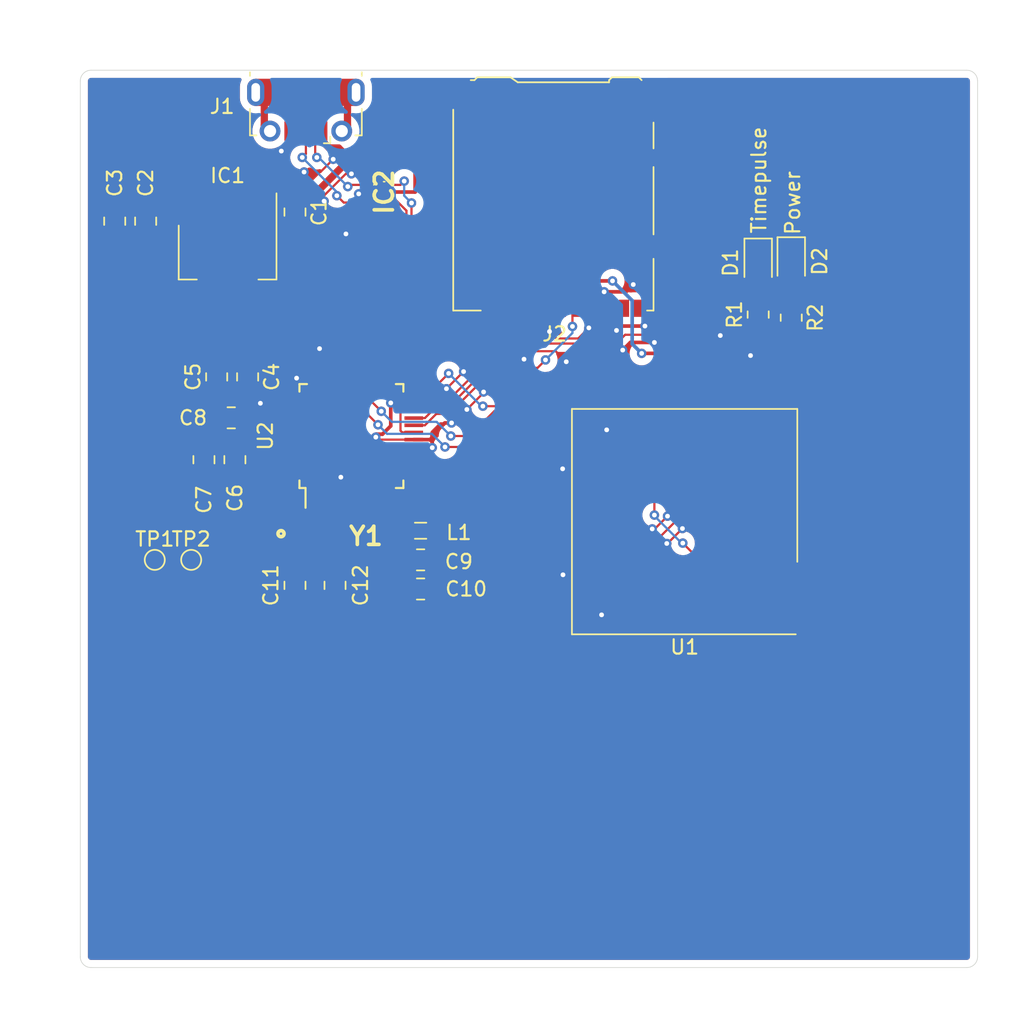
<source format=kicad_pcb>
(kicad_pcb (version 20171130) (host pcbnew "(5.1.8)-1")

  (general
    (thickness 1.6)
    (drawings 10)
    (tracks 352)
    (zones 0)
    (modules 26)
    (nets 58)
  )

  (page A4)
  (layers
    (0 F.Cu signal)
    (31 B.Cu signal)
    (32 B.Adhes user)
    (33 F.Adhes user)
    (34 B.Paste user)
    (35 F.Paste user)
    (36 B.SilkS user)
    (37 F.SilkS user)
    (38 B.Mask user)
    (39 F.Mask user)
    (40 Dwgs.User user)
    (41 Cmts.User user)
    (42 Eco1.User user)
    (43 Eco2.User user)
    (44 Edge.Cuts user)
    (45 Margin user hide)
    (46 B.CrtYd user)
    (47 F.CrtYd user)
    (48 B.Fab user hide)
    (49 F.Fab user hide)
  )

  (setup
    (last_trace_width 0.254)
    (user_trace_width 0.1524)
    (user_trace_width 0.1778)
    (user_trace_width 0.254)
    (user_trace_width 0.3048)
    (user_trace_width 0.381)
    (user_trace_width 0.508)
    (user_trace_width 0.635)
    (user_trace_width 0.889)
    (user_trace_width 1.016)
    (user_trace_width 1.27)
    (user_trace_width 1.905)
    (user_trace_width 2.54)
    (trace_clearance 0.2)
    (zone_clearance 0.508)
    (zone_45_only no)
    (trace_min 0.15)
    (via_size 0.8)
    (via_drill 0.4)
    (via_min_size 0.4)
    (via_min_drill 0.3)
    (user_via 0.6096 0.3048)
    (user_via 0.6604 0.3302)
    (user_via 0.889 0.381)
    (user_via 1.397 0.635)
    (uvia_size 0.3)
    (uvia_drill 0.1)
    (uvias_allowed no)
    (uvia_min_size 0.2)
    (uvia_min_drill 0.1)
    (edge_width 0.05)
    (segment_width 0.2)
    (pcb_text_width 0.3)
    (pcb_text_size 1.5 1.5)
    (mod_edge_width 0.12)
    (mod_text_size 1 1)
    (mod_text_width 0.15)
    (pad_size 1.524 1.524)
    (pad_drill 0.762)
    (pad_to_mask_clearance 0.051)
    (solder_mask_min_width 0.25)
    (aux_axis_origin 0 0)
    (visible_elements 7FFFFFFF)
    (pcbplotparams
      (layerselection 0x010fc_ffffffff)
      (usegerberextensions false)
      (usegerberattributes true)
      (usegerberadvancedattributes true)
      (creategerberjobfile true)
      (excludeedgelayer true)
      (linewidth 0.100000)
      (plotframeref false)
      (viasonmask false)
      (mode 1)
      (useauxorigin false)
      (hpglpennumber 1)
      (hpglpenspeed 20)
      (hpglpendiameter 15.000000)
      (psnegative false)
      (psa4output false)
      (plotreference true)
      (plotvalue true)
      (plotinvisibletext false)
      (padsonsilk false)
      (subtractmaskfromsilk false)
      (outputformat 1)
      (mirror false)
      (drillshape 1)
      (scaleselection 1)
      (outputdirectory ""))
  )

  (net 0 "")
  (net 1 "Net-(U1-Pad12)")
  (net 2 "Net-(U1-Pad9)")
  (net 3 "Net-(U1-Pad3)")
  (net 4 "Net-(J1-Pad4)")
  (net 5 GND)
  (net 6 "Net-(IC2-Pad3)")
  (net 7 "Net-(IC2-Pad1)")
  (net 8 +5V)
  (net 9 +3V3)
  (net 10 "Net-(C8-Pad1)")
  (net 11 "Net-(C10-Pad1)")
  (net 12 "Net-(C11-Pad2)")
  (net 13 "Net-(C12-Pad2)")
  (net 14 "Net-(D1-Pad2)")
  (net 15 "Net-(D2-Pad2)")
  (net 16 /USB_D-)
  (net 17 /USB_D+)
  (net 18 /Shield)
  (net 19 /shield2)
  (net 20 /CD)
  (net 21 /MISO)
  (net 22 /SCK)
  (net 23 /MOSI)
  (net 24 /sd~CS)
  (net 25 "Net-(J2-Pad1)")
  (net 26 "Net-(J2-Pad8)")
  (net 27 "Net-(J2-Pad9)")
  (net 28 /TIMEPULSE)
  (net 29 /EXTINT)
  (net 30 /~GPS_RESET)
  (net 31 /TX)
  (net 32 /RX)
  (net 33 /~SAFEBOOT)
  (net 34 "Net-(U2-Pad48)")
  (net 35 "Net-(U2-Pad47)")
  (net 36 /SWDIO)
  (net 37 /SWCLK)
  (net 38 "Net-(U2-Pad41)")
  (net 39 "Net-(U2-Pad40)")
  (net 40 "Net-(U2-Pad39)")
  (net 41 "Net-(U2-Pad38)")
  (net 42 "Net-(U2-Pad37)")
  (net 43 "Net-(U2-Pad32)")
  (net 44 "Net-(U2-Pad31)")
  (net 45 "Net-(U2-Pad28)")
  (net 46 "Net-(U2-Pad27)")
  (net 47 /D13)
  (net 48 "Net-(U2-Pad25)")
  (net 49 "Net-(U2-Pad22)")
  (net 50 "Net-(U2-Pad12)")
  (net 51 "Net-(U2-Pad11)")
  (net 52 "Net-(U2-Pad10)")
  (net 53 "Net-(U2-Pad9)")
  (net 54 "Net-(U2-Pad8)")
  (net 55 "Net-(U2-Pad7)")
  (net 56 "Net-(U2-Pad4)")
  (net 57 "Net-(U2-Pad3)")

  (net_class Default "This is the default net class."
    (clearance 0.2)
    (trace_width 0.25)
    (via_dia 0.8)
    (via_drill 0.4)
    (uvia_dia 0.3)
    (uvia_drill 0.1)
    (add_net +3V3)
    (add_net +5V)
    (add_net /CD)
    (add_net /D13)
    (add_net /EXTINT)
    (add_net /MISO)
    (add_net /MOSI)
    (add_net /RX)
    (add_net /SCK)
    (add_net /SWCLK)
    (add_net /SWDIO)
    (add_net /Shield)
    (add_net /TIMEPULSE)
    (add_net /TX)
    (add_net /USB_D+)
    (add_net /USB_D-)
    (add_net /sd~CS)
    (add_net /shield2)
    (add_net /~GPS_RESET)
    (add_net /~SAFEBOOT)
    (add_net GND)
    (add_net "Net-(C10-Pad1)")
    (add_net "Net-(C11-Pad2)")
    (add_net "Net-(C12-Pad2)")
    (add_net "Net-(C8-Pad1)")
    (add_net "Net-(D1-Pad2)")
    (add_net "Net-(D2-Pad2)")
    (add_net "Net-(IC2-Pad1)")
    (add_net "Net-(IC2-Pad3)")
    (add_net "Net-(J1-Pad4)")
    (add_net "Net-(J2-Pad1)")
    (add_net "Net-(J2-Pad8)")
    (add_net "Net-(J2-Pad9)")
    (add_net "Net-(U1-Pad12)")
    (add_net "Net-(U1-Pad3)")
    (add_net "Net-(U1-Pad9)")
    (add_net "Net-(U2-Pad10)")
    (add_net "Net-(U2-Pad11)")
    (add_net "Net-(U2-Pad12)")
    (add_net "Net-(U2-Pad22)")
    (add_net "Net-(U2-Pad25)")
    (add_net "Net-(U2-Pad27)")
    (add_net "Net-(U2-Pad28)")
    (add_net "Net-(U2-Pad3)")
    (add_net "Net-(U2-Pad31)")
    (add_net "Net-(U2-Pad32)")
    (add_net "Net-(U2-Pad37)")
    (add_net "Net-(U2-Pad38)")
    (add_net "Net-(U2-Pad39)")
    (add_net "Net-(U2-Pad4)")
    (add_net "Net-(U2-Pad40)")
    (add_net "Net-(U2-Pad41)")
    (add_net "Net-(U2-Pad47)")
    (add_net "Net-(U2-Pad48)")
    (add_net "Net-(U2-Pad7)")
    (add_net "Net-(U2-Pad8)")
    (add_net "Net-(U2-Pad9)")
  )

  (module SamacSys_Parts:74LVC1G27GM115 (layer F.Cu) (tedit 0) (tstamp 5FC73E78)
    (at 114.046 31.496 270)
    (descr "SOT886 (XSON6)")
    (tags "Integrated Circuit")
    (path /5FC6F55C)
    (attr smd)
    (fp_text reference IC2 (at 0 0 90) (layer F.SilkS)
      (effects (font (size 1.27 1.27) (thickness 0.254)))
    )
    (fp_text value PRTR5V0U2F,115 (at 0 0 90) (layer F.SilkS) hide
      (effects (font (size 1.27 1.27) (thickness 0.254)))
    )
    (fp_line (start 0.725 0) (end 0.725 -0.05) (layer F.SilkS) (width 0.1))
    (fp_line (start -0.725 0) (end -0.725 -0.05) (layer F.SilkS) (width 0.1))
    (fp_line (start 0.725 0.05) (end 0.725 0) (layer F.SilkS) (width 0.1))
    (fp_line (start -0.725 0.05) (end -0.725 0) (layer F.SilkS) (width 0.1))
    (fp_line (start -0.5 0.75) (end -0.5 0.75) (layer F.SilkS) (width 0.05))
    (fp_line (start -0.5 0.7) (end -0.5 0.7) (layer F.SilkS) (width 0.05))
    (fp_line (start -1.225 1) (end -1.225 -1) (layer F.CrtYd) (width 0.1))
    (fp_line (start 1.225 1) (end -1.225 1) (layer F.CrtYd) (width 0.1))
    (fp_line (start 1.225 -1) (end 1.225 1) (layer F.CrtYd) (width 0.1))
    (fp_line (start -1.225 -1) (end 1.225 -1) (layer F.CrtYd) (width 0.1))
    (fp_line (start -0.725 0.5) (end -0.725 -0.5) (layer F.Fab) (width 0.2))
    (fp_line (start 0.725 0.5) (end -0.725 0.5) (layer F.Fab) (width 0.2))
    (fp_line (start 0.725 -0.5) (end 0.725 0.5) (layer F.Fab) (width 0.2))
    (fp_line (start -0.725 -0.5) (end 0.725 -0.5) (layer F.Fab) (width 0.2))
    (fp_arc (start -0.5 0.725) (end -0.5 0.75) (angle -180) (layer F.SilkS) (width 0.05))
    (fp_arc (start -0.5 0.725) (end -0.5 0.7) (angle -180) (layer F.SilkS) (width 0.05))
    (fp_text user %R (at 0 0 90) (layer F.Fab)
      (effects (font (size 1.27 1.27) (thickness 0.254)))
    )
    (pad 6 smd rect (at -0.5 -0.337 270) (size 0.25 0.325) (layers F.Cu F.Paste F.Mask)
      (net 16 /USB_D-))
    (pad 5 smd rect (at 0 -0.337 270) (size 0.25 0.325) (layers F.Cu F.Paste F.Mask)
      (net 8 +5V))
    (pad 4 smd rect (at 0.5 -0.337 270) (size 0.25 0.325) (layers F.Cu F.Paste F.Mask)
      (net 17 /USB_D+))
    (pad 3 smd rect (at 0.5 0.337 270) (size 0.25 0.325) (layers F.Cu F.Paste F.Mask)
      (net 6 "Net-(IC2-Pad3)"))
    (pad 2 smd rect (at 0 0.337 270) (size 0.25 0.325) (layers F.Cu F.Paste F.Mask)
      (net 5 GND))
    (pad 1 smd rect (at -0.5 0.337 270) (size 0.25 0.325) (layers F.Cu F.Paste F.Mask)
      (net 7 "Net-(IC2-Pad1)"))
    (model "D:\\AveryW\\Assorted Programs\\KiCad\\SamacSys_Parts.3dshapes\\PRTR5V0U2F,115.stp"
      (at (xyz 0 0 0))
      (scale (xyz 1 1 1))
      (rotate (xyz 0 0 0))
    )
  )

  (module TestPoint:TestPoint_Pad_D1.0mm (layer F.Cu) (tedit 5A0F774F) (tstamp 5FC751DE)
    (at 100.584 57.15)
    (descr "SMD pad as test Point, diameter 1.0mm")
    (tags "test point SMD pad")
    (path /5FD77ABC)
    (attr virtual)
    (fp_text reference TP2 (at 0 -1.448) (layer F.SilkS)
      (effects (font (size 1 1) (thickness 0.15)))
    )
    (fp_text value TestPoint (at 0 1.55) (layer F.Fab)
      (effects (font (size 1 1) (thickness 0.15)))
    )
    (fp_circle (center 0 0) (end 0 0.7) (layer F.SilkS) (width 0.12))
    (fp_circle (center 0 0) (end 1 0) (layer F.CrtYd) (width 0.05))
    (fp_text user %R (at 0 -1.45) (layer F.Fab)
      (effects (font (size 1 1) (thickness 0.15)))
    )
    (pad 1 smd circle (at 0 0) (size 1 1) (layers F.Cu F.Mask)
      (net 36 /SWDIO))
  )

  (module TestPoint:TestPoint_Pad_D1.0mm (layer F.Cu) (tedit 5A0F774F) (tstamp 5FC751D6)
    (at 98.044 57.15)
    (descr "SMD pad as test Point, diameter 1.0mm")
    (tags "test point SMD pad")
    (path /5FD78874)
    (attr virtual)
    (fp_text reference TP1 (at 0 -1.448) (layer F.SilkS)
      (effects (font (size 1 1) (thickness 0.15)))
    )
    (fp_text value TestPoint (at 0 1.55) (layer F.Fab)
      (effects (font (size 1 1) (thickness 0.15)))
    )
    (fp_circle (center 0 0) (end 0 0.7) (layer F.SilkS) (width 0.12))
    (fp_circle (center 0 0) (end 1 0) (layer F.CrtYd) (width 0.05))
    (fp_text user %R (at 0 -1.45) (layer F.Fab)
      (effects (font (size 1 1) (thickness 0.15)))
    )
    (pad 1 smd circle (at 0 0) (size 1 1) (layers F.Cu F.Mask)
      (net 37 /SWCLK))
  )

  (module Inductor_SMD:L_0805_2012Metric (layer F.Cu) (tedit 5F68FEF0) (tstamp 5FC7518E)
    (at 116.586 55.118)
    (descr "Inductor SMD 0805 (2012 Metric), square (rectangular) end terminal, IPC_7351 nominal, (Body size source: IPC-SM-782 page 80, https://www.pcb-3d.com/wordpress/wp-content/uploads/ipc-sm-782a_amendment_1_and_2.pdf), generated with kicad-footprint-generator")
    (tags inductor)
    (path /5FC9B57F)
    (attr smd)
    (fp_text reference L1 (at 2.667 0.127) (layer F.SilkS)
      (effects (font (size 1 1) (thickness 0.15)))
    )
    (fp_text value 10uH (at 0 1.55) (layer F.Fab)
      (effects (font (size 1 1) (thickness 0.15)))
    )
    (fp_line (start 1.75 0.85) (end -1.75 0.85) (layer F.CrtYd) (width 0.05))
    (fp_line (start 1.75 -0.85) (end 1.75 0.85) (layer F.CrtYd) (width 0.05))
    (fp_line (start -1.75 -0.85) (end 1.75 -0.85) (layer F.CrtYd) (width 0.05))
    (fp_line (start -1.75 0.85) (end -1.75 -0.85) (layer F.CrtYd) (width 0.05))
    (fp_line (start -0.399622 0.56) (end 0.399622 0.56) (layer F.SilkS) (width 0.12))
    (fp_line (start -0.399622 -0.56) (end 0.399622 -0.56) (layer F.SilkS) (width 0.12))
    (fp_line (start 1 0.45) (end -1 0.45) (layer F.Fab) (width 0.1))
    (fp_line (start 1 -0.45) (end 1 0.45) (layer F.Fab) (width 0.1))
    (fp_line (start -1 -0.45) (end 1 -0.45) (layer F.Fab) (width 0.1))
    (fp_line (start -1 0.45) (end -1 -0.45) (layer F.Fab) (width 0.1))
    (fp_text user %R (at 0 0) (layer F.Fab)
      (effects (font (size 0.5 0.5) (thickness 0.08)))
    )
    (pad 2 smd roundrect (at 1.0625 0) (size 0.875 1.2) (layers F.Cu F.Paste F.Mask) (roundrect_rratio 0.25)
      (net 9 +3V3))
    (pad 1 smd roundrect (at -1.0625 0) (size 0.875 1.2) (layers F.Cu F.Paste F.Mask) (roundrect_rratio 0.25)
      (net 11 "Net-(C10-Pad1)"))
    (model ${KISYS3DMOD}/Inductor_SMD.3dshapes/L_0805_2012Metric.wrl
      (at (xyz 0 0 0))
      (scale (xyz 1 1 1))
      (rotate (xyz 0 0 0))
    )
  )

  (module SamacSys_Parts:ABS-07 (layer F.Cu) (tedit 0) (tstamp 5FC74017)
    (at 109.347 55.499)
    (descr ABS-07)
    (tags "Crystal or Oscillator")
    (path /5FCADBE4)
    (attr smd)
    (fp_text reference Y1 (at 3.429 0) (layer F.SilkS)
      (effects (font (size 1.27 1.27) (thickness 0.254)))
    )
    (fp_text value 32.764kHz (at -0.35 0.057) (layer F.SilkS) hide
      (effects (font (size 1.27 1.27) (thickness 0.254)))
    )
    (fp_circle (center -2.497 -0.177) (end -2.497 -0.093) (layer F.SilkS) (width 0.254))
    (fp_line (start -1.6 0.75) (end -1.6 -0.75) (layer F.Fab) (width 0.254))
    (fp_line (start 1.6 0.75) (end -1.6 0.75) (layer F.Fab) (width 0.254))
    (fp_line (start 1.6 -0.75) (end 1.6 0.75) (layer F.Fab) (width 0.254))
    (fp_line (start -1.6 -0.75) (end 1.6 -0.75) (layer F.Fab) (width 0.254))
    (fp_text user %R (at -0.35 0.057) (layer F.Fab)
      (effects (font (size 1.27 1.27) (thickness 0.254)))
    )
    (pad 2 smd rect (at 1.25 0) (size 1.1 1.9) (layers F.Cu F.Paste F.Mask)
      (net 13 "Net-(C12-Pad2)"))
    (pad 1 smd rect (at -1.25 0) (size 1.1 1.9) (layers F.Cu F.Paste F.Mask)
      (net 12 "Net-(C11-Pad2)"))
    (model ${KISYS3DMOD}/Crystal.3dshapes/Crystal_SMD_0603-2Pin_6.0x3.5mm.step
      (at (xyz 0 0 0))
      (scale (xyz 0.6 0.6 1))
      (rotate (xyz 0 0 0))
    )
  )

  (module Package_QFP:TQFP-48_7x7mm_P0.5mm (layer F.Cu) (tedit 5A02F146) (tstamp 5FC7400B)
    (at 111.76 48.514 90)
    (descr "48 LEAD TQFP 7x7mm (see MICREL TQFP7x7-48LD-PL-1.pdf)")
    (tags "QFP 0.5")
    (path /5FC88B95)
    (attr smd)
    (fp_text reference U2 (at 0 -6 90) (layer F.SilkS)
      (effects (font (size 1 1) (thickness 0.15)))
    )
    (fp_text value ATSAMD21G18A-AUT-MCU_Microchip_SAMD (at 0 6 90) (layer F.Fab)
      (effects (font (size 1 1) (thickness 0.15)))
    )
    (fp_line (start -3.625 -3.2) (end -5 -3.2) (layer F.SilkS) (width 0.15))
    (fp_line (start 3.625 -3.625) (end 3.1 -3.625) (layer F.SilkS) (width 0.15))
    (fp_line (start 3.625 3.625) (end 3.1 3.625) (layer F.SilkS) (width 0.15))
    (fp_line (start -3.625 3.625) (end -3.1 3.625) (layer F.SilkS) (width 0.15))
    (fp_line (start -3.625 -3.625) (end -3.1 -3.625) (layer F.SilkS) (width 0.15))
    (fp_line (start -3.625 3.625) (end -3.625 3.1) (layer F.SilkS) (width 0.15))
    (fp_line (start 3.625 3.625) (end 3.625 3.1) (layer F.SilkS) (width 0.15))
    (fp_line (start 3.625 -3.625) (end 3.625 -3.1) (layer F.SilkS) (width 0.15))
    (fp_line (start -3.625 -3.625) (end -3.625 -3.2) (layer F.SilkS) (width 0.15))
    (fp_line (start -5.25 5.25) (end 5.25 5.25) (layer F.CrtYd) (width 0.05))
    (fp_line (start -5.25 -5.25) (end 5.25 -5.25) (layer F.CrtYd) (width 0.05))
    (fp_line (start 5.25 -5.25) (end 5.25 5.25) (layer F.CrtYd) (width 0.05))
    (fp_line (start -5.25 -5.25) (end -5.25 5.25) (layer F.CrtYd) (width 0.05))
    (fp_line (start -3.5 -2.5) (end -2.5 -3.5) (layer F.Fab) (width 0.15))
    (fp_line (start -3.5 3.5) (end -3.5 -2.5) (layer F.Fab) (width 0.15))
    (fp_line (start 3.5 3.5) (end -3.5 3.5) (layer F.Fab) (width 0.15))
    (fp_line (start 3.5 -3.5) (end 3.5 3.5) (layer F.Fab) (width 0.15))
    (fp_line (start -2.5 -3.5) (end 3.5 -3.5) (layer F.Fab) (width 0.15))
    (fp_text user %R (at 0 0 90) (layer F.Fab)
      (effects (font (size 1 1) (thickness 0.15)))
    )
    (pad 48 smd rect (at -2.75 -4.35 180) (size 1.3 0.25) (layers F.Cu F.Paste F.Mask)
      (net 34 "Net-(U2-Pad48)"))
    (pad 47 smd rect (at -2.25 -4.35 180) (size 1.3 0.25) (layers F.Cu F.Paste F.Mask)
      (net 35 "Net-(U2-Pad47)"))
    (pad 46 smd rect (at -1.75 -4.35 180) (size 1.3 0.25) (layers F.Cu F.Paste F.Mask)
      (net 36 /SWDIO))
    (pad 45 smd rect (at -1.25 -4.35 180) (size 1.3 0.25) (layers F.Cu F.Paste F.Mask)
      (net 37 /SWCLK))
    (pad 44 smd rect (at -0.75 -4.35 180) (size 1.3 0.25) (layers F.Cu F.Paste F.Mask)
      (net 9 +3V3))
    (pad 43 smd rect (at -0.25 -4.35 180) (size 1.3 0.25) (layers F.Cu F.Paste F.Mask)
      (net 10 "Net-(C8-Pad1)"))
    (pad 42 smd rect (at 0.25 -4.35 180) (size 1.3 0.25) (layers F.Cu F.Paste F.Mask)
      (net 5 GND))
    (pad 41 smd rect (at 0.75 -4.35 180) (size 1.3 0.25) (layers F.Cu F.Paste F.Mask)
      (net 38 "Net-(U2-Pad41)"))
    (pad 40 smd rect (at 1.25 -4.35 180) (size 1.3 0.25) (layers F.Cu F.Paste F.Mask)
      (net 39 "Net-(U2-Pad40)"))
    (pad 39 smd rect (at 1.75 -4.35 180) (size 1.3 0.25) (layers F.Cu F.Paste F.Mask)
      (net 40 "Net-(U2-Pad39)"))
    (pad 38 smd rect (at 2.25 -4.35 180) (size 1.3 0.25) (layers F.Cu F.Paste F.Mask)
      (net 41 "Net-(U2-Pad38)"))
    (pad 37 smd rect (at 2.75 -4.35 180) (size 1.3 0.25) (layers F.Cu F.Paste F.Mask)
      (net 42 "Net-(U2-Pad37)"))
    (pad 36 smd rect (at 4.35 -2.75 90) (size 1.3 0.25) (layers F.Cu F.Paste F.Mask)
      (net 9 +3V3))
    (pad 35 smd rect (at 4.35 -2.25 90) (size 1.3 0.25) (layers F.Cu F.Paste F.Mask)
      (net 5 GND))
    (pad 34 smd rect (at 4.35 -1.75 90) (size 1.3 0.25) (layers F.Cu F.Paste F.Mask)
      (net 17 /USB_D+))
    (pad 33 smd rect (at 4.35 -1.25 90) (size 1.3 0.25) (layers F.Cu F.Paste F.Mask)
      (net 16 /USB_D-))
    (pad 32 smd rect (at 4.35 -0.75 90) (size 1.3 0.25) (layers F.Cu F.Paste F.Mask)
      (net 43 "Net-(U2-Pad32)"))
    (pad 31 smd rect (at 4.35 -0.25 90) (size 1.3 0.25) (layers F.Cu F.Paste F.Mask)
      (net 44 "Net-(U2-Pad31)"))
    (pad 30 smd rect (at 4.35 0.25 90) (size 1.3 0.25) (layers F.Cu F.Paste F.Mask)
      (net 29 /EXTINT))
    (pad 29 smd rect (at 4.35 0.75 90) (size 1.3 0.25) (layers F.Cu F.Paste F.Mask)
      (net 28 /TIMEPULSE))
    (pad 28 smd rect (at 4.35 1.25 90) (size 1.3 0.25) (layers F.Cu F.Paste F.Mask)
      (net 45 "Net-(U2-Pad28)"))
    (pad 27 smd rect (at 4.35 1.75 90) (size 1.3 0.25) (layers F.Cu F.Paste F.Mask)
      (net 46 "Net-(U2-Pad27)"))
    (pad 26 smd rect (at 4.35 2.25 90) (size 1.3 0.25) (layers F.Cu F.Paste F.Mask)
      (net 47 /D13))
    (pad 25 smd rect (at 4.35 2.75 90) (size 1.3 0.25) (layers F.Cu F.Paste F.Mask)
      (net 48 "Net-(U2-Pad25)"))
    (pad 24 smd rect (at 2.75 4.35 180) (size 1.3 0.25) (layers F.Cu F.Paste F.Mask)
      (net 20 /CD))
    (pad 23 smd rect (at 2.25 4.35 180) (size 1.3 0.25) (layers F.Cu F.Paste F.Mask)
      (net 24 /sd~CS))
    (pad 22 smd rect (at 1.75 4.35 180) (size 1.3 0.25) (layers F.Cu F.Paste F.Mask)
      (net 49 "Net-(U2-Pad22)"))
    (pad 21 smd rect (at 1.25 4.35 180) (size 1.3 0.25) (layers F.Cu F.Paste F.Mask)
      (net 21 /MISO))
    (pad 20 smd rect (at 0.75 4.35 180) (size 1.3 0.25) (layers F.Cu F.Paste F.Mask)
      (net 22 /SCK))
    (pad 19 smd rect (at 0.25 4.35 180) (size 1.3 0.25) (layers F.Cu F.Paste F.Mask)
      (net 23 /MOSI))
    (pad 18 smd rect (at -0.25 4.35 180) (size 1.3 0.25) (layers F.Cu F.Paste F.Mask)
      (net 5 GND))
    (pad 17 smd rect (at -0.75 4.35 180) (size 1.3 0.25) (layers F.Cu F.Paste F.Mask)
      (net 9 +3V3))
    (pad 16 smd rect (at -1.25 4.35 180) (size 1.3 0.25) (layers F.Cu F.Paste F.Mask)
      (net 32 /RX))
    (pad 15 smd rect (at -1.75 4.35 180) (size 1.3 0.25) (layers F.Cu F.Paste F.Mask)
      (net 31 /TX))
    (pad 14 smd rect (at -2.25 4.35 180) (size 1.3 0.25) (layers F.Cu F.Paste F.Mask)
      (net 33 /~SAFEBOOT))
    (pad 13 smd rect (at -2.75 4.35 180) (size 1.3 0.25) (layers F.Cu F.Paste F.Mask)
      (net 30 /~GPS_RESET))
    (pad 12 smd rect (at -4.35 2.75 90) (size 1.3 0.25) (layers F.Cu F.Paste F.Mask)
      (net 50 "Net-(U2-Pad12)"))
    (pad 11 smd rect (at -4.35 2.25 90) (size 1.3 0.25) (layers F.Cu F.Paste F.Mask)
      (net 51 "Net-(U2-Pad11)"))
    (pad 10 smd rect (at -4.35 1.75 90) (size 1.3 0.25) (layers F.Cu F.Paste F.Mask)
      (net 52 "Net-(U2-Pad10)"))
    (pad 9 smd rect (at -4.35 1.25 90) (size 1.3 0.25) (layers F.Cu F.Paste F.Mask)
      (net 53 "Net-(U2-Pad9)"))
    (pad 8 smd rect (at -4.35 0.75 90) (size 1.3 0.25) (layers F.Cu F.Paste F.Mask)
      (net 54 "Net-(U2-Pad8)"))
    (pad 7 smd rect (at -4.35 0.25 90) (size 1.3 0.25) (layers F.Cu F.Paste F.Mask)
      (net 55 "Net-(U2-Pad7)"))
    (pad 6 smd rect (at -4.35 -0.25 90) (size 1.3 0.25) (layers F.Cu F.Paste F.Mask)
      (net 11 "Net-(C10-Pad1)"))
    (pad 5 smd rect (at -4.35 -0.75 90) (size 1.3 0.25) (layers F.Cu F.Paste F.Mask)
      (net 5 GND))
    (pad 4 smd rect (at -4.35 -1.25 90) (size 1.3 0.25) (layers F.Cu F.Paste F.Mask)
      (net 56 "Net-(U2-Pad4)"))
    (pad 3 smd rect (at -4.35 -1.75 90) (size 1.3 0.25) (layers F.Cu F.Paste F.Mask)
      (net 57 "Net-(U2-Pad3)"))
    (pad 2 smd rect (at -4.35 -2.25 90) (size 1.3 0.25) (layers F.Cu F.Paste F.Mask)
      (net 13 "Net-(C12-Pad2)"))
    (pad 1 smd rect (at -4.35 -2.75 90) (size 1.3 0.25) (layers F.Cu F.Paste F.Mask)
      (net 12 "Net-(C11-Pad2)"))
    (model ${KISYS3DMOD}/Package_QFP.3dshapes/TQFP-48_7x7mm_P0.5mm.wrl
      (at (xyz 0 0 0))
      (scale (xyz 1 1 1))
      (rotate (xyz 0 0 0))
    )
  )

  (module RF_GPS:ublox_SAM-M8Q (layer F.Cu) (tedit 5C292C10) (tstamp 5FC73FC4)
    (at 135.001 54.483 180)
    (descr "GPS Module, 15.5x15.5x6.3mm, https://www.u-blox.com/sites/default/files/SAM-M8Q_HardwareIntegrationManual_%28UBX-16018358%29.pdf")
    (tags "ublox SAM-M8Q")
    (path /5FC68B1D)
    (solder_mask_margin 0.000001)
    (attr smd)
    (fp_text reference U1 (at 0 -8.75) (layer F.SilkS)
      (effects (font (size 1 1) (thickness 0.15)))
    )
    (fp_text value ublox_SAM-M8Q (at 0 8.75) (layer F.Fab)
      (effects (font (size 1 1) (thickness 0.15)))
    )
    (fp_line (start -6 -3.8) (end -7.75 -4.5) (layer F.Fab) (width 0.1))
    (fp_line (start -6 -3.8) (end -7.75 -3.1) (layer F.Fab) (width 0.1))
    (fp_line (start 7.75 7.75) (end 7.75 -7.75) (layer F.Fab) (width 0.1))
    (fp_line (start 7.75 -7.75) (end -7.75 -7.75) (layer F.Fab) (width 0.1))
    (fp_line (start -7.75 -7.75) (end -7.75 7.75) (layer F.Fab) (width 0.1))
    (fp_line (start -7.75 7.75) (end 7.75 7.75) (layer F.Fab) (width 0.1))
    (fp_line (start -5.5 -4.5) (end -5.5 4.5) (layer F.Fab) (width 0.1))
    (fp_line (start -4.5 5.5) (end 4.5 5.5) (layer F.Fab) (width 0.1))
    (fp_line (start 5.5 4.5) (end 5.5 -4.5) (layer F.Fab) (width 0.1))
    (fp_line (start 4.5 -5.5) (end -4.5 -5.5) (layer F.Fab) (width 0.1))
    (fp_line (start -8 -8) (end -8 8) (layer F.CrtYd) (width 0.05))
    (fp_line (start -8 8) (end 8 8) (layer F.CrtYd) (width 0.05))
    (fp_line (start 8 8) (end 8 -8) (layer F.CrtYd) (width 0.05))
    (fp_line (start 8 -8) (end -8 -8) (layer F.CrtYd) (width 0.05))
    (fp_line (start -7.75 -7.86) (end 7.86 -7.86) (layer F.SilkS) (width 0.12))
    (fp_line (start 7.86 -7.86) (end 7.86 7.86) (layer F.SilkS) (width 0.12))
    (fp_line (start -7.86 7.86) (end 7.86 7.86) (layer F.SilkS) (width 0.12))
    (fp_line (start -7.86 -2.8) (end -7.86 7.86) (layer F.SilkS) (width 0.12))
    (fp_arc (start -4.5 4.5) (end -4.5 5.5) (angle 90) (layer F.Fab) (width 0.1))
    (fp_arc (start 4.5 4.5) (end 5.5 4.5) (angle 90) (layer F.Fab) (width 0.1))
    (fp_arc (start 4.5 -4.5) (end 4.5 -5.5) (angle 90) (layer F.Fab) (width 0.1))
    (fp_arc (start -4.5 -4.5) (end -5.5 -4.5) (angle 90) (layer F.Fab) (width 0.1))
    (fp_text user %R (at 0 0) (layer F.Fab)
      (effects (font (size 1 1) (thickness 0.15)))
    )
    (pad 20 smd rect (at -3.8 -6.6 180) (size 1.5 1.8) (layers F.Cu F.Mask)
      (net 5 GND))
    (pad 19 smd rect (at -1.9 -6.6 180) (size 1.5 1.8) (layers F.Cu F.Mask)
      (net 29 /EXTINT))
    (pad 18 smd rect (at 0 -6.6 180) (size 1.5 1.8) (layers F.Cu F.Mask)
      (net 30 /~GPS_RESET))
    (pad 17 smd rect (at 1.9 -6.6 180) (size 1.5 1.8) (layers F.Cu F.Mask)
      (net 9 +3V3))
    (pad 16 smd rect (at 3.8 -6.6 180) (size 1.5 1.8) (layers F.Cu F.Mask)
      (net 5 GND))
    (pad 15 smd rect (at 6.6 -3.8 180) (size 1.8 1.5) (layers F.Cu F.Mask)
      (net 5 GND))
    (pad 14 smd rect (at 6.6 -1.9 180) (size 1.8 1.5) (layers F.Cu F.Mask)
      (net 31 /TX))
    (pad 13 smd rect (at 6.6 0 180) (size 1.8 1.5) (layers F.Cu F.Mask)
      (net 32 /RX))
    (pad 12 smd rect (at 6.6 1.9 180) (size 1.8 1.5) (layers F.Cu F.Mask)
      (net 1 "Net-(U1-Pad12)"))
    (pad 11 smd rect (at 6.6 3.8 180) (size 1.8 1.5) (layers F.Cu F.Mask)
      (net 5 GND))
    (pad 10 smd rect (at 3.8 6.6 180) (size 1.5 1.8) (layers F.Cu F.Mask)
      (net 5 GND))
    (pad 9 smd rect (at 1.9 6.6 180) (size 1.5 1.8) (layers F.Cu F.Mask)
      (net 2 "Net-(U1-Pad9)"))
    (pad 8 smd rect (at 0 6.6 180) (size 1.5 1.8) (layers F.Cu F.Mask)
      (net 33 /~SAFEBOOT))
    (pad 7 smd rect (at -1.9 6.6 180) (size 1.5 1.8) (layers F.Cu F.Mask)
      (net 28 /TIMEPULSE))
    (pad 6 smd rect (at -3.8 6.6 180) (size 1.5 1.8) (layers F.Cu F.Mask)
      (net 5 GND))
    (pad 5 smd rect (at -6.6 3.8 180) (size 1.8 1.5) (layers F.Cu F.Mask)
      (net 5 GND))
    (pad 4 smd rect (at -6.6 1.9 180) (size 1.8 1.5) (layers F.Cu F.Mask)
      (net 5 GND))
    (pad 3 smd rect (at -6.6 0 180) (size 1.8 1.5) (layers F.Cu F.Mask)
      (net 3 "Net-(U1-Pad3)"))
    (pad 2 smd rect (at -6.6 -1.9 180) (size 1.8 1.5) (layers F.Cu F.Mask)
      (net 9 +3V3))
    (pad 1 smd rect (at -6.6 -3.8 180) (size 1.8 1.5) (layers F.Cu F.Mask)
      (net 5 GND))
    (pad "" smd rect (at -4.225 6.1 180) (size 0.58 0.72) (layers F.Paste))
    (pad "" smd rect (at -3.375 6.1 180) (size 0.58 0.72) (layers F.Paste))
    (pad "" smd rect (at -4.225 7.1 180) (size 0.58 0.72) (layers F.Paste))
    (pad "" smd rect (at -3.375 7.1 180) (size 0.58 0.72) (layers F.Paste))
    (pad "" smd rect (at -2.325 6.1 180) (size 0.58 0.72) (layers F.Paste))
    (pad "" smd rect (at -1.475 6.1 180) (size 0.58 0.72) (layers F.Paste))
    (pad "" smd rect (at -2.325 7.1 180) (size 0.58 0.72) (layers F.Paste))
    (pad "" smd rect (at -1.475 7.1 180) (size 0.58 0.72) (layers F.Paste))
    (pad "" smd rect (at -0.425 6.1 180) (size 0.58 0.72) (layers F.Paste))
    (pad "" smd rect (at 0.425 6.1 180) (size 0.58 0.72) (layers F.Paste))
    (pad "" smd rect (at -0.425 7.1 180) (size 0.58 0.72) (layers F.Paste))
    (pad "" smd rect (at 0.425 7.1 180) (size 0.58 0.72) (layers F.Paste))
    (pad "" smd rect (at 2.325 6.1 180) (size 0.58 0.72) (layers F.Paste))
    (pad "" smd rect (at 1.475 6.1 180) (size 0.58 0.72) (layers F.Paste))
    (pad "" smd rect (at 2.325 7.1 180) (size 0.58 0.72) (layers F.Paste))
    (pad "" smd rect (at 1.475 7.1 180) (size 0.58 0.72) (layers F.Paste))
    (pad "" smd rect (at 3.375 6.1 180) (size 0.58 0.72) (layers F.Paste))
    (pad "" smd rect (at 4.225 6.1 180) (size 0.58 0.72) (layers F.Paste))
    (pad "" smd rect (at 3.375 7.1 180) (size 0.58 0.72) (layers F.Paste))
    (pad "" smd rect (at 4.225 7.1 180) (size 0.58 0.72) (layers F.Paste))
    (pad "" smd rect (at -4.225 -6.1 180) (size 0.58 0.72) (layers F.Paste))
    (pad "" smd rect (at -1.475 -6.1 180) (size 0.58 0.72) (layers F.Paste))
    (pad "" smd rect (at -4.225 -7.1 180) (size 0.58 0.72) (layers F.Paste))
    (pad "" smd rect (at -1.475 -7.1 180) (size 0.58 0.72) (layers F.Paste))
    (pad "" smd rect (at -2.325 -6.1 180) (size 0.58 0.72) (layers F.Paste))
    (pad "" smd rect (at -3.375 -6.1 180) (size 0.58 0.72) (layers F.Paste))
    (pad "" smd rect (at -2.325 -7.1 180) (size 0.58 0.72) (layers F.Paste))
    (pad "" smd rect (at -3.375 -7.1 180) (size 0.58 0.72) (layers F.Paste))
    (pad "" smd rect (at -0.425 -6.1 180) (size 0.58 0.72) (layers F.Paste))
    (pad "" smd rect (at 0.425 -6.1 180) (size 0.58 0.72) (layers F.Paste))
    (pad "" smd rect (at -0.425 -7.1 180) (size 0.58 0.72) (layers F.Paste))
    (pad "" smd rect (at 0.425 -7.1 180) (size 0.58 0.72) (layers F.Paste))
    (pad "" smd rect (at 1.475 -6.1 180) (size 0.58 0.72) (layers F.Paste))
    (pad "" smd rect (at 2.325 -6.1 180) (size 0.58 0.72) (layers F.Paste))
    (pad "" smd rect (at 1.475 -7.1 180) (size 0.58 0.72) (layers F.Paste))
    (pad "" smd rect (at 2.325 -7.1 180) (size 0.58 0.72) (layers F.Paste))
    (pad "" smd rect (at 3.375 -6.1 180) (size 0.58 0.72) (layers F.Paste))
    (pad "" smd rect (at 4.225 -6.1 180) (size 0.58 0.72) (layers F.Paste))
    (pad "" smd rect (at 3.375 -7.1 180) (size 0.58 0.72) (layers F.Paste))
    (pad "" smd rect (at 4.225 -7.1 180) (size 0.58 0.72) (layers F.Paste))
    (pad "" smd rect (at -7.1 -4.225 180) (size 0.72 0.58) (layers F.Paste))
    (pad "" smd rect (at -7.1 -3.375 180) (size 0.72 0.58) (layers F.Paste))
    (pad "" smd rect (at -6.1 -4.225 180) (size 0.72 0.58) (layers F.Paste))
    (pad "" smd rect (at -6.1 -3.375 180) (size 0.72 0.58) (layers F.Paste))
    (pad "" smd rect (at -7.1 -2.325 180) (size 0.72 0.58) (layers F.Paste))
    (pad "" smd rect (at -6.1 -2.325 180) (size 0.72 0.58) (layers F.Paste))
    (pad "" smd rect (at -7.1 -1.475 180) (size 0.72 0.58) (layers F.Paste))
    (pad "" smd rect (at -6.1 -1.475 180) (size 0.72 0.58) (layers F.Paste))
    (pad "" smd rect (at -7.1 -0.425 180) (size 0.72 0.58) (layers F.Paste))
    (pad "" smd rect (at -6.1 -0.425 180) (size 0.72 0.58) (layers F.Paste))
    (pad "" smd rect (at -7.1 0.425 180) (size 0.72 0.58) (layers F.Paste))
    (pad "" smd rect (at -6.1 0.425 180) (size 0.72 0.58) (layers F.Paste))
    (pad "" smd rect (at -7.1 1.475 180) (size 0.72 0.58) (layers F.Paste))
    (pad "" smd rect (at -6.1 1.475 180) (size 0.72 0.58) (layers F.Paste))
    (pad "" smd rect (at -7.1 2.325 180) (size 0.72 0.58) (layers F.Paste))
    (pad "" smd rect (at -6.1 2.325 180) (size 0.72 0.58) (layers F.Paste))
    (pad "" smd rect (at -7.1 3.375 180) (size 0.72 0.58) (layers F.Paste))
    (pad "" smd rect (at -6.1 3.375 180) (size 0.72 0.58) (layers F.Paste))
    (pad "" smd rect (at -7.1 4.225 180) (size 0.72 0.58) (layers F.Paste))
    (pad "" smd rect (at -6.1 4.225 180) (size 0.72 0.58) (layers F.Paste))
    (pad "" smd rect (at 6.1 -4.225 180) (size 0.72 0.58) (layers F.Paste))
    (pad "" smd rect (at 7.1 -4.225 180) (size 0.72 0.58) (layers F.Paste))
    (pad "" smd rect (at 6.1 -3.375 180) (size 0.72 0.58) (layers F.Paste))
    (pad "" smd rect (at 7.1 -3.375 180) (size 0.72 0.58) (layers F.Paste))
    (pad "" smd rect (at 6.1 -2.325 180) (size 0.72 0.58) (layers F.Paste))
    (pad "" smd rect (at 7.1 -2.325 180) (size 0.72 0.58) (layers F.Paste))
    (pad "" smd rect (at 6.1 -1.475 180) (size 0.72 0.58) (layers F.Paste))
    (pad "" smd rect (at 7.1 -1.475 180) (size 0.72 0.58) (layers F.Paste))
    (pad "" smd rect (at 6.1 -0.425 180) (size 0.72 0.58) (layers F.Paste))
    (pad "" smd rect (at 7.1 -0.425 180) (size 0.72 0.58) (layers F.Paste))
    (pad "" smd rect (at 6.1 0.425 180) (size 0.72 0.58) (layers F.Paste))
    (pad "" smd rect (at 7.1 0.425 180) (size 0.72 0.58) (layers F.Paste))
    (pad "" smd rect (at 6.1 1.475 180) (size 0.72 0.58) (layers F.Paste))
    (pad "" smd rect (at 7.1 1.475 180) (size 0.72 0.58) (layers F.Paste))
    (pad "" smd rect (at 6.1 2.325 180) (size 0.72 0.58) (layers F.Paste))
    (pad "" smd rect (at 7.1 2.325 180) (size 0.72 0.58) (layers F.Paste))
    (pad "" smd rect (at 6.1 3.375 180) (size 0.72 0.58) (layers F.Paste))
    (pad "" smd rect (at 7.1 3.375 180) (size 0.72 0.58) (layers F.Paste))
    (pad "" smd rect (at 6.1 4.225 180) (size 0.72 0.58) (layers F.Paste))
    (pad "" smd rect (at 7.1 4.225 180) (size 0.72 0.58) (layers F.Paste))
    (model ${KISYS3DMOD}/RF_GPS.3dshapes/ublox_SAM-M8Q.wrl
      (at (xyz 0 0 0))
      (scale (xyz 1 1 1))
      (rotate (xyz 0 0 0))
    )
    (model "D:/AveryW/Assorted Programs/KiCad/Found-converted Parts/3D-Step-Models-Library-master/POS/SAM_AP214.STEP"
      (offset (xyz -12 3 0))
      (scale (xyz 1 1 1))
      (rotate (xyz -90 0 -90))
    )
  )

  (module Resistor_SMD:R_0805_2012Metric (layer F.Cu) (tedit 5F68FEEE) (tstamp 5FC73F45)
    (at 142.43812 40.259 90)
    (descr "Resistor SMD 0805 (2012 Metric), square (rectangular) end terminal, IPC_7351 nominal, (Body size source: IPC-SM-782 page 72, https://www.pcb-3d.com/wordpress/wp-content/uploads/ipc-sm-782a_amendment_1_and_2.pdf), generated with kicad-footprint-generator")
    (tags resistor)
    (path /5FDCEEC2)
    (attr smd)
    (fp_text reference R2 (at 0 1.68148 90) (layer F.SilkS)
      (effects (font (size 1 1) (thickness 0.15)))
    )
    (fp_text value 330 (at 0 1.65 90) (layer F.Fab)
      (effects (font (size 1 1) (thickness 0.15)))
    )
    (fp_line (start 1.68 0.95) (end -1.68 0.95) (layer F.CrtYd) (width 0.05))
    (fp_line (start 1.68 -0.95) (end 1.68 0.95) (layer F.CrtYd) (width 0.05))
    (fp_line (start -1.68 -0.95) (end 1.68 -0.95) (layer F.CrtYd) (width 0.05))
    (fp_line (start -1.68 0.95) (end -1.68 -0.95) (layer F.CrtYd) (width 0.05))
    (fp_line (start -0.227064 0.735) (end 0.227064 0.735) (layer F.SilkS) (width 0.12))
    (fp_line (start -0.227064 -0.735) (end 0.227064 -0.735) (layer F.SilkS) (width 0.12))
    (fp_line (start 1 0.625) (end -1 0.625) (layer F.Fab) (width 0.1))
    (fp_line (start 1 -0.625) (end 1 0.625) (layer F.Fab) (width 0.1))
    (fp_line (start -1 -0.625) (end 1 -0.625) (layer F.Fab) (width 0.1))
    (fp_line (start -1 0.625) (end -1 -0.625) (layer F.Fab) (width 0.1))
    (fp_text user %R (at 0 0 90) (layer F.Fab)
      (effects (font (size 0.5 0.5) (thickness 0.08)))
    )
    (pad 2 smd roundrect (at 0.9125 0 90) (size 1.025 1.4) (layers F.Cu F.Paste F.Mask) (roundrect_rratio 0.243902)
      (net 15 "Net-(D2-Pad2)"))
    (pad 1 smd roundrect (at -0.9125 0 90) (size 1.025 1.4) (layers F.Cu F.Paste F.Mask) (roundrect_rratio 0.243902)
      (net 9 +3V3))
    (model ${KISYS3DMOD}/Resistor_SMD.3dshapes/R_0805_2012Metric.wrl
      (at (xyz 0 0 0))
      (scale (xyz 1 1 1))
      (rotate (xyz 0 0 0))
    )
  )

  (module Resistor_SMD:R_0805_2012Metric (layer F.Cu) (tedit 5F68FEEE) (tstamp 5FC73F34)
    (at 140.1318 40.0431 90)
    (descr "Resistor SMD 0805 (2012 Metric), square (rectangular) end terminal, IPC_7351 nominal, (Body size source: IPC-SM-782 page 72, https://www.pcb-3d.com/wordpress/wp-content/uploads/ipc-sm-782a_amendment_1_and_2.pdf), generated with kicad-footprint-generator")
    (tags resistor)
    (path /5FD676B8)
    (attr smd)
    (fp_text reference R1 (at 0 -1.65 90) (layer F.SilkS)
      (effects (font (size 1 1) (thickness 0.15)))
    )
    (fp_text value 330 (at 0 1.65 90) (layer F.Fab)
      (effects (font (size 1 1) (thickness 0.15)))
    )
    (fp_line (start 1.68 0.95) (end -1.68 0.95) (layer F.CrtYd) (width 0.05))
    (fp_line (start 1.68 -0.95) (end 1.68 0.95) (layer F.CrtYd) (width 0.05))
    (fp_line (start -1.68 -0.95) (end 1.68 -0.95) (layer F.CrtYd) (width 0.05))
    (fp_line (start -1.68 0.95) (end -1.68 -0.95) (layer F.CrtYd) (width 0.05))
    (fp_line (start -0.227064 0.735) (end 0.227064 0.735) (layer F.SilkS) (width 0.12))
    (fp_line (start -0.227064 -0.735) (end 0.227064 -0.735) (layer F.SilkS) (width 0.12))
    (fp_line (start 1 0.625) (end -1 0.625) (layer F.Fab) (width 0.1))
    (fp_line (start 1 -0.625) (end 1 0.625) (layer F.Fab) (width 0.1))
    (fp_line (start -1 -0.625) (end 1 -0.625) (layer F.Fab) (width 0.1))
    (fp_line (start -1 0.625) (end -1 -0.625) (layer F.Fab) (width 0.1))
    (fp_text user %R (at 0 0 90) (layer F.Fab)
      (effects (font (size 0.5 0.5) (thickness 0.08)))
    )
    (pad 2 smd roundrect (at 0.9125 0 90) (size 1.025 1.4) (layers F.Cu F.Paste F.Mask) (roundrect_rratio 0.243902)
      (net 14 "Net-(D1-Pad2)"))
    (pad 1 smd roundrect (at -0.9125 0 90) (size 1.025 1.4) (layers F.Cu F.Paste F.Mask) (roundrect_rratio 0.243902)
      (net 28 /TIMEPULSE))
    (model ${KISYS3DMOD}/Resistor_SMD.3dshapes/R_0805_2012Metric.wrl
      (at (xyz 0 0 0))
      (scale (xyz 1 1 1))
      (rotate (xyz 0 0 0))
    )
  )

  (module Connector_Card:microSD_HC_Hirose_DM3AT-SF-PEJM5 (layer F.Cu) (tedit 5A1DBFB5) (tstamp 5FC73F23)
    (at 125.857 31.877 180)
    (descr "Micro SD, SMD, right-angle, push-pull (https://www.hirose.com/product/en/download_file/key_name/DM3AT-SF-PEJM5/category/Drawing%20(2D)/doc_file_id/44099/?file_category_id=6&item_id=06090031000&is_series=)")
    (tags "Micro SD")
    (path /5FD8A58E)
    (attr smd)
    (fp_text reference J2 (at -0.075 -9.525) (layer F.SilkS)
      (effects (font (size 1 1) (thickness 0.15)))
    )
    (fp_text value Micro_SD_Card_Det (at -0.075 9.575) (layer F.Fab)
      (effects (font (size 1 1) (thickness 0.15)))
    )
    (fp_line (start 3.275 -1.525) (end 2.7 -1.125) (layer Dwgs.User) (width 0.1))
    (fp_line (start 3.275 -2.025) (end 2 -1.125) (layer Dwgs.User) (width 0.1))
    (fp_line (start 3.275 -2.525) (end 1.3 -1.125) (layer Dwgs.User) (width 0.1))
    (fp_line (start 2.825 -2.725) (end 0.6 -1.125) (layer Dwgs.User) (width 0.1))
    (fp_line (start 2.125 -2.725) (end -0.1 -1.125) (layer Dwgs.User) (width 0.1))
    (fp_line (start 1.425 -2.725) (end -0.8 -1.125) (layer Dwgs.User) (width 0.1))
    (fp_line (start 0.725 -2.725) (end -1.5 -1.125) (layer Dwgs.User) (width 0.1))
    (fp_line (start 0.025 -2.725) (end -2.2 -1.125) (layer Dwgs.User) (width 0.1))
    (fp_line (start -0.675 -2.725) (end -2.9 -1.125) (layer Dwgs.User) (width 0.1))
    (fp_line (start -1.375 -2.725) (end -3.6 -1.125) (layer Dwgs.User) (width 0.1))
    (fp_line (start -2.075 -2.725) (end -4.3 -1.125) (layer Dwgs.User) (width 0.1))
    (fp_line (start -5.925 8.325) (end -5.925 13.225) (layer F.Fab) (width 0.1))
    (fp_line (start 5.075 13.225) (end 5.075 8.325) (layer F.Fab) (width 0.1))
    (fp_line (start -5.425 13.725) (end 4.575 13.725) (layer F.Fab) (width 0.1))
    (fp_line (start -5.425 9.725) (end 4.575 9.725) (layer F.Fab) (width 0.1))
    (fp_line (start 2.51 7.975) (end -3.915 7.975) (layer F.Fab) (width 0.1))
    (fp_line (start 6.925 -7.825) (end -6.925 -7.825) (layer F.Fab) (width 0.1))
    (fp_line (start 6.925 8.125) (end 6.925 -7.825) (layer F.Fab) (width 0.1))
    (fp_line (start -6.925 8.125) (end -6.925 -7.825) (layer F.Fab) (width 0.1))
    (fp_line (start 5.285 8.325) (end 3.035 8.325) (layer F.Fab) (width 0.1))
    (fp_line (start 5.285 8.325) (end 5.485 8.125) (layer F.Fab) (width 0.1))
    (fp_line (start 3.035 8.325) (end 2.51 7.975) (layer F.Fab) (width 0.1))
    (fp_line (start -5.915 8.325) (end -6.115 8.125) (layer F.Fab) (width 0.1))
    (fp_line (start -3.915 8.125) (end -4.115 8.325) (layer F.Fab) (width 0.1))
    (fp_line (start -4.115 8.325) (end -5.915 8.325) (layer F.Fab) (width 0.1))
    (fp_line (start 5.485 8.125) (end 6.925 8.125) (layer F.Fab) (width 0.1))
    (fp_line (start -6.115 8.125) (end -6.925 8.125) (layer F.Fab) (width 0.1))
    (fp_line (start -3.915 8.125) (end -3.915 7.975) (layer F.Fab) (width 0.1))
    (fp_line (start -5.425 -2.725) (end 3.275 -2.725) (layer Dwgs.User) (width 0.1))
    (fp_line (start 3.275 -2.725) (end 3.275 -1.125) (layer Dwgs.User) (width 0.1))
    (fp_line (start 3.275 -1.125) (end -5.425 -1.125) (layer Dwgs.User) (width 0.1))
    (fp_line (start 2.925 6.975) (end 5.475 6.975) (layer Dwgs.User) (width 0.1))
    (fp_line (start 5.475 6.975) (end 5.475 8.325) (layer Dwgs.User) (width 0.1))
    (fp_line (start 5.475 8.325) (end 2.925 8.325) (layer Dwgs.User) (width 0.1))
    (fp_line (start 2.925 8.325) (end 2.925 6.975) (layer Dwgs.User) (width 0.1))
    (fp_line (start -6.125 -1.425) (end -5.425 -1.425) (layer Dwgs.User) (width 0.1))
    (fp_line (start -5.425 -2.725) (end -5.425 6.175) (layer Dwgs.User) (width 0.1))
    (fp_line (start -5.425 6.175) (end -6.125 6.175) (layer Dwgs.User) (width 0.1))
    (fp_line (start -6.125 6.175) (end -6.125 -1.425) (layer Dwgs.User) (width 0.1))
    (fp_line (start -7.225 -7.275) (end -6.475 -7.275) (layer Dwgs.User) (width 0.1))
    (fp_line (start -6.475 -7.275) (end -6.475 0.775) (layer Dwgs.User) (width 0.1))
    (fp_line (start -6.475 0.775) (end -7.225 0.775) (layer Dwgs.User) (width 0.1))
    (fp_line (start -7.225 0.775) (end -7.225 -7.275) (layer Dwgs.User) (width 0.1))
    (fp_line (start -7.82 -8.82) (end 7.88 -8.82) (layer F.CrtYd) (width 0.05))
    (fp_line (start 7.88 -8.82) (end 7.88 8.88) (layer F.CrtYd) (width 0.05))
    (fp_line (start 7.88 8.88) (end -7.82 8.88) (layer F.CrtYd) (width 0.05))
    (fp_line (start -7.82 8.88) (end -7.82 -8.82) (layer F.CrtYd) (width 0.05))
    (fp_line (start 5.075 -7.885) (end 6.995 -7.885) (layer F.SilkS) (width 0.12))
    (fp_line (start 6.995 -7.885) (end 6.995 6.125) (layer F.SilkS) (width 0.12))
    (fp_line (start -6.525 -7.885) (end -6.975 -7.885) (layer F.SilkS) (width 0.12))
    (fp_line (start -6.975 -7.885) (end -6.975 -4.275) (layer F.SilkS) (width 0.12))
    (fp_line (start 5.315 8.385) (end 3.005 8.385) (layer F.SilkS) (width 0.12))
    (fp_line (start -5.945 8.385) (end -4.085 8.385) (layer F.SilkS) (width 0.12))
    (fp_line (start -5.945 8.385) (end -6.145 8.185) (layer F.SilkS) (width 0.12))
    (fp_line (start -6.975 -2.575) (end -6.975 2.125) (layer F.SilkS) (width 0.12))
    (fp_line (start -6.975 3.425) (end -6.975 5.225) (layer F.SilkS) (width 0.12))
    (fp_line (start -3.875 8.035) (end 2.495 8.035) (layer F.SilkS) (width 0.12))
    (fp_line (start -3.875 8.035) (end -3.875 8.185) (layer F.SilkS) (width 0.12))
    (fp_line (start -4.085 8.385) (end -3.875 8.185) (layer F.SilkS) (width 0.12))
    (fp_line (start 5.315 8.385) (end 5.515 8.185) (layer F.SilkS) (width 0.12))
    (fp_line (start 5.515 8.185) (end 5.775 8.185) (layer F.SilkS) (width 0.12))
    (fp_line (start 3.005 8.385) (end 2.495 8.035) (layer F.SilkS) (width 0.12))
    (fp_line (start 5.475 6.975) (end 4.675 8.325) (layer Dwgs.User) (width 0.1))
    (fp_line (start 4.975 6.975) (end 4.175 8.325) (layer Dwgs.User) (width 0.1))
    (fp_line (start 4.475 6.975) (end 3.675 8.325) (layer Dwgs.User) (width 0.1))
    (fp_line (start 3.975 6.975) (end 3.175 8.325) (layer Dwgs.User) (width 0.1))
    (fp_line (start 3.475 6.975) (end 2.925 7.875) (layer Dwgs.User) (width 0.1))
    (fp_line (start -6.475 -7.275) (end -7.225 -6.775) (layer Dwgs.User) (width 0.1))
    (fp_line (start -6.475 -6.775) (end -7.225 -6.275) (layer Dwgs.User) (width 0.1))
    (fp_line (start -6.475 -6.275) (end -7.225 -5.775) (layer Dwgs.User) (width 0.1))
    (fp_line (start -6.475 -5.775) (end -7.225 -5.275) (layer Dwgs.User) (width 0.1))
    (fp_line (start -6.475 -5.275) (end -7.225 -4.775) (layer Dwgs.User) (width 0.1))
    (fp_line (start -6.475 -4.775) (end -7.225 -4.275) (layer Dwgs.User) (width 0.1))
    (fp_line (start -6.475 -4.275) (end -7.225 -3.775) (layer Dwgs.User) (width 0.1))
    (fp_line (start -6.475 -3.775) (end -7.225 -3.275) (layer Dwgs.User) (width 0.1))
    (fp_line (start -6.475 -3.275) (end -7.225 -2.775) (layer Dwgs.User) (width 0.1))
    (fp_line (start -6.475 -2.775) (end -7.225 -2.275) (layer Dwgs.User) (width 0.1))
    (fp_line (start -6.475 -2.275) (end -7.225 -1.775) (layer Dwgs.User) (width 0.1))
    (fp_line (start -6.475 -1.775) (end -7.225 -1.275) (layer Dwgs.User) (width 0.1))
    (fp_line (start -6.475 -1.275) (end -7.225 -0.775) (layer Dwgs.User) (width 0.1))
    (fp_line (start -6.475 -0.775) (end -7.225 -0.275) (layer Dwgs.User) (width 0.1))
    (fp_line (start -6.475 -0.275) (end -7.225 0.225) (layer Dwgs.User) (width 0.1))
    (fp_line (start -6.475 0.225) (end -7.225 0.725) (layer Dwgs.User) (width 0.1))
    (fp_line (start -6.125 6.175) (end -5.425 5.675) (layer Dwgs.User) (width 0.1))
    (fp_line (start -6.125 5.675) (end -5.425 5.175) (layer Dwgs.User) (width 0.1))
    (fp_line (start -6.125 5.175) (end -5.425 4.675) (layer Dwgs.User) (width 0.1))
    (fp_line (start -6.125 4.675) (end -5.425 4.175) (layer Dwgs.User) (width 0.1))
    (fp_line (start -6.125 4.175) (end -5.425 3.675) (layer Dwgs.User) (width 0.1))
    (fp_line (start -6.125 3.675) (end -5.425 3.175) (layer Dwgs.User) (width 0.1))
    (fp_line (start -6.125 3.175) (end -5.425 2.675) (layer Dwgs.User) (width 0.1))
    (fp_line (start -6.125 2.675) (end -5.425 2.175) (layer Dwgs.User) (width 0.1))
    (fp_line (start -6.125 2.175) (end -5.425 1.675) (layer Dwgs.User) (width 0.1))
    (fp_line (start -6.125 1.675) (end -5.425 1.175) (layer Dwgs.User) (width 0.1))
    (fp_line (start -6.125 1.175) (end -5.425 0.675) (layer Dwgs.User) (width 0.1))
    (fp_line (start -6.125 0.675) (end -5.425 0.175) (layer Dwgs.User) (width 0.1))
    (fp_line (start -6.125 0.175) (end -5.425 -0.325) (layer Dwgs.User) (width 0.1))
    (fp_line (start -6.125 -0.325) (end -5.425 -0.825) (layer Dwgs.User) (width 0.1))
    (fp_line (start -6.125 -1.325) (end -5.975 -1.425) (layer Dwgs.User) (width 0.1))
    (fp_line (start -6.125 -0.825) (end -5.425 -1.325) (layer Dwgs.User) (width 0.1))
    (fp_line (start -5.425 -1.325) (end -3.475 -2.725) (layer Dwgs.User) (width 0.1))
    (fp_line (start -2.775 -2.725) (end -5 -1.125) (layer Dwgs.User) (width 0.1))
    (fp_line (start -4.875 -2.725) (end -5.425 -2.325) (layer Dwgs.User) (width 0.1))
    (fp_line (start -4.175 -2.725) (end -5.425 -1.825) (layer Dwgs.User) (width 0.1))
    (fp_arc (start -5.425 13.225) (end -5.425 13.725) (angle 90) (layer F.Fab) (width 0.1))
    (fp_arc (start 4.575 13.225) (end 5.075 13.225) (angle 90) (layer F.Fab) (width 0.1))
    (fp_arc (start -5.425 9.225) (end -5.425 9.725) (angle 90) (layer F.Fab) (width 0.1))
    (fp_arc (start 4.575 9.225) (end 5.075 9.225) (angle 90) (layer F.Fab) (width 0.1))
    (fp_text user KEEPOUT (at -5.775 2.375 90) (layer Cmts.User)
      (effects (font (size 0.6 0.6) (thickness 0.09)))
    )
    (fp_text user KEEPOUT (at -6.85 -3.25 90) (layer Cmts.User)
      (effects (font (size 0.6 0.6) (thickness 0.09)))
    )
    (fp_text user KEEPOUT (at 4.2 7.65) (layer Cmts.User)
      (effects (font (size 0.4 0.4) (thickness 0.06)))
    )
    (fp_text user %R (at -0.075 0.375) (layer F.Fab)
      (effects (font (size 1 1) (thickness 0.1)))
    )
    (fp_text user KEEPOUT (at -1.075 -1.925) (layer Cmts.User)
      (effects (font (size 1 1) (thickness 0.1)))
    )
    (pad 11 smd rect (at 6.675 7.375 180) (size 1.3 1.9) (layers F.Cu F.Paste F.Mask)
      (net 19 /shield2))
    (pad 11 smd rect (at -6.825 6.925 180) (size 1 2.8) (layers F.Cu F.Paste F.Mask)
      (net 19 /shield2))
    (pad 10 smd rect (at -6.825 2.775 180) (size 1 0.8) (layers F.Cu F.Paste F.Mask)
      (net 20 /CD))
    (pad 11 smd rect (at -6.825 -3.425 180) (size 1 1.2) (layers F.Cu F.Paste F.Mask)
      (net 19 /shield2))
    (pad 11 smd rect (at 4.325 -7.725 180) (size 1 1.2) (layers F.Cu F.Paste F.Mask)
      (net 19 /shield2))
    (pad 7 smd rect (at -3.825 -7.725 180) (size 0.7 1.2) (layers F.Cu F.Paste F.Mask)
      (net 21 /MISO))
    (pad 6 smd rect (at -2.725 -7.725 180) (size 0.7 1.2) (layers F.Cu F.Paste F.Mask)
      (net 5 GND))
    (pad 5 smd rect (at -1.625 -7.725 180) (size 0.7 1.2) (layers F.Cu F.Paste F.Mask)
      (net 22 /SCK))
    (pad 4 smd rect (at -0.525 -7.725 180) (size 0.7 1.2) (layers F.Cu F.Paste F.Mask)
      (net 9 +3V3))
    (pad 3 smd rect (at 0.575 -7.725 180) (size 0.7 1.2) (layers F.Cu F.Paste F.Mask)
      (net 23 /MOSI))
    (pad 2 smd rect (at 1.675 -7.725 180) (size 0.7 1.2) (layers F.Cu F.Paste F.Mask)
      (net 24 /sd~CS))
    (pad 1 smd rect (at 2.775 -7.725 180) (size 0.7 1.2) (layers F.Cu F.Paste F.Mask)
      (net 25 "Net-(J2-Pad1)"))
    (pad 8 smd rect (at -4.925 -7.725 180) (size 0.7 1.2) (layers F.Cu F.Paste F.Mask)
      (net 26 "Net-(J2-Pad8)"))
    (pad 9 smd rect (at -5.875 -7.725 180) (size 0.7 1.2) (layers F.Cu F.Paste F.Mask)
      (net 27 "Net-(J2-Pad9)"))
    (model ${KISYS3DMOD}/Connector_Card.3dshapes/microSD_HC_Hirose_DM3D-SF.wrl
      (at (xyz 0 0 0))
      (scale (xyz 1.2 1.4 1))
      (rotate (xyz 0 0 180))
    )
  )

  (module Connector_USB:USB_Micro-B_Molex-105017-0001 (layer F.Cu) (tedit 5A1DC0BE) (tstamp 5FC73EA1)
    (at 108.585 25.781 180)
    (descr http://www.molex.com/pdm_docs/sd/1050170001_sd.pdf)
    (tags "Micro-USB SMD Typ-B")
    (path /5FC694D9)
    (attr smd)
    (fp_text reference J1 (at 5.842 0.254) (layer F.SilkS)
      (effects (font (size 1 1) (thickness 0.15)))
    )
    (fp_text value USB_B_Micro (at 0.3 4.3375) (layer F.Fab)
      (effects (font (size 1 1) (thickness 0.15)))
    )
    (fp_line (start -1.1 -2.1225) (end -1.1 -1.9125) (layer F.Fab) (width 0.1))
    (fp_line (start -1.5 -2.1225) (end -1.5 -1.9125) (layer F.Fab) (width 0.1))
    (fp_line (start -1.5 -2.1225) (end -1.1 -2.1225) (layer F.Fab) (width 0.1))
    (fp_line (start -1.1 -1.9125) (end -1.3 -1.7125) (layer F.Fab) (width 0.1))
    (fp_line (start -1.3 -1.7125) (end -1.5 -1.9125) (layer F.Fab) (width 0.1))
    (fp_line (start -1.7 -2.3125) (end -1.7 -1.8625) (layer F.SilkS) (width 0.12))
    (fp_line (start -1.7 -2.3125) (end -1.25 -2.3125) (layer F.SilkS) (width 0.12))
    (fp_line (start 3.9 -1.7625) (end 3.45 -1.7625) (layer F.SilkS) (width 0.12))
    (fp_line (start 3.9 0.0875) (end 3.9 -1.7625) (layer F.SilkS) (width 0.12))
    (fp_line (start -3.9 2.6375) (end -3.9 2.3875) (layer F.SilkS) (width 0.12))
    (fp_line (start -3.75 3.3875) (end -3.75 -1.6125) (layer F.Fab) (width 0.1))
    (fp_line (start -3.75 -1.6125) (end 3.75 -1.6125) (layer F.Fab) (width 0.1))
    (fp_line (start -3.75 3.389204) (end 3.75 3.389204) (layer F.Fab) (width 0.1))
    (fp_line (start -3 2.689204) (end 3 2.689204) (layer F.Fab) (width 0.1))
    (fp_line (start 3.75 3.3875) (end 3.75 -1.6125) (layer F.Fab) (width 0.1))
    (fp_line (start 3.9 2.6375) (end 3.9 2.3875) (layer F.SilkS) (width 0.12))
    (fp_line (start -3.9 0.0875) (end -3.9 -1.7625) (layer F.SilkS) (width 0.12))
    (fp_line (start -3.9 -1.7625) (end -3.45 -1.7625) (layer F.SilkS) (width 0.12))
    (fp_line (start -4.4 3.64) (end -4.4 -2.46) (layer F.CrtYd) (width 0.05))
    (fp_line (start -4.4 -2.46) (end 4.4 -2.46) (layer F.CrtYd) (width 0.05))
    (fp_line (start 4.4 -2.46) (end 4.4 3.64) (layer F.CrtYd) (width 0.05))
    (fp_line (start -4.4 3.64) (end 4.4 3.64) (layer F.CrtYd) (width 0.05))
    (fp_text user %R (at 0 0.8875) (layer F.Fab)
      (effects (font (size 1 1) (thickness 0.15)))
    )
    (fp_text user "PCB Edge" (at 0 2.6875) (layer Dwgs.User)
      (effects (font (size 0.5 0.5) (thickness 0.08)))
    )
    (pad 6 smd rect (at -2.9 1.2375 180) (size 1.2 1.9) (layers F.Cu F.Mask)
      (net 18 /Shield))
    (pad 6 smd rect (at 2.9 1.2375 180) (size 1.2 1.9) (layers F.Cu F.Mask)
      (net 18 /Shield))
    (pad 6 thru_hole oval (at 3.5 1.2375 180) (size 1.2 1.9) (drill oval 0.6 1.3) (layers *.Cu *.Mask)
      (net 18 /Shield))
    (pad 6 thru_hole oval (at -3.5 1.2375) (size 1.2 1.9) (drill oval 0.6 1.3) (layers *.Cu *.Mask)
      (net 18 /Shield))
    (pad 6 smd rect (at -1 1.2375 180) (size 1.5 1.9) (layers F.Cu F.Paste F.Mask)
      (net 18 /Shield))
    (pad 6 thru_hole circle (at 2.5 -1.4625 180) (size 1.45 1.45) (drill 0.85) (layers *.Cu *.Mask)
      (net 18 /Shield))
    (pad 3 smd rect (at 0 -1.4625 180) (size 0.4 1.35) (layers F.Cu F.Paste F.Mask)
      (net 6 "Net-(IC2-Pad3)"))
    (pad 4 smd rect (at 0.65 -1.4625 180) (size 0.4 1.35) (layers F.Cu F.Paste F.Mask)
      (net 4 "Net-(J1-Pad4)"))
    (pad 5 smd rect (at 1.3 -1.4625 180) (size 0.4 1.35) (layers F.Cu F.Paste F.Mask)
      (net 5 GND))
    (pad 1 smd rect (at -1.3 -1.4625 180) (size 0.4 1.35) (layers F.Cu F.Paste F.Mask)
      (net 8 +5V))
    (pad 2 smd rect (at -0.65 -1.4625 180) (size 0.4 1.35) (layers F.Cu F.Paste F.Mask)
      (net 7 "Net-(IC2-Pad1)"))
    (pad 6 thru_hole circle (at -2.5 -1.4625 180) (size 1.45 1.45) (drill 0.85) (layers *.Cu *.Mask)
      (net 18 /Shield))
    (pad 6 smd rect (at 1 1.2375 180) (size 1.5 1.9) (layers F.Cu F.Paste F.Mask)
      (net 18 /Shield))
    (model ${KISYS3DMOD}/Connector_USB.3dshapes/USB_Micro-B_Molex-105017-0001.wrl
      (at (xyz 0 0 0))
      (scale (xyz 1 1 1))
      (rotate (xyz 0 0 0))
    )
    (model ${KISYS3DMOD}/Connector_USB.3dshapes/USB_Micro-B_Molex_47346-0001.step
      (at (xyz 0 0 0))
      (scale (xyz 1 1 1))
      (rotate (xyz 0 0 0))
    )
  )

  (module Package_TO_SOT_SMD:SOT-223 (layer F.Cu) (tedit 5A02FF57) (tstamp 5FC73E5D)
    (at 103.124 35.687 270)
    (descr "module CMS SOT223 4 pins")
    (tags "CMS SOT")
    (path /5FC78CB6)
    (attr smd)
    (fp_text reference IC1 (at -5.334 0 180) (layer F.SilkS)
      (effects (font (size 1 1) (thickness 0.15)))
    )
    (fp_text value MIC39100-3.3WS (at 0 4.5 90) (layer F.Fab)
      (effects (font (size 1 1) (thickness 0.15)))
    )
    (fp_line (start 1.85 -3.35) (end 1.85 3.35) (layer F.Fab) (width 0.1))
    (fp_line (start -1.85 3.35) (end 1.85 3.35) (layer F.Fab) (width 0.1))
    (fp_line (start -4.1 -3.41) (end 1.91 -3.41) (layer F.SilkS) (width 0.12))
    (fp_line (start -0.8 -3.35) (end 1.85 -3.35) (layer F.Fab) (width 0.1))
    (fp_line (start -1.85 3.41) (end 1.91 3.41) (layer F.SilkS) (width 0.12))
    (fp_line (start -1.85 -2.3) (end -1.85 3.35) (layer F.Fab) (width 0.1))
    (fp_line (start -4.4 -3.6) (end -4.4 3.6) (layer F.CrtYd) (width 0.05))
    (fp_line (start -4.4 3.6) (end 4.4 3.6) (layer F.CrtYd) (width 0.05))
    (fp_line (start 4.4 3.6) (end 4.4 -3.6) (layer F.CrtYd) (width 0.05))
    (fp_line (start 4.4 -3.6) (end -4.4 -3.6) (layer F.CrtYd) (width 0.05))
    (fp_line (start 1.91 -3.41) (end 1.91 -2.15) (layer F.SilkS) (width 0.12))
    (fp_line (start 1.91 3.41) (end 1.91 2.15) (layer F.SilkS) (width 0.12))
    (fp_line (start -1.85 -2.3) (end -0.8 -3.35) (layer F.Fab) (width 0.1))
    (fp_text user %R (at 0 0) (layer F.Fab)
      (effects (font (size 0.8 0.8) (thickness 0.12)))
    )
    (pad 1 smd rect (at -3.15 -2.3 270) (size 2 1.5) (layers F.Cu F.Paste F.Mask)
      (net 8 +5V))
    (pad 3 smd rect (at -3.15 2.3 270) (size 2 1.5) (layers F.Cu F.Paste F.Mask)
      (net 9 +3V3))
    (pad 2 smd rect (at -3.15 0 270) (size 2 1.5) (layers F.Cu F.Paste F.Mask)
      (net 5 GND))
    (pad 4 smd rect (at 3.15 0 270) (size 2 3.8) (layers F.Cu F.Paste F.Mask)
      (net 5 GND))
    (model ${KISYS3DMOD}/Package_TO_SOT_SMD.3dshapes/SOT-223.wrl
      (at (xyz 0 0 0))
      (scale (xyz 1 1 1))
      (rotate (xyz 0 0 0))
    )
  )

  (module LED_SMD:LED_0805_2012Metric (layer F.Cu) (tedit 5F68FEF1) (tstamp 5FC73E47)
    (at 142.43812 36.3347 270)
    (descr "LED SMD 0805 (2012 Metric), square (rectangular) end terminal, IPC_7351 nominal, (Body size source: https://docs.google.com/spreadsheets/d/1BsfQQcO9C6DZCsRaXUlFlo91Tg2WpOkGARC1WS5S8t0/edit?usp=sharing), generated with kicad-footprint-generator")
    (tags LED)
    (path /5FD34856)
    (attr smd)
    (fp_text reference D2 (at -0.00254 -1.98628 90) (layer F.SilkS)
      (effects (font (size 1 1) (thickness 0.15)))
    )
    (fp_text value RED (at 0 1.65 90) (layer F.Fab)
      (effects (font (size 1 1) (thickness 0.15)))
    )
    (fp_line (start 1.68 0.95) (end -1.68 0.95) (layer F.CrtYd) (width 0.05))
    (fp_line (start 1.68 -0.95) (end 1.68 0.95) (layer F.CrtYd) (width 0.05))
    (fp_line (start -1.68 -0.95) (end 1.68 -0.95) (layer F.CrtYd) (width 0.05))
    (fp_line (start -1.68 0.95) (end -1.68 -0.95) (layer F.CrtYd) (width 0.05))
    (fp_line (start -1.685 0.96) (end 1 0.96) (layer F.SilkS) (width 0.12))
    (fp_line (start -1.685 -0.96) (end -1.685 0.96) (layer F.SilkS) (width 0.12))
    (fp_line (start 1 -0.96) (end -1.685 -0.96) (layer F.SilkS) (width 0.12))
    (fp_line (start 1 0.6) (end 1 -0.6) (layer F.Fab) (width 0.1))
    (fp_line (start -1 0.6) (end 1 0.6) (layer F.Fab) (width 0.1))
    (fp_line (start -1 -0.3) (end -1 0.6) (layer F.Fab) (width 0.1))
    (fp_line (start -0.7 -0.6) (end -1 -0.3) (layer F.Fab) (width 0.1))
    (fp_line (start 1 -0.6) (end -0.7 -0.6) (layer F.Fab) (width 0.1))
    (fp_text user %R (at 0 0 90) (layer F.Fab)
      (effects (font (size 0.5 0.5) (thickness 0.08)))
    )
    (pad 2 smd roundrect (at 0.9375 0 270) (size 0.975 1.4) (layers F.Cu F.Paste F.Mask) (roundrect_rratio 0.25)
      (net 15 "Net-(D2-Pad2)"))
    (pad 1 smd roundrect (at -0.9375 0 270) (size 0.975 1.4) (layers F.Cu F.Paste F.Mask) (roundrect_rratio 0.25)
      (net 5 GND))
    (model ${KISYS3DMOD}/LED_SMD.3dshapes/LED_0805_2012Metric.wrl
      (at (xyz 0 0 0))
      (scale (xyz 1 1 1))
      (rotate (xyz 0 0 0))
    )
  )

  (module LED_SMD:LED_0805_2012Metric (layer F.Cu) (tedit 5F68FEF1) (tstamp 5FC73E34)
    (at 140.1318 36.4236 270)
    (descr "LED SMD 0805 (2012 Metric), square (rectangular) end terminal, IPC_7351 nominal, (Body size source: https://docs.google.com/spreadsheets/d/1BsfQQcO9C6DZCsRaXUlFlo91Tg2WpOkGARC1WS5S8t0/edit?usp=sharing), generated with kicad-footprint-generator")
    (tags LED)
    (path /5FD676B2)
    (attr smd)
    (fp_text reference D1 (at 0 1.9304 90) (layer F.SilkS)
      (effects (font (size 1 1) (thickness 0.15)))
    )
    (fp_text value GREEN (at 0 1.65 90) (layer F.Fab)
      (effects (font (size 1 1) (thickness 0.15)))
    )
    (fp_line (start 1.68 0.95) (end -1.68 0.95) (layer F.CrtYd) (width 0.05))
    (fp_line (start 1.68 -0.95) (end 1.68 0.95) (layer F.CrtYd) (width 0.05))
    (fp_line (start -1.68 -0.95) (end 1.68 -0.95) (layer F.CrtYd) (width 0.05))
    (fp_line (start -1.68 0.95) (end -1.68 -0.95) (layer F.CrtYd) (width 0.05))
    (fp_line (start -1.685 0.96) (end 1 0.96) (layer F.SilkS) (width 0.12))
    (fp_line (start -1.685 -0.96) (end -1.685 0.96) (layer F.SilkS) (width 0.12))
    (fp_line (start 1 -0.96) (end -1.685 -0.96) (layer F.SilkS) (width 0.12))
    (fp_line (start 1 0.6) (end 1 -0.6) (layer F.Fab) (width 0.1))
    (fp_line (start -1 0.6) (end 1 0.6) (layer F.Fab) (width 0.1))
    (fp_line (start -1 -0.3) (end -1 0.6) (layer F.Fab) (width 0.1))
    (fp_line (start -0.7 -0.6) (end -1 -0.3) (layer F.Fab) (width 0.1))
    (fp_line (start 1 -0.6) (end -0.7 -0.6) (layer F.Fab) (width 0.1))
    (fp_text user %R (at 0 0 90) (layer F.Fab)
      (effects (font (size 0.5 0.5) (thickness 0.08)))
    )
    (pad 2 smd roundrect (at 0.9375 0 270) (size 0.975 1.4) (layers F.Cu F.Paste F.Mask) (roundrect_rratio 0.25)
      (net 14 "Net-(D1-Pad2)"))
    (pad 1 smd roundrect (at -0.9375 0 270) (size 0.975 1.4) (layers F.Cu F.Paste F.Mask) (roundrect_rratio 0.25)
      (net 5 GND))
    (model ${KISYS3DMOD}/LED_SMD.3dshapes/LED_0805_2012Metric.wrl
      (at (xyz 0 0 0))
      (scale (xyz 1 1 1))
      (rotate (xyz 0 0 0))
    )
  )

  (module Capacitor_SMD:C_0805_2012Metric (layer F.Cu) (tedit 5F68FEEE) (tstamp 5FC73E21)
    (at 110.617 58.928 90)
    (descr "Capacitor SMD 0805 (2012 Metric), square (rectangular) end terminal, IPC_7351 nominal, (Body size source: IPC-SM-782 page 76, https://www.pcb-3d.com/wordpress/wp-content/uploads/ipc-sm-782a_amendment_1_and_2.pdf, https://docs.google.com/spreadsheets/d/1BsfQQcO9C6DZCsRaXUlFlo91Tg2WpOkGARC1WS5S8t0/edit?usp=sharing), generated with kicad-footprint-generator")
    (tags capacitor)
    (path /5FCB1BF6)
    (attr smd)
    (fp_text reference C12 (at 0 1.778 90) (layer F.SilkS)
      (effects (font (size 1 1) (thickness 0.15)))
    )
    (fp_text value 7pF (at 0 1.68 90) (layer F.Fab)
      (effects (font (size 1 1) (thickness 0.15)))
    )
    (fp_line (start 1.7 0.98) (end -1.7 0.98) (layer F.CrtYd) (width 0.05))
    (fp_line (start 1.7 -0.98) (end 1.7 0.98) (layer F.CrtYd) (width 0.05))
    (fp_line (start -1.7 -0.98) (end 1.7 -0.98) (layer F.CrtYd) (width 0.05))
    (fp_line (start -1.7 0.98) (end -1.7 -0.98) (layer F.CrtYd) (width 0.05))
    (fp_line (start -0.261252 0.735) (end 0.261252 0.735) (layer F.SilkS) (width 0.12))
    (fp_line (start -0.261252 -0.735) (end 0.261252 -0.735) (layer F.SilkS) (width 0.12))
    (fp_line (start 1 0.625) (end -1 0.625) (layer F.Fab) (width 0.1))
    (fp_line (start 1 -0.625) (end 1 0.625) (layer F.Fab) (width 0.1))
    (fp_line (start -1 -0.625) (end 1 -0.625) (layer F.Fab) (width 0.1))
    (fp_line (start -1 0.625) (end -1 -0.625) (layer F.Fab) (width 0.1))
    (fp_text user %R (at 0 0 90) (layer F.Fab)
      (effects (font (size 0.5 0.5) (thickness 0.08)))
    )
    (pad 2 smd roundrect (at 0.95 0 90) (size 1 1.45) (layers F.Cu F.Paste F.Mask) (roundrect_rratio 0.25)
      (net 13 "Net-(C12-Pad2)"))
    (pad 1 smd roundrect (at -0.95 0 90) (size 1 1.45) (layers F.Cu F.Paste F.Mask) (roundrect_rratio 0.25)
      (net 5 GND))
    (model ${KISYS3DMOD}/Capacitor_SMD.3dshapes/C_0805_2012Metric.wrl
      (at (xyz 0 0 0))
      (scale (xyz 1 1 1))
      (rotate (xyz 0 0 0))
    )
  )

  (module Capacitor_SMD:C_0805_2012Metric (layer F.Cu) (tedit 5F68FEEE) (tstamp 5FC73E10)
    (at 107.823 58.928 90)
    (descr "Capacitor SMD 0805 (2012 Metric), square (rectangular) end terminal, IPC_7351 nominal, (Body size source: IPC-SM-782 page 76, https://www.pcb-3d.com/wordpress/wp-content/uploads/ipc-sm-782a_amendment_1_and_2.pdf, https://docs.google.com/spreadsheets/d/1BsfQQcO9C6DZCsRaXUlFlo91Tg2WpOkGARC1WS5S8t0/edit?usp=sharing), generated with kicad-footprint-generator")
    (tags capacitor)
    (path /5FCAF34B)
    (attr smd)
    (fp_text reference C11 (at 0 -1.68 90) (layer F.SilkS)
      (effects (font (size 1 1) (thickness 0.15)))
    )
    (fp_text value 7pF (at 0 1.68 90) (layer F.Fab)
      (effects (font (size 1 1) (thickness 0.15)))
    )
    (fp_line (start 1.7 0.98) (end -1.7 0.98) (layer F.CrtYd) (width 0.05))
    (fp_line (start 1.7 -0.98) (end 1.7 0.98) (layer F.CrtYd) (width 0.05))
    (fp_line (start -1.7 -0.98) (end 1.7 -0.98) (layer F.CrtYd) (width 0.05))
    (fp_line (start -1.7 0.98) (end -1.7 -0.98) (layer F.CrtYd) (width 0.05))
    (fp_line (start -0.261252 0.735) (end 0.261252 0.735) (layer F.SilkS) (width 0.12))
    (fp_line (start -0.261252 -0.735) (end 0.261252 -0.735) (layer F.SilkS) (width 0.12))
    (fp_line (start 1 0.625) (end -1 0.625) (layer F.Fab) (width 0.1))
    (fp_line (start 1 -0.625) (end 1 0.625) (layer F.Fab) (width 0.1))
    (fp_line (start -1 -0.625) (end 1 -0.625) (layer F.Fab) (width 0.1))
    (fp_line (start -1 0.625) (end -1 -0.625) (layer F.Fab) (width 0.1))
    (fp_text user %R (at 0 0 90) (layer F.Fab)
      (effects (font (size 0.5 0.5) (thickness 0.08)))
    )
    (pad 2 smd roundrect (at 0.95 0 90) (size 1 1.45) (layers F.Cu F.Paste F.Mask) (roundrect_rratio 0.25)
      (net 12 "Net-(C11-Pad2)"))
    (pad 1 smd roundrect (at -0.95 0 90) (size 1 1.45) (layers F.Cu F.Paste F.Mask) (roundrect_rratio 0.25)
      (net 5 GND))
    (model ${KISYS3DMOD}/Capacitor_SMD.3dshapes/C_0805_2012Metric.wrl
      (at (xyz 0 0 0))
      (scale (xyz 1 1 1))
      (rotate (xyz 0 0 0))
    )
  )

  (module Capacitor_SMD:C_0805_2012Metric (layer F.Cu) (tedit 5F68FEEE) (tstamp 5FC73DFF)
    (at 116.586 59.182)
    (descr "Capacitor SMD 0805 (2012 Metric), square (rectangular) end terminal, IPC_7351 nominal, (Body size source: IPC-SM-782 page 76, https://www.pcb-3d.com/wordpress/wp-content/uploads/ipc-sm-782a_amendment_1_and_2.pdf, https://docs.google.com/spreadsheets/d/1BsfQQcO9C6DZCsRaXUlFlo91Tg2WpOkGARC1WS5S8t0/edit?usp=sharing), generated with kicad-footprint-generator")
    (tags capacitor)
    (path /5FCA4E85)
    (attr smd)
    (fp_text reference C10 (at 3.175 0) (layer F.SilkS)
      (effects (font (size 1 1) (thickness 0.15)))
    )
    (fp_text value 0.1uF (at 0 1.68) (layer F.Fab)
      (effects (font (size 1 1) (thickness 0.15)))
    )
    (fp_line (start 1.7 0.98) (end -1.7 0.98) (layer F.CrtYd) (width 0.05))
    (fp_line (start 1.7 -0.98) (end 1.7 0.98) (layer F.CrtYd) (width 0.05))
    (fp_line (start -1.7 -0.98) (end 1.7 -0.98) (layer F.CrtYd) (width 0.05))
    (fp_line (start -1.7 0.98) (end -1.7 -0.98) (layer F.CrtYd) (width 0.05))
    (fp_line (start -0.261252 0.735) (end 0.261252 0.735) (layer F.SilkS) (width 0.12))
    (fp_line (start -0.261252 -0.735) (end 0.261252 -0.735) (layer F.SilkS) (width 0.12))
    (fp_line (start 1 0.625) (end -1 0.625) (layer F.Fab) (width 0.1))
    (fp_line (start 1 -0.625) (end 1 0.625) (layer F.Fab) (width 0.1))
    (fp_line (start -1 -0.625) (end 1 -0.625) (layer F.Fab) (width 0.1))
    (fp_line (start -1 0.625) (end -1 -0.625) (layer F.Fab) (width 0.1))
    (fp_text user %R (at 0 0) (layer F.Fab)
      (effects (font (size 0.5 0.5) (thickness 0.08)))
    )
    (pad 2 smd roundrect (at 0.95 0) (size 1 1.45) (layers F.Cu F.Paste F.Mask) (roundrect_rratio 0.25)
      (net 5 GND))
    (pad 1 smd roundrect (at -0.95 0) (size 1 1.45) (layers F.Cu F.Paste F.Mask) (roundrect_rratio 0.25)
      (net 11 "Net-(C10-Pad1)"))
    (model ${KISYS3DMOD}/Capacitor_SMD.3dshapes/C_0805_2012Metric.wrl
      (at (xyz 0 0 0))
      (scale (xyz 1 1 1))
      (rotate (xyz 0 0 0))
    )
  )

  (module Capacitor_SMD:C_0805_2012Metric (layer F.Cu) (tedit 5F68FEEE) (tstamp 5FC73DEE)
    (at 116.586 57.15)
    (descr "Capacitor SMD 0805 (2012 Metric), square (rectangular) end terminal, IPC_7351 nominal, (Body size source: IPC-SM-782 page 76, https://www.pcb-3d.com/wordpress/wp-content/uploads/ipc-sm-782a_amendment_1_and_2.pdf, https://docs.google.com/spreadsheets/d/1BsfQQcO9C6DZCsRaXUlFlo91Tg2WpOkGARC1WS5S8t0/edit?usp=sharing), generated with kicad-footprint-generator")
    (tags capacitor)
    (path /5FCA4E8B)
    (attr smd)
    (fp_text reference C9 (at 2.667 0.127) (layer F.SilkS)
      (effects (font (size 1 1) (thickness 0.15)))
    )
    (fp_text value 10uF (at 0 1.68) (layer F.Fab)
      (effects (font (size 1 1) (thickness 0.15)))
    )
    (fp_line (start 1.7 0.98) (end -1.7 0.98) (layer F.CrtYd) (width 0.05))
    (fp_line (start 1.7 -0.98) (end 1.7 0.98) (layer F.CrtYd) (width 0.05))
    (fp_line (start -1.7 -0.98) (end 1.7 -0.98) (layer F.CrtYd) (width 0.05))
    (fp_line (start -1.7 0.98) (end -1.7 -0.98) (layer F.CrtYd) (width 0.05))
    (fp_line (start -0.261252 0.735) (end 0.261252 0.735) (layer F.SilkS) (width 0.12))
    (fp_line (start -0.261252 -0.735) (end 0.261252 -0.735) (layer F.SilkS) (width 0.12))
    (fp_line (start 1 0.625) (end -1 0.625) (layer F.Fab) (width 0.1))
    (fp_line (start 1 -0.625) (end 1 0.625) (layer F.Fab) (width 0.1))
    (fp_line (start -1 -0.625) (end 1 -0.625) (layer F.Fab) (width 0.1))
    (fp_line (start -1 0.625) (end -1 -0.625) (layer F.Fab) (width 0.1))
    (fp_text user %R (at 0 0) (layer F.Fab)
      (effects (font (size 0.5 0.5) (thickness 0.08)))
    )
    (pad 2 smd roundrect (at 0.95 0) (size 1 1.45) (layers F.Cu F.Paste F.Mask) (roundrect_rratio 0.25)
      (net 5 GND))
    (pad 1 smd roundrect (at -0.95 0) (size 1 1.45) (layers F.Cu F.Paste F.Mask) (roundrect_rratio 0.25)
      (net 11 "Net-(C10-Pad1)"))
    (model ${KISYS3DMOD}/Capacitor_SMD.3dshapes/C_0805_2012Metric.wrl
      (at (xyz 0 0 0))
      (scale (xyz 1 1 1))
      (rotate (xyz 0 0 0))
    )
  )

  (module Capacitor_SMD:C_0805_2012Metric (layer F.Cu) (tedit 5F68FEEE) (tstamp 5FC73DDD)
    (at 103.378 47.244 180)
    (descr "Capacitor SMD 0805 (2012 Metric), square (rectangular) end terminal, IPC_7351 nominal, (Body size source: IPC-SM-782 page 76, https://www.pcb-3d.com/wordpress/wp-content/uploads/ipc-sm-782a_amendment_1_and_2.pdf, https://docs.google.com/spreadsheets/d/1BsfQQcO9C6DZCsRaXUlFlo91Tg2WpOkGARC1WS5S8t0/edit?usp=sharing), generated with kicad-footprint-generator")
    (tags capacitor)
    (path /5FC8BD81)
    (attr smd)
    (fp_text reference C8 (at 2.667 0) (layer F.SilkS)
      (effects (font (size 1 1) (thickness 0.15)))
    )
    (fp_text value 1uF (at 0 1.68) (layer F.Fab)
      (effects (font (size 1 1) (thickness 0.15)))
    )
    (fp_line (start 1.7 0.98) (end -1.7 0.98) (layer F.CrtYd) (width 0.05))
    (fp_line (start 1.7 -0.98) (end 1.7 0.98) (layer F.CrtYd) (width 0.05))
    (fp_line (start -1.7 -0.98) (end 1.7 -0.98) (layer F.CrtYd) (width 0.05))
    (fp_line (start -1.7 0.98) (end -1.7 -0.98) (layer F.CrtYd) (width 0.05))
    (fp_line (start -0.261252 0.735) (end 0.261252 0.735) (layer F.SilkS) (width 0.12))
    (fp_line (start -0.261252 -0.735) (end 0.261252 -0.735) (layer F.SilkS) (width 0.12))
    (fp_line (start 1 0.625) (end -1 0.625) (layer F.Fab) (width 0.1))
    (fp_line (start 1 -0.625) (end 1 0.625) (layer F.Fab) (width 0.1))
    (fp_line (start -1 -0.625) (end 1 -0.625) (layer F.Fab) (width 0.1))
    (fp_line (start -1 0.625) (end -1 -0.625) (layer F.Fab) (width 0.1))
    (fp_text user %R (at 0 0) (layer F.Fab)
      (effects (font (size 0.5 0.5) (thickness 0.08)))
    )
    (pad 2 smd roundrect (at 0.95 0 180) (size 1 1.45) (layers F.Cu F.Paste F.Mask) (roundrect_rratio 0.25)
      (net 5 GND))
    (pad 1 smd roundrect (at -0.95 0 180) (size 1 1.45) (layers F.Cu F.Paste F.Mask) (roundrect_rratio 0.25)
      (net 10 "Net-(C8-Pad1)"))
    (model ${KISYS3DMOD}/Capacitor_SMD.3dshapes/C_0805_2012Metric.wrl
      (at (xyz 0 0 0))
      (scale (xyz 1 1 1))
      (rotate (xyz 0 0 0))
    )
  )

  (module Capacitor_SMD:C_0805_2012Metric (layer F.Cu) (tedit 5F68FEEE) (tstamp 5FC73DCC)
    (at 101.473 50.165 270)
    (descr "Capacitor SMD 0805 (2012 Metric), square (rectangular) end terminal, IPC_7351 nominal, (Body size source: IPC-SM-782 page 76, https://www.pcb-3d.com/wordpress/wp-content/uploads/ipc-sm-782a_amendment_1_and_2.pdf, https://docs.google.com/spreadsheets/d/1BsfQQcO9C6DZCsRaXUlFlo91Tg2WpOkGARC1WS5S8t0/edit?usp=sharing), generated with kicad-footprint-generator")
    (tags capacitor)
    (path /5FC8F12A)
    (attr smd)
    (fp_text reference C7 (at 2.794 0 90) (layer F.SilkS)
      (effects (font (size 1 1) (thickness 0.15)))
    )
    (fp_text value 0.1uF (at 0 1.68 90) (layer F.Fab)
      (effects (font (size 1 1) (thickness 0.15)))
    )
    (fp_line (start 1.7 0.98) (end -1.7 0.98) (layer F.CrtYd) (width 0.05))
    (fp_line (start 1.7 -0.98) (end 1.7 0.98) (layer F.CrtYd) (width 0.05))
    (fp_line (start -1.7 -0.98) (end 1.7 -0.98) (layer F.CrtYd) (width 0.05))
    (fp_line (start -1.7 0.98) (end -1.7 -0.98) (layer F.CrtYd) (width 0.05))
    (fp_line (start -0.261252 0.735) (end 0.261252 0.735) (layer F.SilkS) (width 0.12))
    (fp_line (start -0.261252 -0.735) (end 0.261252 -0.735) (layer F.SilkS) (width 0.12))
    (fp_line (start 1 0.625) (end -1 0.625) (layer F.Fab) (width 0.1))
    (fp_line (start 1 -0.625) (end 1 0.625) (layer F.Fab) (width 0.1))
    (fp_line (start -1 -0.625) (end 1 -0.625) (layer F.Fab) (width 0.1))
    (fp_line (start -1 0.625) (end -1 -0.625) (layer F.Fab) (width 0.1))
    (fp_text user %R (at 0 0 90) (layer F.Fab)
      (effects (font (size 0.5 0.5) (thickness 0.08)))
    )
    (pad 2 smd roundrect (at 0.95 0 270) (size 1 1.45) (layers F.Cu F.Paste F.Mask) (roundrect_rratio 0.25)
      (net 5 GND))
    (pad 1 smd roundrect (at -0.95 0 270) (size 1 1.45) (layers F.Cu F.Paste F.Mask) (roundrect_rratio 0.25)
      (net 9 +3V3))
    (model ${KISYS3DMOD}/Capacitor_SMD.3dshapes/C_0805_2012Metric.wrl
      (at (xyz 0 0 0))
      (scale (xyz 1 1 1))
      (rotate (xyz 0 0 0))
    )
  )

  (module Capacitor_SMD:C_0805_2012Metric (layer F.Cu) (tedit 5F68FEEE) (tstamp 5FC73DBB)
    (at 103.632 50.165 270)
    (descr "Capacitor SMD 0805 (2012 Metric), square (rectangular) end terminal, IPC_7351 nominal, (Body size source: IPC-SM-782 page 76, https://www.pcb-3d.com/wordpress/wp-content/uploads/ipc-sm-782a_amendment_1_and_2.pdf, https://docs.google.com/spreadsheets/d/1BsfQQcO9C6DZCsRaXUlFlo91Tg2WpOkGARC1WS5S8t0/edit?usp=sharing), generated with kicad-footprint-generator")
    (tags capacitor)
    (path /5FC8C497)
    (attr smd)
    (fp_text reference C6 (at 2.667 0 90) (layer F.SilkS)
      (effects (font (size 1 1) (thickness 0.15)))
    )
    (fp_text value 10uF (at 0 1.68 90) (layer F.Fab)
      (effects (font (size 1 1) (thickness 0.15)))
    )
    (fp_line (start 1.7 0.98) (end -1.7 0.98) (layer F.CrtYd) (width 0.05))
    (fp_line (start 1.7 -0.98) (end 1.7 0.98) (layer F.CrtYd) (width 0.05))
    (fp_line (start -1.7 -0.98) (end 1.7 -0.98) (layer F.CrtYd) (width 0.05))
    (fp_line (start -1.7 0.98) (end -1.7 -0.98) (layer F.CrtYd) (width 0.05))
    (fp_line (start -0.261252 0.735) (end 0.261252 0.735) (layer F.SilkS) (width 0.12))
    (fp_line (start -0.261252 -0.735) (end 0.261252 -0.735) (layer F.SilkS) (width 0.12))
    (fp_line (start 1 0.625) (end -1 0.625) (layer F.Fab) (width 0.1))
    (fp_line (start 1 -0.625) (end 1 0.625) (layer F.Fab) (width 0.1))
    (fp_line (start -1 -0.625) (end 1 -0.625) (layer F.Fab) (width 0.1))
    (fp_line (start -1 0.625) (end -1 -0.625) (layer F.Fab) (width 0.1))
    (fp_text user %R (at 0 0 90) (layer F.Fab)
      (effects (font (size 0.5 0.5) (thickness 0.08)))
    )
    (pad 2 smd roundrect (at 0.95 0 270) (size 1 1.45) (layers F.Cu F.Paste F.Mask) (roundrect_rratio 0.25)
      (net 5 GND))
    (pad 1 smd roundrect (at -0.95 0 270) (size 1 1.45) (layers F.Cu F.Paste F.Mask) (roundrect_rratio 0.25)
      (net 9 +3V3))
    (model ${KISYS3DMOD}/Capacitor_SMD.3dshapes/C_0805_2012Metric.wrl
      (at (xyz 0 0 0))
      (scale (xyz 1 1 1))
      (rotate (xyz 0 0 0))
    )
  )

  (module Capacitor_SMD:C_0805_2012Metric (layer F.Cu) (tedit 5F68FEEE) (tstamp 5FC73DAA)
    (at 102.362 44.389 270)
    (descr "Capacitor SMD 0805 (2012 Metric), square (rectangular) end terminal, IPC_7351 nominal, (Body size source: IPC-SM-782 page 76, https://www.pcb-3d.com/wordpress/wp-content/uploads/ipc-sm-782a_amendment_1_and_2.pdf, https://docs.google.com/spreadsheets/d/1BsfQQcO9C6DZCsRaXUlFlo91Tg2WpOkGARC1WS5S8t0/edit?usp=sharing), generated with kicad-footprint-generator")
    (tags capacitor)
    (path /5FCCA719)
    (attr smd)
    (fp_text reference C5 (at 0 1.651 90) (layer F.SilkS)
      (effects (font (size 1 1) (thickness 0.15)))
    )
    (fp_text value 0.1uF (at 0 1.68 90) (layer F.Fab)
      (effects (font (size 1 1) (thickness 0.15)))
    )
    (fp_line (start 1.7 0.98) (end -1.7 0.98) (layer F.CrtYd) (width 0.05))
    (fp_line (start 1.7 -0.98) (end 1.7 0.98) (layer F.CrtYd) (width 0.05))
    (fp_line (start -1.7 -0.98) (end 1.7 -0.98) (layer F.CrtYd) (width 0.05))
    (fp_line (start -1.7 0.98) (end -1.7 -0.98) (layer F.CrtYd) (width 0.05))
    (fp_line (start -0.261252 0.735) (end 0.261252 0.735) (layer F.SilkS) (width 0.12))
    (fp_line (start -0.261252 -0.735) (end 0.261252 -0.735) (layer F.SilkS) (width 0.12))
    (fp_line (start 1 0.625) (end -1 0.625) (layer F.Fab) (width 0.1))
    (fp_line (start 1 -0.625) (end 1 0.625) (layer F.Fab) (width 0.1))
    (fp_line (start -1 -0.625) (end 1 -0.625) (layer F.Fab) (width 0.1))
    (fp_line (start -1 0.625) (end -1 -0.625) (layer F.Fab) (width 0.1))
    (fp_text user %R (at 0 0 90) (layer F.Fab)
      (effects (font (size 0.5 0.5) (thickness 0.08)))
    )
    (pad 2 smd roundrect (at 0.95 0 270) (size 1 1.45) (layers F.Cu F.Paste F.Mask) (roundrect_rratio 0.25)
      (net 5 GND))
    (pad 1 smd roundrect (at -0.95 0 270) (size 1 1.45) (layers F.Cu F.Paste F.Mask) (roundrect_rratio 0.25)
      (net 9 +3V3))
    (model ${KISYS3DMOD}/Capacitor_SMD.3dshapes/C_0805_2012Metric.wrl
      (at (xyz 0 0 0))
      (scale (xyz 1 1 1))
      (rotate (xyz 0 0 0))
    )
  )

  (module Capacitor_SMD:C_0805_2012Metric (layer F.Cu) (tedit 5F68FEEE) (tstamp 5FC73D99)
    (at 104.521 44.389 270)
    (descr "Capacitor SMD 0805 (2012 Metric), square (rectangular) end terminal, IPC_7351 nominal, (Body size source: IPC-SM-782 page 76, https://www.pcb-3d.com/wordpress/wp-content/uploads/ipc-sm-782a_amendment_1_and_2.pdf, https://docs.google.com/spreadsheets/d/1BsfQQcO9C6DZCsRaXUlFlo91Tg2WpOkGARC1WS5S8t0/edit?usp=sharing), generated with kicad-footprint-generator")
    (tags capacitor)
    (path /5FCCA71F)
    (attr smd)
    (fp_text reference C4 (at 0 -1.68 90) (layer F.SilkS)
      (effects (font (size 1 1) (thickness 0.15)))
    )
    (fp_text value 10uF (at 0 1.68 90) (layer F.Fab)
      (effects (font (size 1 1) (thickness 0.15)))
    )
    (fp_line (start 1.7 0.98) (end -1.7 0.98) (layer F.CrtYd) (width 0.05))
    (fp_line (start 1.7 -0.98) (end 1.7 0.98) (layer F.CrtYd) (width 0.05))
    (fp_line (start -1.7 -0.98) (end 1.7 -0.98) (layer F.CrtYd) (width 0.05))
    (fp_line (start -1.7 0.98) (end -1.7 -0.98) (layer F.CrtYd) (width 0.05))
    (fp_line (start -0.261252 0.735) (end 0.261252 0.735) (layer F.SilkS) (width 0.12))
    (fp_line (start -0.261252 -0.735) (end 0.261252 -0.735) (layer F.SilkS) (width 0.12))
    (fp_line (start 1 0.625) (end -1 0.625) (layer F.Fab) (width 0.1))
    (fp_line (start 1 -0.625) (end 1 0.625) (layer F.Fab) (width 0.1))
    (fp_line (start -1 -0.625) (end 1 -0.625) (layer F.Fab) (width 0.1))
    (fp_line (start -1 0.625) (end -1 -0.625) (layer F.Fab) (width 0.1))
    (fp_text user %R (at 0 0 90) (layer F.Fab)
      (effects (font (size 0.5 0.5) (thickness 0.08)))
    )
    (pad 2 smd roundrect (at 0.95 0 270) (size 1 1.45) (layers F.Cu F.Paste F.Mask) (roundrect_rratio 0.25)
      (net 5 GND))
    (pad 1 smd roundrect (at -0.95 0 270) (size 1 1.45) (layers F.Cu F.Paste F.Mask) (roundrect_rratio 0.25)
      (net 9 +3V3))
    (model ${KISYS3DMOD}/Capacitor_SMD.3dshapes/C_0805_2012Metric.wrl
      (at (xyz 0 0 0))
      (scale (xyz 1 1 1))
      (rotate (xyz 0 0 0))
    )
  )

  (module Capacitor_SMD:C_0805_2012Metric (layer F.Cu) (tedit 5F68FEEE) (tstamp 5FC73D88)
    (at 95.25 33.528 270)
    (descr "Capacitor SMD 0805 (2012 Metric), square (rectangular) end terminal, IPC_7351 nominal, (Body size source: IPC-SM-782 page 76, https://www.pcb-3d.com/wordpress/wp-content/uploads/ipc-sm-782a_amendment_1_and_2.pdf, https://docs.google.com/spreadsheets/d/1BsfQQcO9C6DZCsRaXUlFlo91Tg2WpOkGARC1WS5S8t0/edit?usp=sharing), generated with kicad-footprint-generator")
    (tags capacitor)
    (path /5FC7C5BB)
    (attr smd)
    (fp_text reference C3 (at -2.667 0 90) (layer F.SilkS)
      (effects (font (size 1 1) (thickness 0.15)))
    )
    (fp_text value 0.1uF (at 0 1.68 90) (layer F.Fab)
      (effects (font (size 1 1) (thickness 0.15)))
    )
    (fp_line (start 1.7 0.98) (end -1.7 0.98) (layer F.CrtYd) (width 0.05))
    (fp_line (start 1.7 -0.98) (end 1.7 0.98) (layer F.CrtYd) (width 0.05))
    (fp_line (start -1.7 -0.98) (end 1.7 -0.98) (layer F.CrtYd) (width 0.05))
    (fp_line (start -1.7 0.98) (end -1.7 -0.98) (layer F.CrtYd) (width 0.05))
    (fp_line (start -0.261252 0.735) (end 0.261252 0.735) (layer F.SilkS) (width 0.12))
    (fp_line (start -0.261252 -0.735) (end 0.261252 -0.735) (layer F.SilkS) (width 0.12))
    (fp_line (start 1 0.625) (end -1 0.625) (layer F.Fab) (width 0.1))
    (fp_line (start 1 -0.625) (end 1 0.625) (layer F.Fab) (width 0.1))
    (fp_line (start -1 -0.625) (end 1 -0.625) (layer F.Fab) (width 0.1))
    (fp_line (start -1 0.625) (end -1 -0.625) (layer F.Fab) (width 0.1))
    (fp_text user %R (at 0 0 90) (layer F.Fab)
      (effects (font (size 0.5 0.5) (thickness 0.08)))
    )
    (pad 2 smd roundrect (at 0.95 0 270) (size 1 1.45) (layers F.Cu F.Paste F.Mask) (roundrect_rratio 0.25)
      (net 5 GND))
    (pad 1 smd roundrect (at -0.95 0 270) (size 1 1.45) (layers F.Cu F.Paste F.Mask) (roundrect_rratio 0.25)
      (net 9 +3V3))
    (model ${KISYS3DMOD}/Capacitor_SMD.3dshapes/C_0805_2012Metric.wrl
      (at (xyz 0 0 0))
      (scale (xyz 1 1 1))
      (rotate (xyz 0 0 0))
    )
  )

  (module Capacitor_SMD:C_0805_2012Metric (layer F.Cu) (tedit 5F68FEEE) (tstamp 5FC73D77)
    (at 97.409 33.528 270)
    (descr "Capacitor SMD 0805 (2012 Metric), square (rectangular) end terminal, IPC_7351 nominal, (Body size source: IPC-SM-782 page 76, https://www.pcb-3d.com/wordpress/wp-content/uploads/ipc-sm-782a_amendment_1_and_2.pdf, https://docs.google.com/spreadsheets/d/1BsfQQcO9C6DZCsRaXUlFlo91Tg2WpOkGARC1WS5S8t0/edit?usp=sharing), generated with kicad-footprint-generator")
    (tags capacitor)
    (path /5FC8262D)
    (attr smd)
    (fp_text reference C2 (at -2.667 0 90) (layer F.SilkS)
      (effects (font (size 1 1) (thickness 0.15)))
    )
    (fp_text value 1uF (at 0 1.68 90) (layer F.Fab)
      (effects (font (size 1 1) (thickness 0.15)))
    )
    (fp_line (start 1.7 0.98) (end -1.7 0.98) (layer F.CrtYd) (width 0.05))
    (fp_line (start 1.7 -0.98) (end 1.7 0.98) (layer F.CrtYd) (width 0.05))
    (fp_line (start -1.7 -0.98) (end 1.7 -0.98) (layer F.CrtYd) (width 0.05))
    (fp_line (start -1.7 0.98) (end -1.7 -0.98) (layer F.CrtYd) (width 0.05))
    (fp_line (start -0.261252 0.735) (end 0.261252 0.735) (layer F.SilkS) (width 0.12))
    (fp_line (start -0.261252 -0.735) (end 0.261252 -0.735) (layer F.SilkS) (width 0.12))
    (fp_line (start 1 0.625) (end -1 0.625) (layer F.Fab) (width 0.1))
    (fp_line (start 1 -0.625) (end 1 0.625) (layer F.Fab) (width 0.1))
    (fp_line (start -1 -0.625) (end 1 -0.625) (layer F.Fab) (width 0.1))
    (fp_line (start -1 0.625) (end -1 -0.625) (layer F.Fab) (width 0.1))
    (fp_text user %R (at 0 0 90) (layer F.Fab)
      (effects (font (size 0.5 0.5) (thickness 0.08)))
    )
    (pad 2 smd roundrect (at 0.95 0 270) (size 1 1.45) (layers F.Cu F.Paste F.Mask) (roundrect_rratio 0.25)
      (net 5 GND))
    (pad 1 smd roundrect (at -0.95 0 270) (size 1 1.45) (layers F.Cu F.Paste F.Mask) (roundrect_rratio 0.25)
      (net 9 +3V3))
    (model ${KISYS3DMOD}/Capacitor_SMD.3dshapes/C_0805_2012Metric.wrl
      (at (xyz 0 0 0))
      (scale (xyz 1 1 1))
      (rotate (xyz 0 0 0))
    )
  )

  (module Capacitor_SMD:C_0805_2012Metric (layer F.Cu) (tedit 5F68FEEE) (tstamp 5FC7887E)
    (at 107.823 32.893 270)
    (descr "Capacitor SMD 0805 (2012 Metric), square (rectangular) end terminal, IPC_7351 nominal, (Body size source: IPC-SM-782 page 76, https://www.pcb-3d.com/wordpress/wp-content/uploads/ipc-sm-782a_amendment_1_and_2.pdf, https://docs.google.com/spreadsheets/d/1BsfQQcO9C6DZCsRaXUlFlo91Tg2WpOkGARC1WS5S8t0/edit?usp=sharing), generated with kicad-footprint-generator")
    (tags capacitor)
    (path /5FC7B931)
    (attr smd)
    (fp_text reference C1 (at 0 -1.68 90) (layer F.SilkS)
      (effects (font (size 1 1) (thickness 0.15)))
    )
    (fp_text value 1uF (at 0 1.68 90) (layer F.Fab)
      (effects (font (size 1 1) (thickness 0.15)))
    )
    (fp_line (start 1.7 0.98) (end -1.7 0.98) (layer F.CrtYd) (width 0.05))
    (fp_line (start 1.7 -0.98) (end 1.7 0.98) (layer F.CrtYd) (width 0.05))
    (fp_line (start -1.7 -0.98) (end 1.7 -0.98) (layer F.CrtYd) (width 0.05))
    (fp_line (start -1.7 0.98) (end -1.7 -0.98) (layer F.CrtYd) (width 0.05))
    (fp_line (start -0.261252 0.735) (end 0.261252 0.735) (layer F.SilkS) (width 0.12))
    (fp_line (start -0.261252 -0.735) (end 0.261252 -0.735) (layer F.SilkS) (width 0.12))
    (fp_line (start 1 0.625) (end -1 0.625) (layer F.Fab) (width 0.1))
    (fp_line (start 1 -0.625) (end 1 0.625) (layer F.Fab) (width 0.1))
    (fp_line (start -1 -0.625) (end 1 -0.625) (layer F.Fab) (width 0.1))
    (fp_line (start -1 0.625) (end -1 -0.625) (layer F.Fab) (width 0.1))
    (fp_text user %R (at 0 0 90) (layer F.Fab)
      (effects (font (size 0.5 0.5) (thickness 0.08)))
    )
    (pad 2 smd roundrect (at 0.95 0 270) (size 1 1.45) (layers F.Cu F.Paste F.Mask) (roundrect_rratio 0.25)
      (net 5 GND))
    (pad 1 smd roundrect (at -0.95 0 270) (size 1 1.45) (layers F.Cu F.Paste F.Mask) (roundrect_rratio 0.25)
      (net 8 +5V))
    (model ${KISYS3DMOD}/Capacitor_SMD.3dshapes/C_0805_2012Metric.wrl
      (at (xyz 0 0 0))
      (scale (xyz 1 1 1))
      (rotate (xyz 0 0 0))
    )
  )

  (gr_text Power (at 142.5448 32.258 90) (layer F.SilkS)
    (effects (font (size 1 1) (thickness 0.15)))
  )
  (gr_text Timepulse (at 140.1826 30.6578 90) (layer F.SilkS)
    (effects (font (size 1 1) (thickness 0.15)))
  )
  (gr_arc (start 93.599 23.749) (end 93.599 23) (angle -90) (layer Edge.Cuts) (width 0.05) (tstamp 5FC77992))
  (gr_line (start 92.85 84.836) (end 92.85 23.749) (layer Edge.Cuts) (width 0.05) (tstamp 5FC77991))
  (gr_line (start 154.686 85.585) (end 93.599 85.585) (layer Edge.Cuts) (width 0.05) (tstamp 5FC77990))
  (gr_arc (start 93.599 84.836) (end 92.85 84.836) (angle -90) (layer Edge.Cuts) (width 0.05) (tstamp 5FC7798F))
  (gr_line (start 155.435 23.749) (end 155.435 84.836) (layer Edge.Cuts) (width 0.05) (tstamp 5FC77974))
  (gr_arc (start 154.686 84.836) (end 154.686 85.585) (angle -90) (layer Edge.Cuts) (width 0.05) (tstamp 5FC77973))
  (gr_arc (start 154.686 23.749) (end 155.435 23.749) (angle -90) (layer Edge.Cuts) (width 0.05))
  (gr_line (start 93.599 23) (end 154.686 23) (layer Edge.Cuts) (width 0.05))

  (via (at 111.379 34.417) (size 0.6604) (drill 0.3302) (layers F.Cu B.Cu) (net 5))
  (via (at 112.268 31.623) (size 0.6604) (drill 0.3302) (layers F.Cu B.Cu) (net 5))
  (segment (start 112.395 31.496) (end 113.709 31.496) (width 0.1524) (layer F.Cu) (net 5))
  (segment (start 112.268 31.623) (end 112.395 31.496) (width 0.1524) (layer F.Cu) (net 5))
  (via (at 111.76 30.226) (size 0.6604) (drill 0.3302) (layers F.Cu B.Cu) (net 5))
  (via (at 109.855 32.131) (size 0.6604) (drill 0.3302) (layers F.Cu B.Cu) (net 5))
  (segment (start 111.370526 30.226) (end 109.855 31.741526) (width 0.1524) (layer F.Cu) (net 5))
  (segment (start 109.855 31.741526) (end 109.855 32.131) (width 0.1524) (layer F.Cu) (net 5))
  (segment (start 111.76 30.226) (end 111.370526 30.226) (width 0.1524) (layer F.Cu) (net 5))
  (via (at 110.49 29.21) (size 0.6604) (drill 0.3302) (layers F.Cu B.Cu) (net 5))
  (via (at 108.458 30.099) (size 0.6604) (drill 0.3302) (layers F.Cu B.Cu) (net 5))
  (segment (start 109.601 30.099) (end 110.49 29.21) (width 0.1524) (layer F.Cu) (net 5))
  (segment (start 108.458 30.099) (end 109.601 30.099) (width 0.1524) (layer F.Cu) (net 5))
  (segment (start 107.285 27.2435) (end 107.285 28.224) (width 0.3048) (layer F.Cu) (net 5))
  (segment (start 107.285 28.224) (end 106.8705 28.6385) (width 0.3048) (layer F.Cu) (net 5))
  (segment (start 106.8705 28.6385) (end 106.807 28.702) (width 0.3048) (layer F.Cu) (net 5) (tstamp 5FC78721))
  (via (at 106.8705 28.6385) (size 0.6604) (drill 0.3302) (layers F.Cu B.Cu) (net 5))
  (segment (start 102.428 45.405) (end 102.362 45.339) (width 0.254) (layer F.Cu) (net 5))
  (segment (start 102.428 47.244) (end 102.428 45.405) (width 0.254) (layer F.Cu) (net 5))
  (segment (start 102.362 45.339) (end 104.521 45.339) (width 0.254) (layer F.Cu) (net 5))
  (segment (start 101.473 51.115) (end 103.632 51.115) (width 0.254) (layer F.Cu) (net 5))
  (via (at 105.41 46.228) (size 0.6604) (drill 0.3302) (layers F.Cu B.Cu) (net 5))
  (segment (start 104.521 45.339) (end 105.41 46.228) (width 0.254) (layer F.Cu) (net 5))
  (segment (start 105.41 47.127602) (end 105.41 46.228) (width 0.254) (layer F.Cu) (net 5))
  (segment (start 106.546398 48.264) (end 105.41 47.127602) (width 0.254) (layer F.Cu) (net 5))
  (segment (start 107.41 48.264) (end 106.546398 48.264) (width 0.254) (layer F.Cu) (net 5))
  (segment (start 107.823 59.878) (end 110.617 59.878) (width 0.1524) (layer F.Cu) (net 5))
  (via (at 107.9373 44.4754) (size 0.6604) (drill 0.3302) (layers F.Cu B.Cu) (net 5))
  (via (at 109.5375 42.418) (size 0.6604) (drill 0.3302) (layers F.Cu B.Cu) (net 5))
  (segment (start 109.5375 44.1365) (end 109.51 44.164) (width 0.254) (layer F.Cu) (net 5))
  (segment (start 109.5375 42.418) (end 109.5375 44.1365) (width 0.254) (layer F.Cu) (net 5))
  (via (at 123.7996 43.1546) (size 0.6604) (drill 0.3302) (layers F.Cu B.Cu) (net 5))
  (via (at 126.746 43.3324) (size 0.6604) (drill 0.3302) (layers F.Cu B.Cu) (net 5))
  (segment (start 126.012599 42.598999) (end 126.746 43.3324) (width 0.1524) (layer F.Cu) (net 5))
  (segment (start 124.355201 42.598999) (end 126.012599 42.598999) (width 0.1524) (layer F.Cu) (net 5))
  (segment (start 123.7996 43.1546) (end 124.355201 42.598999) (width 0.1524) (layer F.Cu) (net 5))
  (via (at 125.5776 41.2242) (size 0.6604) (drill 0.3302) (layers F.Cu B.Cu) (net 5))
  (via (at 128.3208 40.9702) (size 0.6604) (drill 0.3302) (layers F.Cu B.Cu) (net 5))
  (segment (start 128.582 40.709) (end 128.3208 40.9702) (width 0.1524) (layer F.Cu) (net 5))
  (segment (start 128.582 39.602) (end 128.582 40.709) (width 0.1524) (layer F.Cu) (net 5))
  (segment (start 125.5776 41.2242) (end 126.06339 41.70999) (width 0.1524) (layer F.Cu) (net 5))
  (segment (start 127.58101 41.70999) (end 128.3208 40.9702) (width 0.1524) (layer F.Cu) (net 5))
  (segment (start 126.06339 41.70999) (end 127.58101 41.70999) (width 0.1524) (layer F.Cu) (net 5))
  (via (at 130.2512 41.148) (size 0.6604) (drill 0.3302) (layers F.Cu B.Cu) (net 5))
  (via (at 132.2324 40.8432) (size 0.6604) (drill 0.3302) (layers F.Cu B.Cu) (net 5))
  (segment (start 130.556 40.8432) (end 130.2512 41.148) (width 0.254) (layer F.Cu) (net 5))
  (segment (start 132.2324 40.8432) (end 130.556 40.8432) (width 0.254) (layer F.Cu) (net 5))
  (via (at 130.683 42.5196) (size 0.6604) (drill 0.3302) (layers F.Cu B.Cu) (net 5))
  (via (at 132.8928 41.9862) (size 0.6604) (drill 0.3302) (layers F.Cu B.Cu) (net 5))
  (via (at 118.3894 45.212) (size 0.6604) (drill 0.3302) (layers F.Cu B.Cu) (net 5))
  (via (at 119.5832 44.0182) (size 0.6604) (drill 0.3302) (layers F.Cu B.Cu) (net 5))
  (segment (start 118.3894 45.212) (end 119.5832 44.0182) (width 0.1524) (layer F.Cu) (net 5))
  (via (at 119.8118 46.6598) (size 0.6604) (drill 0.3302) (layers F.Cu B.Cu) (net 5))
  (via (at 120.9802 45.4406) (size 0.6604) (drill 0.3302) (layers F.Cu B.Cu) (net 5))
  (segment (start 120.9802 45.4914) (end 120.9802 45.4406) (width 0.1524) (layer F.Cu) (net 5))
  (segment (start 119.8118 46.6598) (end 120.9802 45.4914) (width 0.1524) (layer F.Cu) (net 5))
  (segment (start 119.8118 46.8376) (end 119.8118 46.6598) (width 0.254) (layer F.Cu) (net 5))
  (segment (start 131.2164 41.9862) (end 132.8928 41.9862) (width 0.254) (layer F.Cu) (net 5))
  (segment (start 130.683 42.5196) (end 131.2164 41.9862) (width 0.254) (layer F.Cu) (net 5))
  (via (at 129.3876 38.4556) (size 0.6604) (drill 0.3302) (layers F.Cu B.Cu) (net 5))
  (via (at 131.4196 37.9476) (size 0.6604) (drill 0.3302) (layers F.Cu B.Cu) (net 5))
  (segment (start 130.9116 38.4556) (end 129.3876 38.4556) (width 0.254) (layer F.Cu) (net 5))
  (segment (start 131.4196 37.9476) (end 130.9116 38.4556) (width 0.254) (layer F.Cu) (net 5))
  (segment (start 128.582 39.2612) (end 128.582 39.602) (width 0.254) (layer F.Cu) (net 5))
  (segment (start 129.3876 38.4556) (end 128.582 39.2612) (width 0.254) (layer F.Cu) (net 5))
  (via (at 129.2098 60.9854) (size 0.6604) (drill 0.3302) (layers F.Cu B.Cu) (net 5))
  (segment (start 131.1034 60.9854) (end 131.201 61.083) (width 0.254) (layer F.Cu) (net 5))
  (segment (start 129.2098 60.9854) (end 131.1034 60.9854) (width 0.254) (layer F.Cu) (net 5))
  (via (at 126.5174 58.1914) (size 0.6604) (drill 0.3302) (layers F.Cu B.Cu) (net 5))
  (segment (start 128.3094 58.1914) (end 128.401 58.283) (width 0.254) (layer F.Cu) (net 5))
  (segment (start 126.5174 58.1914) (end 128.3094 58.1914) (width 0.254) (layer F.Cu) (net 5))
  (via (at 111.0234 51.3842) (size 0.6604) (drill 0.3302) (layers F.Cu B.Cu) (net 5))
  (segment (start 111.0234 52.8506) (end 111.01 52.864) (width 0.254) (layer F.Cu) (net 5))
  (segment (start 111.0234 51.3842) (end 111.0234 52.8506) (width 0.254) (layer F.Cu) (net 5))
  (via (at 137.4902 41.5036) (size 0.6604) (drill 0.3302) (layers F.Cu B.Cu) (net 5))
  (via (at 139.5984 42.9006) (size 0.6604) (drill 0.3302) (layers F.Cu B.Cu) (net 5))
  (via (at 113.4618 48.5902) (size 0.6604) (drill 0.3302) (layers F.Cu B.Cu) (net 5))
  (via (at 114.5032 46.2026) (size 0.6604) (drill 0.3302) (layers F.Cu B.Cu) (net 5))
  (segment (start 113.6356 48.764) (end 113.4618 48.5902) (width 0.1524) (layer F.Cu) (net 5))
  (segment (start 116.11 48.764) (end 113.6356 48.764) (width 0.1524) (layer F.Cu) (net 5))
  (via (at 118.745 47.5996) (size 0.6604) (drill 0.3302) (layers F.Cu B.Cu) (net 5))
  (via (at 117.3988 49.3268) (size 0.6604) (drill 0.3302) (layers F.Cu B.Cu) (net 5))
  (segment (start 114.5032 47.810258) (end 114.5032 46.2026) (width 0.254) (layer F.Cu) (net 5))
  (segment (start 113.929657 48.383801) (end 114.5032 47.810258) (width 0.254) (layer F.Cu) (net 5))
  (segment (start 113.515799 48.383801) (end 113.929657 48.383801) (width 0.254) (layer F.Cu) (net 5))
  (segment (start 113.4618 48.4378) (end 113.515799 48.383801) (width 0.254) (layer F.Cu) (net 5))
  (segment (start 113.4618 48.5902) (end 113.4618 48.4378) (width 0.254) (layer F.Cu) (net 5))
  (segment (start 118.278027 47.5996) (end 118.745 47.5996) (width 0.254) (layer F.Cu) (net 5))
  (segment (start 117.3988 48.478827) (end 118.278027 47.5996) (width 0.254) (layer F.Cu) (net 5))
  (segment (start 117.2424 48.764) (end 117.3988 48.9204) (width 0.254) (layer F.Cu) (net 5))
  (segment (start 116.11 48.764) (end 117.2424 48.764) (width 0.254) (layer F.Cu) (net 5))
  (segment (start 117.3988 48.9204) (end 117.3988 48.478827) (width 0.254) (layer F.Cu) (net 5))
  (segment (start 117.3988 49.3268) (end 117.3988 48.9204) (width 0.254) (layer F.Cu) (net 5))
  (segment (start 118.872 47.5996) (end 119.8118 46.6598) (width 0.254) (layer F.Cu) (net 5))
  (segment (start 118.745 47.5996) (end 118.872 47.5996) (width 0.254) (layer F.Cu) (net 5))
  (via (at 132.7404 54.991) (size 0.6604) (drill 0.3302) (layers F.Cu B.Cu) (net 5))
  (via (at 133.8072 54.102) (size 0.6604) (drill 0.3302) (layers F.Cu B.Cu) (net 5))
  (via (at 133.7564 56.007) (size 0.6604) (drill 0.3302) (layers F.Cu B.Cu) (net 5))
  (via (at 134.8486 54.9656) (size 0.6604) (drill 0.3302) (layers F.Cu B.Cu) (net 5))
  (segment (start 132.9182 54.991) (end 133.8072 54.102) (width 0.1524) (layer F.Cu) (net 5))
  (segment (start 132.7404 54.991) (end 132.9182 54.991) (width 0.1524) (layer F.Cu) (net 5))
  (segment (start 133.8072 56.007) (end 134.8486 54.9656) (width 0.1524) (layer F.Cu) (net 5))
  (segment (start 133.7564 56.007) (end 133.8072 56.007) (width 0.1524) (layer F.Cu) (net 5))
  (via (at 126.492 50.8) (size 0.6604) (drill 0.3302) (layers F.Cu B.Cu) (net 5))
  (segment (start 128.284 50.8) (end 128.401 50.683) (width 0.254) (layer F.Cu) (net 5))
  (segment (start 126.492 50.8) (end 128.284 50.8) (width 0.254) (layer F.Cu) (net 5))
  (via (at 129.5654 48.0822) (size 0.6604) (drill 0.3302) (layers F.Cu B.Cu) (net 5))
  (segment (start 131.0018 48.0822) (end 131.201 47.883) (width 0.254) (layer F.Cu) (net 5))
  (segment (start 129.5654 48.0822) (end 131.0018 48.0822) (width 0.254) (layer F.Cu) (net 5))
  (via (at 108.331 29.083) (size 0.6604) (drill 0.3302) (layers F.Cu B.Cu) (net 6))
  (segment (start 108.585 28.829) (end 108.331 29.083) (width 0.1524) (layer F.Cu) (net 6))
  (segment (start 108.585 27.2435) (end 108.585 28.829) (width 0.1524) (layer F.Cu) (net 6))
  (via (at 110.744 31.75) (size 0.6604) (drill 0.3302) (layers F.Cu B.Cu) (net 6))
  (segment (start 110.744 31.496) (end 110.744 31.75) (width 0.1524) (layer B.Cu) (net 6))
  (segment (start 108.331 29.083) (end 110.744 31.496) (width 0.1524) (layer B.Cu) (net 6))
  (segment (start 113.475599 32.229401) (end 113.709 31.996) (width 0.1524) (layer F.Cu) (net 6))
  (segment (start 111.223401 32.229401) (end 113.475599 32.229401) (width 0.1524) (layer F.Cu) (net 6))
  (segment (start 110.744 31.75) (end 111.223401 32.229401) (width 0.1524) (layer F.Cu) (net 6))
  (via (at 109.347 29.083) (size 0.6604) (drill 0.3302) (layers F.Cu B.Cu) (net 7))
  (segment (start 109.235 28.971) (end 109.347 29.083) (width 0.1524) (layer F.Cu) (net 7))
  (segment (start 109.235 27.2435) (end 109.235 28.971) (width 0.1524) (layer F.Cu) (net 7))
  (segment (start 113.701 30.988) (end 113.709 30.996) (width 0.1524) (layer F.Cu) (net 7))
  (via (at 111.506 31.115) (size 0.6604) (drill 0.3302) (layers F.Cu B.Cu) (net 7))
  (segment (start 111.625 30.996) (end 111.506 31.115) (width 0.1524) (layer F.Cu) (net 7))
  (segment (start 113.709 30.996) (end 111.625 30.996) (width 0.1524) (layer F.Cu) (net 7))
  (segment (start 109.474 29.083) (end 109.347 29.083) (width 0.1524) (layer B.Cu) (net 7))
  (segment (start 111.506 31.115) (end 109.474 29.083) (width 0.1524) (layer B.Cu) (net 7))
  (segment (start 109.885 27.2435) (end 109.885 28.097) (width 0.381) (layer F.Cu) (net 8))
  (segment (start 110.213799 28.425799) (end 109.885 28.097) (width 0.508) (layer F.Cu) (net 8))
  (segment (start 110.866417 28.425799) (end 110.213799 28.425799) (width 0.508) (layer F.Cu) (net 8))
  (segment (start 111.31975 28.879132) (end 110.866417 28.425799) (width 0.508) (layer F.Cu) (net 8))
  (segment (start 111.523618 29.083) (end 111.31975 28.879132) (width 0.254) (layer F.Cu) (net 8))
  (segment (start 116.205 29.083) (end 111.523618 29.083) (width 0.254) (layer F.Cu) (net 8))
  (segment (start 116.205 31.496) (end 116.205 29.083) (width 0.254) (layer F.Cu) (net 8))
  (segment (start 114.383 31.496) (end 116.205 31.496) (width 0.254) (layer F.Cu) (net 8))
  (segment (start 107.864 31.902) (end 107.823 31.943) (width 0.508) (layer F.Cu) (net 8))
  (segment (start 106.018 31.943) (end 105.424 32.537) (width 0.508) (layer F.Cu) (net 8))
  (segment (start 107.823 31.943) (end 106.018 31.943) (width 0.508) (layer F.Cu) (net 8))
  (segment (start 111.31975 29.52325) (end 111.31975 28.879132) (width 0.508) (layer F.Cu) (net 8))
  (segment (start 108.9 31.943) (end 111.31975 29.52325) (width 0.508) (layer F.Cu) (net 8))
  (segment (start 107.823 31.943) (end 108.9 31.943) (width 0.508) (layer F.Cu) (net 8))
  (segment (start 95.291 32.537) (end 95.25 32.578) (width 0.508) (layer F.Cu) (net 9))
  (segment (start 100.824 32.537) (end 99.162 32.537) (width 0.508) (layer F.Cu) (net 9))
  (segment (start 99.162 32.537) (end 95.291 32.537) (width 0.508) (layer F.Cu) (net 9))
  (segment (start 99.162 40.239) (end 102.362 43.439) (width 0.508) (layer F.Cu) (net 9))
  (segment (start 99.162 32.537) (end 99.162 40.239) (width 0.508) (layer F.Cu) (net 9))
  (segment (start 102.362 43.439) (end 104.521 43.439) (width 0.508) (layer F.Cu) (net 9))
  (segment (start 108.209 43.439) (end 108.934 44.164) (width 0.254) (layer F.Cu) (net 9))
  (segment (start 108.934 44.164) (end 109.01 44.164) (width 0.254) (layer F.Cu) (net 9))
  (segment (start 104.521 43.439) (end 108.209 43.439) (width 0.254) (layer F.Cu) (net 9))
  (segment (start 113.206 49.264) (end 114.947 49.264) (width 0.254) (layer F.Cu) (net 9))
  (segment (start 109.01 45.068) (end 113.206 49.264) (width 0.254) (layer F.Cu) (net 9))
  (segment (start 109.01 44.164) (end 109.01 45.068) (width 0.254) (layer F.Cu) (net 9))
  (segment (start 114.947 49.264) (end 116.11 49.264) (width 0.254) (layer F.Cu) (net 9))
  (segment (start 101.18299 48.92499) (end 101.473 49.215) (width 0.508) (layer F.Cu) (net 9))
  (segment (start 101.18299 44.61801) (end 101.18299 48.92499) (width 0.508) (layer F.Cu) (net 9))
  (segment (start 102.362 43.439) (end 101.18299 44.61801) (width 0.508) (layer F.Cu) (net 9))
  (segment (start 101.473 49.215) (end 103.632 49.215) (width 0.508) (layer F.Cu) (net 9))
  (segment (start 103.681 49.264) (end 107.41 49.264) (width 0.254) (layer F.Cu) (net 9))
  (segment (start 103.632 49.215) (end 103.681 49.264) (width 0.254) (layer F.Cu) (net 9))
  (segment (start 113.206 49.264) (end 113.157 49.313) (width 0.254) (layer F.Cu) (net 9))
  (segment (start 113.157 50.147398) (end 115.062 52.052398) (width 0.254) (layer F.Cu) (net 9))
  (segment (start 113.157 49.313) (end 113.157 50.147398) (width 0.254) (layer F.Cu) (net 9))
  (segment (start 115.062 52.5315) (end 117.6485 55.118) (width 0.254) (layer F.Cu) (net 9))
  (segment (start 115.062 52.052398) (end 115.062 52.5315) (width 0.254) (layer F.Cu) (net 9))
  (segment (start 133.101 62.237) (end 133.101 61.083) (width 0.254) (layer F.Cu) (net 9))
  (segment (start 133.027999 62.310001) (end 133.101 62.237) (width 0.254) (layer F.Cu) (net 9))
  (segment (start 124.840501 62.310001) (end 133.027999 62.310001) (width 0.254) (layer F.Cu) (net 9))
  (segment (start 117.6485 55.118) (end 124.840501 62.310001) (width 0.254) (layer F.Cu) (net 9))
  (segment (start 140.447 56.383) (end 141.601 56.383) (width 0.254) (layer F.Cu) (net 9))
  (segment (start 139.812601 62.310001) (end 140.373999 61.748603) (width 0.254) (layer F.Cu) (net 9))
  (segment (start 140.373999 61.748603) (end 140.373999 56.456001) (width 0.254) (layer F.Cu) (net 9))
  (segment (start 133.027999 62.310001) (end 139.812601 62.310001) (width 0.254) (layer F.Cu) (net 9))
  (segment (start 140.373999 56.456001) (end 140.4139 56.4161) (width 0.254) (layer F.Cu) (net 9))
  (segment (start 140.4139 56.4161) (end 140.447 56.383) (width 0.254) (layer F.Cu) (net 9))
  (segment (start 140.373999 43.235621) (end 142.43812 41.1715) (width 0.254) (layer F.Cu) (net 9))
  (segment (start 140.373999 55.494601) (end 140.373999 43.235621) (width 0.254) (layer F.Cu) (net 9))
  (segment (start 140.4139 55.534502) (end 140.373999 55.494601) (width 0.254) (layer F.Cu) (net 9))
  (segment (start 140.4139 56.4161) (end 140.4139 55.534502) (width 0.254) (layer F.Cu) (net 9))
  (segment (start 142.43812 41.1715) (end 141.38271 40.11609) (width 0.254) (layer F.Cu) (net 9))
  (via (at 129.9718 37.6936) (size 0.6604) (drill 0.3302) (layers F.Cu B.Cu) (net 9))
  (segment (start 127.851798 37.6936) (end 126.382 39.163398) (width 0.254) (layer F.Cu) (net 9))
  (segment (start 126.382 39.163398) (end 126.382 39.602) (width 0.254) (layer F.Cu) (net 9))
  (segment (start 129.9718 37.6936) (end 127.851798 37.6936) (width 0.254) (layer F.Cu) (net 9))
  (segment (start 135.735568 40.11609) (end 133.103458 42.7482) (width 0.254) (layer F.Cu) (net 9))
  (segment (start 141.38271 40.11609) (end 135.735568 40.11609) (width 0.254) (layer F.Cu) (net 9))
  (segment (start 133.103458 42.7482) (end 132.0038 42.7482) (width 0.254) (layer F.Cu) (net 9))
  (segment (start 132.0038 42.7482) (end 132.0038 42.7482) (width 0.254) (layer F.Cu) (net 9) (tstamp 5FC7BE1A))
  (via (at 132.0038 42.7482) (size 0.6604) (drill 0.3302) (layers F.Cu B.Cu) (net 9))
  (segment (start 131.3434 42.0878) (end 132.0038 42.7482) (width 0.254) (layer B.Cu) (net 9))
  (segment (start 131.3434 39.0652) (end 131.3434 42.0878) (width 0.254) (layer B.Cu) (net 9))
  (segment (start 129.9718 37.6936) (end 131.3434 39.0652) (width 0.254) (layer B.Cu) (net 9))
  (segment (start 105.848 48.764) (end 107.41 48.764) (width 0.254) (layer F.Cu) (net 10))
  (segment (start 104.328 47.244) (end 105.848 48.764) (width 0.254) (layer F.Cu) (net 10))
  (segment (start 115.636 59.182) (end 115.636 57.15) (width 0.254) (layer F.Cu) (net 11))
  (segment (start 115.636 55.2305) (end 115.5235 55.118) (width 0.254) (layer F.Cu) (net 11))
  (segment (start 115.636 57.15) (end 115.636 55.2305) (width 0.254) (layer F.Cu) (net 11))
  (segment (start 111.51 53.727602) (end 111.51 52.864) (width 0.254) (layer F.Cu) (net 11))
  (segment (start 112.900398 55.118) (end 111.51 53.727602) (width 0.254) (layer F.Cu) (net 11))
  (segment (start 115.5235 55.118) (end 112.900398 55.118) (width 0.254) (layer F.Cu) (net 11))
  (segment (start 109.01 54.586) (end 108.097 55.499) (width 0.1524) (layer F.Cu) (net 12))
  (segment (start 109.01 52.864) (end 109.01 54.586) (width 0.1524) (layer F.Cu) (net 12))
  (segment (start 108.097 57.704) (end 107.823 57.978) (width 0.1524) (layer F.Cu) (net 12))
  (segment (start 108.097 55.499) (end 108.097 57.704) (width 0.1524) (layer F.Cu) (net 12))
  (segment (start 109.51 54.412) (end 110.597 55.499) (width 0.1524) (layer F.Cu) (net 13))
  (segment (start 109.51 52.864) (end 109.51 54.412) (width 0.1524) (layer F.Cu) (net 13))
  (segment (start 110.597 57.958) (end 110.617 57.978) (width 0.1524) (layer F.Cu) (net 13))
  (segment (start 110.597 55.499) (end 110.597 57.958) (width 0.1524) (layer F.Cu) (net 13))
  (segment (start 140.1318 37.3611) (end 140.1318 39.1306) (width 0.254) (layer F.Cu) (net 14))
  (segment (start 142.43812 37.2722) (end 142.43812 39.3465) (width 0.254) (layer F.Cu) (net 15))
  (segment (start 114.383 30.996) (end 115.181 30.996) (width 0.1524) (layer F.Cu) (net 16))
  (via (at 115.443 30.734) (size 0.6604) (drill 0.3302) (layers F.Cu B.Cu) (net 16))
  (segment (start 115.181 30.996) (end 115.443 30.734) (width 0.1524) (layer F.Cu) (net 16))
  (via (at 115.951 32.258) (size 0.6604) (drill 0.3302) (layers F.Cu B.Cu) (net 16))
  (segment (start 115.443 31.75) (end 115.951 32.258) (width 0.1524) (layer B.Cu) (net 16))
  (segment (start 115.443 30.734) (end 115.443 31.75) (width 0.1524) (layer B.Cu) (net 16))
  (segment (start 110.608799 44.065201) (end 110.51 44.164) (width 0.1524) (layer F.Cu) (net 16))
  (segment (start 110.608799 43.293039) (end 110.608799 44.065201) (width 0.1524) (layer F.Cu) (net 16))
  (segment (start 115.951 37.950838) (end 110.608799 43.293039) (width 0.1524) (layer F.Cu) (net 16))
  (segment (start 115.951 32.258) (end 115.951 37.950838) (width 0.1524) (layer F.Cu) (net 16))
  (segment (start 115.596972 37.804866) (end 110.01 43.391838) (width 0.1524) (layer F.Cu) (net 17))
  (segment (start 115.59859 37.804866) (end 115.596972 37.804866) (width 0.1524) (layer F.Cu) (net 17))
  (segment (start 110.01 43.391838) (end 110.01 44.164) (width 0.1524) (layer F.Cu) (net 17))
  (segment (start 115.59859 32.79459) (end 115.59859 37.804866) (width 0.1524) (layer F.Cu) (net 17))
  (segment (start 114.8 31.996) (end 115.59859 32.79459) (width 0.1524) (layer F.Cu) (net 17))
  (segment (start 114.383 31.996) (end 114.8 31.996) (width 0.1524) (layer F.Cu) (net 17))
  (segment (start 105.685 24.5435) (end 107.585 24.5435) (width 0.508) (layer F.Cu) (net 18))
  (segment (start 107.585 24.5435) (end 109.585 24.5435) (width 0.508) (layer F.Cu) (net 18))
  (segment (start 109.585 24.5435) (end 111.485 24.5435) (width 0.508) (layer F.Cu) (net 18))
  (segment (start 111.485 26.8435) (end 111.085 27.2435) (width 0.508) (layer F.Cu) (net 18))
  (segment (start 111.485 24.5435) (end 111.485 26.8435) (width 0.508) (layer F.Cu) (net 18))
  (segment (start 105.685 26.8435) (end 106.085 27.2435) (width 0.508) (layer F.Cu) (net 18))
  (segment (start 105.685 24.5435) (end 105.685 26.8435) (width 0.508) (layer F.Cu) (net 18))
  (segment (start 119.632 24.952) (end 119.182 24.502) (width 0.254) (layer F.Cu) (net 19))
  (segment (start 132.682 24.952) (end 119.632 24.952) (width 0.254) (layer F.Cu) (net 19))
  (segment (start 119.182 37.252) (end 121.532 39.602) (width 0.254) (layer F.Cu) (net 19))
  (segment (start 119.1832 35.302) (end 119.182 35.3008) (width 0.254) (layer F.Cu) (net 19))
  (segment (start 132.682 35.302) (end 119.1832 35.302) (width 0.254) (layer F.Cu) (net 19))
  (segment (start 119.182 35.3008) (end 119.182 37.252) (width 0.254) (layer F.Cu) (net 19))
  (segment (start 119.182 24.502) (end 119.182 35.3008) (width 0.254) (layer F.Cu) (net 19))
  (via (at 120.9294 46.4312) (size 0.6604) (drill 0.3302) (layers F.Cu B.Cu) (net 20))
  (via (at 118.5418 44.1452) (size 0.6604) (drill 0.3302) (layers F.Cu B.Cu) (net 20))
  (segment (start 116.923 45.764) (end 118.5418 44.1452) (width 0.1524) (layer F.Cu) (net 20))
  (segment (start 116.11 45.764) (end 116.923 45.764) (width 0.1524) (layer F.Cu) (net 20))
  (segment (start 132.523473 41.449601) (end 134.0104 39.962674) (width 0.1524) (layer F.Cu) (net 20))
  (segment (start 130.855525 41.449601) (end 132.523473 41.449601) (width 0.1524) (layer F.Cu) (net 20))
  (segment (start 125.873926 46.4312) (end 130.855525 41.449601) (width 0.1524) (layer F.Cu) (net 20))
  (segment (start 120.9294 46.4312) (end 125.873926 46.4312) (width 0.1524) (layer F.Cu) (net 20))
  (segment (start 134.0104 39.962674) (end 134.0104 29.8704) (width 0.1524) (layer F.Cu) (net 20))
  (segment (start 133.242 29.102) (end 134.0104 29.8704) (width 0.1524) (layer F.Cu) (net 20))
  (segment (start 132.682 29.102) (end 133.242 29.102) (width 0.1524) (layer F.Cu) (net 20))
  (segment (start 120.8278 46.4312) (end 120.9294 46.4312) (width 0.1524) (layer B.Cu) (net 20))
  (segment (start 118.5418 44.1452) (end 120.8278 46.4312) (width 0.1524) (layer B.Cu) (net 20))
  (segment (start 129.682 40.6504) (end 129.682 39.602) (width 0.1524) (layer F.Cu) (net 21))
  (segment (start 122.972382 42.0624) (end 128.27 42.0624) (width 0.1524) (layer F.Cu) (net 21))
  (segment (start 128.27 42.0624) (end 129.682 40.6504) (width 0.1524) (layer F.Cu) (net 21))
  (segment (start 118.418373 46.61641) (end 122.972382 42.0624) (width 0.1524) (layer F.Cu) (net 21))
  (segment (start 117.529752 46.61641) (end 118.418373 46.61641) (width 0.1524) (layer F.Cu) (net 21))
  (segment (start 116.882162 47.264) (end 117.529752 46.61641) (width 0.1524) (layer F.Cu) (net 21))
  (segment (start 116.11 47.264) (end 116.882162 47.264) (width 0.1524) (layer F.Cu) (net 21))
  (via (at 125.2982 43.2054) (size 0.6604) (drill 0.3302) (layers F.Cu B.Cu) (net 22))
  (segment (start 116.1354 47.7386) (end 116.11 47.764) (width 0.1524) (layer F.Cu) (net 22))
  (via (at 127.1778 40.8686) (size 0.6604) (drill 0.3302) (layers F.Cu B.Cu) (net 22))
  (segment (start 127.1778 41.3258) (end 127.1778 40.8686) (width 0.1524) (layer B.Cu) (net 22))
  (segment (start 125.2982 43.2054) (end 127.1778 41.3258) (width 0.1524) (layer B.Cu) (net 22))
  (segment (start 127.1778 39.9062) (end 127.482 39.602) (width 0.1524) (layer F.Cu) (net 22))
  (segment (start 127.1778 40.8686) (end 127.1778 39.9062) (width 0.1524) (layer F.Cu) (net 22))
  (segment (start 116.11 47.764) (end 116.883892 47.764) (width 0.1524) (layer F.Cu) (net 22))
  (segment (start 117.679072 46.96882) (end 118.564345 46.96882) (width 0.1524) (layer F.Cu) (net 22))
  (segment (start 116.883892 47.764) (end 117.679072 46.96882) (width 0.1524) (layer F.Cu) (net 22))
  (segment (start 118.564345 46.96882) (end 121.768965 43.7642) (width 0.1524) (layer F.Cu) (net 22))
  (segment (start 124.7394 43.7642) (end 125.2982 43.2054) (width 0.1524) (layer F.Cu) (net 22))
  (segment (start 121.768965 43.7642) (end 124.7394 43.7642) (width 0.1524) (layer F.Cu) (net 22))
  (segment (start 125.282 39.254838) (end 125.282 39.602) (width 0.1524) (layer F.Cu) (net 23))
  (segment (start 122.455799 38.781039) (end 122.511039 38.725799) (width 0.1524) (layer F.Cu) (net 23))
  (segment (start 122.400559 40.478201) (end 122.455799 40.422961) (width 0.1524) (layer F.Cu) (net 23))
  (segment (start 120.123637 40.478201) (end 122.400559 40.478201) (width 0.1524) (layer F.Cu) (net 23))
  (segment (start 124.752961 38.725799) (end 125.282 39.254838) (width 0.1524) (layer F.Cu) (net 23))
  (segment (start 122.455799 40.422961) (end 122.455799 38.781039) (width 0.1524) (layer F.Cu) (net 23))
  (segment (start 115.183799 45.418039) (end 120.123637 40.478201) (width 0.1524) (layer F.Cu) (net 23))
  (segment (start 122.511039 38.725799) (end 124.752961 38.725799) (width 0.1524) (layer F.Cu) (net 23))
  (segment (start 115.183799 48.140199) (end 115.183799 45.418039) (width 0.1524) (layer F.Cu) (net 23))
  (segment (start 115.3076 48.264) (end 115.183799 48.140199) (width 0.1524) (layer F.Cu) (net 23))
  (segment (start 116.11 48.264) (end 115.3076 48.264) (width 0.1524) (layer F.Cu) (net 23))
  (segment (start 124.182 40.3544) (end 124.182 39.602) (width 0.1524) (layer F.Cu) (net 24))
  (segment (start 118.2724 46.264) (end 124.182 40.3544) (width 0.1524) (layer F.Cu) (net 24))
  (segment (start 116.11 46.264) (end 118.2724 46.264) (width 0.1524) (layer F.Cu) (net 24))
  (segment (start 136.901 44.1864) (end 136.901 47.883) (width 0.254) (layer F.Cu) (net 28))
  (segment (start 140.1318 40.9556) (end 136.901 44.1864) (width 0.254) (layer F.Cu) (net 28))
  (via (at 113.8428 46.7868) (size 0.6604) (drill 0.3302) (layers F.Cu B.Cu) (net 28))
  (segment (start 112.51 45.454) (end 113.2078 46.1518) (width 0.1524) (layer F.Cu) (net 28))
  (segment (start 112.51 44.164) (end 112.51 45.454) (width 0.1524) (layer F.Cu) (net 28))
  (segment (start 113.2078 46.1518) (end 113.8428 46.7868) (width 0.1524) (layer F.Cu) (net 28) (tstamp 5FC7CC33))
  (via (at 118.6942 48.514) (size 0.6604) (drill 0.3302) (layers F.Cu B.Cu) (net 28))
  (segment (start 113.8428 46.7868) (end 114.5794 47.5234) (width 0.1524) (layer B.Cu) (net 28))
  (segment (start 117.7036 47.5234) (end 118.6942 48.514) (width 0.1524) (layer B.Cu) (net 28))
  (segment (start 114.5794 47.5234) (end 117.7036 47.5234) (width 0.1524) (layer B.Cu) (net 28))
  (segment (start 118.6942 48.514) (end 119.9896 48.514) (width 0.1524) (layer F.Cu) (net 28))
  (segment (start 136.777199 46.706799) (end 136.901 46.8306) (width 0.1524) (layer F.Cu) (net 28))
  (segment (start 130.25161 46.706799) (end 136.777199 46.706799) (width 0.1524) (layer F.Cu) (net 28))
  (segment (start 130.174799 46.78361) (end 130.25161 46.706799) (width 0.1524) (layer F.Cu) (net 28))
  (segment (start 136.901 46.8306) (end 136.901 47.883) (width 0.1524) (layer F.Cu) (net 28))
  (segment (start 121.71999 46.78361) (end 130.174799 46.78361) (width 0.1524) (layer F.Cu) (net 28))
  (segment (start 119.9896 48.514) (end 121.71999 46.78361) (width 0.1524) (layer F.Cu) (net 28))
  (via (at 113.6142 47.7266) (size 0.6604) (drill 0.3302) (layers F.Cu B.Cu) (net 29))
  (segment (start 112.01 46.1224) (end 112.522 46.6344) (width 0.1524) (layer F.Cu) (net 29))
  (segment (start 112.01 44.164) (end 112.01 46.1224) (width 0.1524) (layer F.Cu) (net 29))
  (segment (start 112.522 46.6344) (end 113.6142 47.7266) (width 0.1524) (layer F.Cu) (net 29) (tstamp 5FC7CC31))
  (via (at 118.2878 49.276) (size 0.6604) (drill 0.3302) (layers F.Cu B.Cu) (net 29))
  (segment (start 113.6142 47.7266) (end 114.2492 48.3616) (width 0.1524) (layer B.Cu) (net 29))
  (segment (start 117.3734 48.3616) (end 118.2878 49.276) (width 0.1524) (layer B.Cu) (net 29))
  (segment (start 114.2492 48.3616) (end 117.3734 48.3616) (width 0.1524) (layer B.Cu) (net 29))
  (segment (start 118.2878 49.276) (end 129.141162 49.276) (width 0.1524) (layer F.Cu) (net 29))
  (via (at 132.8928 54.0258) (size 0.6604) (drill 0.3302) (layers F.Cu B.Cu) (net 29))
  (segment (start 132.8928 53.027638) (end 132.8928 54.0258) (width 0.1524) (layer F.Cu) (net 29))
  (segment (start 129.141162 49.276) (end 132.8928 53.027638) (width 0.1524) (layer F.Cu) (net 29))
  (via (at 134.874 55.9816) (size 0.6604) (drill 0.3302) (layers F.Cu B.Cu) (net 29))
  (segment (start 136.901 58.0086) (end 136.901 61.083) (width 0.1524) (layer F.Cu) (net 29))
  (segment (start 134.874 55.9816) (end 136.901 58.0086) (width 0.1524) (layer F.Cu) (net 29))
  (segment (start 132.8928 54.085074) (end 134.789326 55.9816) (width 0.1524) (layer B.Cu) (net 29))
  (segment (start 134.789326 55.9816) (end 134.874 55.9816) (width 0.1524) (layer B.Cu) (net 29))
  (segment (start 132.8928 54.0258) (end 132.8928 54.085074) (width 0.1524) (layer B.Cu) (net 29))
  (segment (start 116.11 51.264) (end 116.904996 51.264) (width 0.1524) (layer F.Cu) (net 30))
  (segment (start 135.001 60.0306) (end 135.001 61.083) (width 0.1524) (layer F.Cu) (net 30))
  (segment (start 134.877199 59.906799) (end 135.001 60.0306) (width 0.1524) (layer F.Cu) (net 30))
  (segment (start 125.547795 59.906799) (end 134.877199 59.906799) (width 0.1524) (layer F.Cu) (net 30))
  (segment (start 116.904996 51.264) (end 125.547795 59.906799) (width 0.1524) (layer F.Cu) (net 30))
  (segment (start 116.90176 50.264) (end 116.11 50.264) (width 0.1524) (layer F.Cu) (net 31))
  (segment (start 123.02076 56.383) (end 116.90176 50.264) (width 0.1524) (layer F.Cu) (net 31))
  (segment (start 128.401 56.383) (end 123.02076 56.383) (width 0.1524) (layer F.Cu) (net 31))
  (segment (start 127.3486 54.483) (end 126.7206 55.111) (width 0.1524) (layer F.Cu) (net 32))
  (segment (start 128.401 54.483) (end 127.3486 54.483) (width 0.1524) (layer F.Cu) (net 32))
  (segment (start 126.7206 56.007) (end 126.69701 56.03059) (width 0.1524) (layer F.Cu) (net 32))
  (segment (start 126.7206 55.111) (end 126.7206 56.007) (width 0.1524) (layer F.Cu) (net 32))
  (segment (start 116.900142 49.764) (end 116.11 49.764) (width 0.1524) (layer F.Cu) (net 32))
  (segment (start 123.166732 56.03059) (end 116.900142 49.764) (width 0.1524) (layer F.Cu) (net 32))
  (segment (start 126.69701 56.03059) (end 123.166732 56.03059) (width 0.1524) (layer F.Cu) (net 32))
  (segment (start 135.001 53.830162) (end 135.001 47.883) (width 0.1524) (layer F.Cu) (net 33))
  (segment (start 129.521961 59.309201) (end 135.001 53.830162) (width 0.1524) (layer F.Cu) (net 33))
  (segment (start 125.448579 59.309201) (end 129.521961 59.309201) (width 0.1524) (layer F.Cu) (net 33))
  (segment (start 116.903378 50.764) (end 125.448579 59.309201) (width 0.1524) (layer F.Cu) (net 33))
  (segment (start 116.11 50.764) (end 116.903378 50.764) (width 0.1524) (layer F.Cu) (net 33))
  (segment (start 105.25441 52.47959) (end 100.584 57.15) (width 0.1524) (layer F.Cu) (net 36))
  (segment (start 105.25441 51.61719) (end 105.25441 52.47959) (width 0.1524) (layer F.Cu) (net 36))
  (segment (start 106.6076 50.264) (end 105.25441 51.61719) (width 0.1524) (layer F.Cu) (net 36))
  (segment (start 107.41 50.264) (end 106.6076 50.264) (width 0.1524) (layer F.Cu) (net 36))
  (segment (start 98.820201 56.373799) (end 98.044 57.15) (width 0.1524) (layer F.Cu) (net 37))
  (segment (start 104.902 52.333618) (end 100.861819 56.373799) (width 0.1524) (layer F.Cu) (net 37))
  (segment (start 104.902 51.4696) (end 104.902 52.333618) (width 0.1524) (layer F.Cu) (net 37))
  (segment (start 100.861819 56.373799) (end 98.820201 56.373799) (width 0.1524) (layer F.Cu) (net 37))
  (segment (start 106.6076 49.764) (end 104.902 51.4696) (width 0.1524) (layer F.Cu) (net 37))
  (segment (start 107.41 49.764) (end 106.6076 49.764) (width 0.1524) (layer F.Cu) (net 37))

  (zone (net 5) (net_name GND) (layer F.Cu) (tstamp 0) (hatch edge 0.508)
    (connect_pads (clearance 0.508))
    (min_thickness 0.254)
    (fill yes (arc_segments 32) (thermal_gap 0.508) (thermal_bridge_width 0.508))
    (polygon
      (pts
        (xy 156.972 89.408) (xy 87.249 89.154) (xy 88.519 20.701) (xy 157.988 19.431)
      )
    )
    (filled_polygon
      (pts
        (xy 103.938489 23.718599) (xy 103.86787 23.951398) (xy 103.85 24.132835) (xy 103.85 24.954164) (xy 103.86787 25.135601)
        (xy 103.938489 25.3684) (xy 104.053167 25.582948) (xy 104.207498 25.771002) (xy 104.395551 25.925333) (xy 104.610099 26.040011)
        (xy 104.796001 26.096404) (xy 104.796001 26.79983) (xy 104.795776 26.80211) (xy 104.777264 26.846803) (xy 104.725 27.109552)
        (xy 104.725 27.377448) (xy 104.777264 27.640197) (xy 104.879784 27.887701) (xy 105.028619 28.110449) (xy 105.218051 28.299881)
        (xy 105.440799 28.448716) (xy 105.688303 28.551236) (xy 105.951052 28.6035) (xy 106.218948 28.6035) (xy 106.481697 28.551236)
        (xy 106.729201 28.448716) (xy 106.73039 28.447921) (xy 106.831424 28.504021) (xy 106.950526 28.542241) (xy 107.05325 28.5535)
        (xy 107.212 28.39475) (xy 107.212 28.282178) (xy 107.283815 28.369685) (xy 107.380506 28.449037) (xy 107.448782 28.485532)
        (xy 107.51675 28.5535) (xy 107.524534 28.552647) (xy 107.475651 28.625806) (xy 107.402892 28.801462) (xy 107.3658 28.987936)
        (xy 107.3658 29.178064) (xy 107.402892 29.364538) (xy 107.475651 29.540194) (xy 107.58128 29.698279) (xy 107.715721 29.83272)
        (xy 107.873806 29.938349) (xy 108.049462 30.011108) (xy 108.235936 30.0482) (xy 108.426064 30.0482) (xy 108.612538 30.011108)
        (xy 108.788194 29.938349) (xy 108.839 29.904402) (xy 108.889806 29.938349) (xy 109.065462 30.011108) (xy 109.251936 30.0482)
        (xy 109.442064 30.0482) (xy 109.561278 30.024487) (xy 108.686978 30.898787) (xy 108.63785 30.872528) (xy 108.471254 30.821992)
        (xy 108.298 30.804928) (xy 107.348 30.804928) (xy 107.174746 30.821992) (xy 107.00815 30.872528) (xy 106.854614 30.954595)
        (xy 106.733488 31.054) (xy 106.586418 31.054) (xy 106.528494 31.006463) (xy 106.41818 30.947498) (xy 106.298482 30.911188)
        (xy 106.174 30.898928) (xy 104.674 30.898928) (xy 104.549518 30.911188) (xy 104.42982 30.947498) (xy 104.319506 31.006463)
        (xy 104.274 31.043809) (xy 104.228494 31.006463) (xy 104.11818 30.947498) (xy 103.998482 30.911188) (xy 103.874 30.898928)
        (xy 103.40975 30.902) (xy 103.251 31.06075) (xy 103.251 32.41) (xy 103.271 32.41) (xy 103.271 32.664)
        (xy 103.251 32.664) (xy 103.251 34.01325) (xy 103.40975 34.172) (xy 103.874 34.175072) (xy 103.998482 34.162812)
        (xy 104.11818 34.126502) (xy 104.228494 34.067537) (xy 104.274 34.030191) (xy 104.319506 34.067537) (xy 104.42982 34.126502)
        (xy 104.549518 34.162812) (xy 104.674 34.175072) (xy 106.174 34.175072) (xy 106.298482 34.162812) (xy 106.41818 34.126502)
        (xy 106.519297 34.072453) (xy 106.463 34.12875) (xy 106.459928 34.343) (xy 106.472188 34.467482) (xy 106.508498 34.58718)
        (xy 106.567463 34.697494) (xy 106.646815 34.794185) (xy 106.743506 34.873537) (xy 106.85382 34.932502) (xy 106.973518 34.968812)
        (xy 107.098 34.981072) (xy 107.53725 34.978) (xy 107.696 34.81925) (xy 107.696 33.97) (xy 107.95 33.97)
        (xy 107.95 34.81925) (xy 108.10875 34.978) (xy 108.548 34.981072) (xy 108.672482 34.968812) (xy 108.79218 34.932502)
        (xy 108.902494 34.873537) (xy 108.999185 34.794185) (xy 109.078537 34.697494) (xy 109.137502 34.58718) (xy 109.173812 34.467482)
        (xy 109.186072 34.343) (xy 109.183 34.12875) (xy 109.02425 33.97) (xy 107.95 33.97) (xy 107.696 33.97)
        (xy 107.676 33.97) (xy 107.676 33.716) (xy 107.696 33.716) (xy 107.696 33.696) (xy 107.95 33.696)
        (xy 107.95 33.716) (xy 109.02425 33.716) (xy 109.183 33.55725) (xy 109.186072 33.343) (xy 109.173812 33.218518)
        (xy 109.137502 33.09882) (xy 109.078537 32.988506) (xy 108.999185 32.891815) (xy 108.92816 32.833527) (xy 108.94366 32.832)
        (xy 108.943667 32.832) (xy 109.074274 32.819136) (xy 109.241851 32.768303) (xy 109.396291 32.685753) (xy 109.531659 32.574659)
        (xy 109.559499 32.540736) (xy 109.890409 32.209826) (xy 109.99428 32.365279) (xy 110.128721 32.49972) (xy 110.286806 32.605349)
        (xy 110.462462 32.678108) (xy 110.648936 32.7152) (xy 110.702048 32.7152) (xy 110.718074 32.734728) (xy 110.745205 32.756994)
        (xy 110.745209 32.756998) (xy 110.812794 32.812463) (xy 110.826368 32.823603) (xy 110.94992 32.889643) (xy 111.083981 32.93031)
        (xy 111.188465 32.940601) (xy 111.188474 32.940601) (xy 111.2234 32.944041) (xy 111.258326 32.940601) (xy 113.440673 32.940601)
        (xy 113.475599 32.944041) (xy 113.510525 32.940601) (xy 113.510535 32.940601) (xy 113.615019 32.93031) (xy 113.74908 32.889643)
        (xy 113.872632 32.823603) (xy 113.96214 32.750145) (xy 113.995982 32.746812) (xy 114.046 32.731639) (xy 114.096018 32.746812)
        (xy 114.2205 32.759072) (xy 114.5455 32.759072) (xy 114.556228 32.758015) (xy 114.88739 33.089178) (xy 114.887391 37.508658)
        (xy 109.531811 42.86424) (xy 109.504673 42.886512) (xy 109.44474 42.959541) (xy 109.416922 42.944672) (xy 109.35125 42.879)
        (xy 109.262258 42.88903) (xy 109.259482 42.888188) (xy 109.135 42.875928) (xy 108.885 42.875928) (xy 108.760518 42.888188)
        (xy 108.744793 42.892958) (xy 108.634392 42.802355) (xy 108.502015 42.731598) (xy 108.358378 42.688026) (xy 108.246426 42.677)
        (xy 108.246423 42.677) (xy 108.209 42.673314) (xy 108.171577 42.677) (xy 105.719129 42.677) (xy 105.623962 42.561038)
        (xy 105.489386 42.450595) (xy 105.33585 42.368528) (xy 105.169254 42.317992) (xy 104.996 42.300928) (xy 104.046 42.300928)
        (xy 103.872746 42.317992) (xy 103.70615 42.368528) (xy 103.552614 42.450595) (xy 103.4415 42.541783) (xy 103.330386 42.450595)
        (xy 103.17685 42.368528) (xy 103.010254 42.317992) (xy 102.837 42.300928) (xy 102.481163 42.300928) (xy 100.051 39.870765)
        (xy 100.051 39.837) (xy 100.585928 39.837) (xy 100.598188 39.961482) (xy 100.634498 40.08118) (xy 100.693463 40.191494)
        (xy 100.772815 40.288185) (xy 100.869506 40.367537) (xy 100.97982 40.426502) (xy 101.099518 40.462812) (xy 101.224 40.475072)
        (xy 102.83825 40.472) (xy 102.997 40.31325) (xy 102.997 38.964) (xy 103.251 38.964) (xy 103.251 40.31325)
        (xy 103.40975 40.472) (xy 105.024 40.475072) (xy 105.148482 40.462812) (xy 105.26818 40.426502) (xy 105.378494 40.367537)
        (xy 105.475185 40.288185) (xy 105.554537 40.191494) (xy 105.613502 40.08118) (xy 105.649812 39.961482) (xy 105.662072 39.837)
        (xy 105.659 39.12275) (xy 105.50025 38.964) (xy 103.251 38.964) (xy 102.997 38.964) (xy 100.74775 38.964)
        (xy 100.589 39.12275) (xy 100.585928 39.837) (xy 100.051 39.837) (xy 100.051 37.837) (xy 100.585928 37.837)
        (xy 100.589 38.55125) (xy 100.74775 38.71) (xy 102.997 38.71) (xy 102.997 37.36075) (xy 103.251 37.36075)
        (xy 103.251 38.71) (xy 105.50025 38.71) (xy 105.659 38.55125) (xy 105.662072 37.837) (xy 105.649812 37.712518)
        (xy 105.613502 37.59282) (xy 105.554537 37.482506) (xy 105.475185 37.385815) (xy 105.378494 37.306463) (xy 105.26818 37.247498)
        (xy 105.148482 37.211188) (xy 105.024 37.198928) (xy 103.40975 37.202) (xy 103.251 37.36075) (xy 102.997 37.36075)
        (xy 102.83825 37.202) (xy 101.224 37.198928) (xy 101.099518 37.211188) (xy 100.97982 37.247498) (xy 100.869506 37.306463)
        (xy 100.772815 37.385815) (xy 100.693463 37.482506) (xy 100.634498 37.59282) (xy 100.598188 37.712518) (xy 100.585928 37.837)
        (xy 100.051 37.837) (xy 100.051 34.172807) (xy 100.074 34.175072) (xy 101.574 34.175072) (xy 101.698482 34.162812)
        (xy 101.81818 34.126502) (xy 101.928494 34.067537) (xy 101.974 34.030191) (xy 102.019506 34.067537) (xy 102.12982 34.126502)
        (xy 102.249518 34.162812) (xy 102.374 34.175072) (xy 102.83825 34.172) (xy 102.997 34.01325) (xy 102.997 32.664)
        (xy 102.977 32.664) (xy 102.977 32.41) (xy 102.997 32.41) (xy 102.997 31.06075) (xy 102.83825 30.902)
        (xy 102.374 30.898928) (xy 102.249518 30.911188) (xy 102.12982 30.947498) (xy 102.019506 31.006463) (xy 101.974 31.043809)
        (xy 101.928494 31.006463) (xy 101.81818 30.947498) (xy 101.698482 30.911188) (xy 101.574 30.898928) (xy 100.074 30.898928)
        (xy 99.949518 30.911188) (xy 99.82982 30.947498) (xy 99.719506 31.006463) (xy 99.622815 31.085815) (xy 99.543463 31.182506)
        (xy 99.484498 31.29282) (xy 99.448188 31.412518) (xy 99.435928 31.537) (xy 99.435928 31.648) (xy 99.205667 31.648)
        (xy 99.162 31.643699) (xy 99.118333 31.648) (xy 98.448553 31.648) (xy 98.377386 31.589595) (xy 98.22385 31.507528)
        (xy 98.057254 31.456992) (xy 97.884 31.439928) (xy 96.934 31.439928) (xy 96.760746 31.456992) (xy 96.59415 31.507528)
        (xy 96.440614 31.589595) (xy 96.369447 31.648) (xy 96.289553 31.648) (xy 96.218386 31.589595) (xy 96.06485 31.507528)
        (xy 95.898254 31.456992) (xy 95.725 31.439928) (xy 94.775 31.439928) (xy 94.601746 31.456992) (xy 94.43515 31.507528)
        (xy 94.281614 31.589595) (xy 94.147038 31.700038) (xy 94.036595 31.834614) (xy 93.954528 31.98815) (xy 93.903992 32.154746)
        (xy 93.886928 32.328) (xy 93.886928 32.828) (xy 93.903992 33.001254) (xy 93.954528 33.16785) (xy 94.036595 33.321386)
        (xy 94.147038 33.455962) (xy 94.153594 33.461342) (xy 94.073815 33.526815) (xy 93.994463 33.623506) (xy 93.935498 33.73382)
        (xy 93.899188 33.853518) (xy 93.886928 33.978) (xy 93.89 34.19225) (xy 94.04875 34.351) (xy 95.123 34.351)
        (xy 95.123 34.331) (xy 95.377 34.331) (xy 95.377 34.351) (xy 97.282 34.351) (xy 97.282 34.331)
        (xy 97.536 34.331) (xy 97.536 34.351) (xy 97.556 34.351) (xy 97.556 34.605) (xy 97.536 34.605)
        (xy 97.536 35.45425) (xy 97.69475 35.613) (xy 98.134 35.616072) (xy 98.258482 35.603812) (xy 98.273 35.599408)
        (xy 98.273001 40.19533) (xy 98.2687 40.239) (xy 98.285864 40.413274) (xy 98.336698 40.580852) (xy 98.419248 40.735291)
        (xy 98.463621 40.789359) (xy 98.530342 40.870659) (xy 98.564259 40.898494) (xy 100.998928 43.333163) (xy 100.998928 43.544837)
        (xy 100.585254 43.958511) (xy 100.551331 43.986351) (xy 100.440237 44.12172) (xy 100.357687 44.27616) (xy 100.338722 44.338682)
        (xy 100.308752 44.437481) (xy 100.306854 44.443737) (xy 100.29399 44.574344) (xy 100.29399 44.57435) (xy 100.28969 44.61801)
        (xy 100.29399 44.66167) (xy 100.293991 48.429702) (xy 100.259595 48.471614) (xy 100.177528 48.62515) (xy 100.126992 48.791746)
        (xy 100.109928 48.965) (xy 100.109928 49.465) (xy 100.126992 49.638254) (xy 100.177528 49.80485) (xy 100.259595 49.958386)
        (xy 100.370038 50.092962) (xy 100.376594 50.098342) (xy 100.296815 50.163815) (xy 100.217463 50.260506) (xy 100.158498 50.37082)
        (xy 100.122188 50.490518) (xy 100.109928 50.615) (xy 100.113 50.82925) (xy 100.27175 50.988) (xy 101.346 50.988)
        (xy 101.346 50.968) (xy 101.6 50.968) (xy 101.6 50.988) (xy 103.505 50.988) (xy 103.505 50.968)
        (xy 103.759 50.968) (xy 103.759 50.988) (xy 103.779 50.988) (xy 103.779 51.242) (xy 103.759 51.242)
        (xy 103.759 52.09125) (xy 103.91775 52.25) (xy 103.979399 52.250431) (xy 100.567232 55.662599) (xy 98.855129 55.662599)
        (xy 98.820201 55.659159) (xy 98.785272 55.662599) (xy 98.785265 55.662599) (xy 98.680781 55.67289) (xy 98.54672 55.713557)
        (xy 98.423168 55.779597) (xy 98.314874 55.868472) (xy 98.292603 55.895609) (xy 98.170321 56.017891) (xy 98.155788 56.015)
        (xy 97.932212 56.015) (xy 97.712933 56.058617) (xy 97.506376 56.144176) (xy 97.32048 56.268388) (xy 97.162388 56.42648)
        (xy 97.038176 56.612376) (xy 96.952617 56.818933) (xy 96.909 57.038212) (xy 96.909 57.261788) (xy 96.952617 57.481067)
        (xy 97.038176 57.687624) (xy 97.162388 57.87352) (xy 97.32048 58.031612) (xy 97.506376 58.155824) (xy 97.712933 58.241383)
        (xy 97.932212 58.285) (xy 98.155788 58.285) (xy 98.375067 58.241383) (xy 98.581624 58.155824) (xy 98.76752 58.031612)
        (xy 98.925612 57.87352) (xy 99.049824 57.687624) (xy 99.135383 57.481067) (xy 99.179 57.261788) (xy 99.179 57.084999)
        (xy 99.449 57.084999) (xy 99.449 57.261788) (xy 99.492617 57.481067) (xy 99.578176 57.687624) (xy 99.702388 57.87352)
        (xy 99.86048 58.031612) (xy 100.046376 58.155824) (xy 100.252933 58.241383) (xy 100.472212 58.285) (xy 100.695788 58.285)
        (xy 100.915067 58.241383) (xy 101.121624 58.155824) (xy 101.30752 58.031612) (xy 101.465612 57.87352) (xy 101.589824 57.687624)
        (xy 101.675383 57.481067) (xy 101.719 57.261788) (xy 101.719 57.038212) (xy 101.716109 57.023678) (xy 105.732601 53.007187)
        (xy 105.759737 52.984917) (xy 105.848612 52.876623) (xy 105.914652 52.753071) (xy 105.955319 52.61901) (xy 105.96561 52.514526)
        (xy 105.96561 52.514517) (xy 105.96905 52.479591) (xy 105.96561 52.444665) (xy 105.96561 51.911777) (xy 106.196173 51.681214)
        (xy 106.229463 51.743494) (xy 106.308815 51.840185) (xy 106.405506 51.919537) (xy 106.51582 51.978502) (xy 106.635518 52.014812)
        (xy 106.76 52.027072) (xy 108.06 52.027072) (xy 108.184482 52.014812) (xy 108.291718 51.982282) (xy 108.259188 52.089518)
        (xy 108.246928 52.214) (xy 108.246928 53.514) (xy 108.259188 53.638482) (xy 108.295498 53.75818) (xy 108.298801 53.764358)
        (xy 108.298801 53.910928) (xy 107.547 53.910928) (xy 107.422518 53.923188) (xy 107.30282 53.959498) (xy 107.192506 54.018463)
        (xy 107.095815 54.097815) (xy 107.016463 54.194506) (xy 106.957498 54.30482) (xy 106.921188 54.424518) (xy 106.908928 54.549)
        (xy 106.908928 56.449) (xy 106.921188 56.573482) (xy 106.957498 56.69318) (xy 107.016463 56.803494) (xy 107.083166 56.884772)
        (xy 107.00815 56.907528) (xy 106.854614 56.989595) (xy 106.720038 57.100038) (xy 106.609595 57.234614) (xy 106.527528 57.38815)
        (xy 106.476992 57.554746) (xy 106.459928 57.728) (xy 106.459928 58.228) (xy 106.476992 58.401254) (xy 106.527528 58.56785)
        (xy 106.609595 58.721386) (xy 106.720038 58.855962) (xy 106.726594 58.861342) (xy 106.646815 58.926815) (xy 106.567463 59.023506)
        (xy 106.508498 59.13382) (xy 106.472188 59.253518) (xy 106.459928 59.378) (xy 106.463 59.59225) (xy 106.62175 59.751)
        (xy 107.696 59.751) (xy 107.696 59.731) (xy 107.95 59.731) (xy 107.95 59.751) (xy 109.02425 59.751)
        (xy 109.183 59.59225) (xy 109.186072 59.378) (xy 109.173812 59.253518) (xy 109.137502 59.13382) (xy 109.078537 59.023506)
        (xy 108.999185 58.926815) (xy 108.919406 58.861342) (xy 108.925962 58.855962) (xy 109.036405 58.721386) (xy 109.118472 58.56785)
        (xy 109.169008 58.401254) (xy 109.186072 58.228) (xy 109.186072 57.728) (xy 109.169008 57.554746) (xy 109.118472 57.38815)
        (xy 109.036405 57.234614) (xy 108.925962 57.100038) (xy 108.861829 57.047406) (xy 108.89118 57.038502) (xy 109.001494 56.979537)
        (xy 109.098185 56.900185) (xy 109.177537 56.803494) (xy 109.236502 56.69318) (xy 109.272812 56.573482) (xy 109.285072 56.449)
        (xy 109.285072 55.316716) (xy 109.347 55.254788) (xy 109.408928 55.316715) (xy 109.408928 56.449) (xy 109.421188 56.573482)
        (xy 109.457498 56.69318) (xy 109.516463 56.803494) (xy 109.595815 56.900185) (xy 109.682616 56.97142) (xy 109.648614 56.989595)
        (xy 109.514038 57.100038) (xy 109.403595 57.234614) (xy 109.321528 57.38815) (xy 109.270992 57.554746) (xy 109.253928 57.728)
        (xy 109.253928 58.228) (xy 109.270992 58.401254) (xy 109.321528 58.56785) (xy 109.403595 58.721386) (xy 109.514038 58.855962)
        (xy 109.520594 58.861342) (xy 109.440815 58.926815) (xy 109.361463 59.023506) (xy 109.302498 59.13382) (xy 109.266188 59.253518)
        (xy 109.253928 59.378) (xy 109.257 59.59225) (xy 109.41575 59.751) (xy 110.49 59.751) (xy 110.49 59.731)
        (xy 110.744 59.731) (xy 110.744 59.751) (xy 111.81825 59.751) (xy 111.977 59.59225) (xy 111.980072 59.378)
        (xy 111.967812 59.253518) (xy 111.931502 59.13382) (xy 111.872537 59.023506) (xy 111.793185 58.926815) (xy 111.713406 58.861342)
        (xy 111.719962 58.855962) (xy 111.830405 58.721386) (xy 111.912472 58.56785) (xy 111.963008 58.401254) (xy 111.980072 58.228)
        (xy 111.980072 57.728) (xy 111.963008 57.554746) (xy 111.912472 57.38815) (xy 111.830405 57.234614) (xy 111.719962 57.100038)
        (xy 111.585386 56.989595) (xy 111.527161 56.958473) (xy 111.598185 56.900185) (xy 111.677537 56.803494) (xy 111.736502 56.69318)
        (xy 111.772812 56.573482) (xy 111.785072 56.449) (xy 111.785072 55.080304) (xy 112.335114 55.630346) (xy 112.358976 55.659422)
        (xy 112.42494 55.713557) (xy 112.475005 55.754645) (xy 112.545762 55.792465) (xy 112.607383 55.825402) (xy 112.75102 55.868974)
        (xy 112.862972 55.88) (xy 112.862975 55.88) (xy 112.900398 55.883686) (xy 112.937821 55.88) (xy 114.541403 55.88)
        (xy 114.592329 55.975275) (xy 114.698885 56.105115) (xy 114.705751 56.11075) (xy 114.647595 56.181614) (xy 114.565528 56.33515)
        (xy 114.514992 56.501746) (xy 114.497928 56.675) (xy 114.497928 57.625) (xy 114.514992 57.798254) (xy 114.565528 57.96485)
        (xy 114.647595 58.118386) (xy 114.686671 58.166) (xy 114.647595 58.213614) (xy 114.565528 58.36715) (xy 114.514992 58.533746)
        (xy 114.497928 58.707) (xy 114.497928 59.657) (xy 114.514992 59.830254) (xy 114.565528 59.99685) (xy 114.647595 60.150386)
        (xy 114.758038 60.284962) (xy 114.892614 60.395405) (xy 115.04615 60.477472) (xy 115.212746 60.528008) (xy 115.386 60.545072)
        (xy 115.886 60.545072) (xy 116.059254 60.528008) (xy 116.22585 60.477472) (xy 116.379386 60.395405) (xy 116.513962 60.284962)
        (xy 116.519342 60.278406) (xy 116.584815 60.358185) (xy 116.681506 60.437537) (xy 116.79182 60.496502) (xy 116.911518 60.532812)
        (xy 117.036 60.545072) (xy 117.25025 60.542) (xy 117.409 60.38325) (xy 117.409 59.309) (xy 117.663 59.309)
        (xy 117.663 60.38325) (xy 117.82175 60.542) (xy 118.036 60.545072) (xy 118.160482 60.532812) (xy 118.28018 60.496502)
        (xy 118.390494 60.437537) (xy 118.487185 60.358185) (xy 118.566537 60.261494) (xy 118.625502 60.15118) (xy 118.661812 60.031482)
        (xy 118.674072 59.907) (xy 118.671 59.46775) (xy 118.51225 59.309) (xy 117.663 59.309) (xy 117.409 59.309)
        (xy 117.389 59.309) (xy 117.389 59.055) (xy 117.409 59.055) (xy 117.409 57.277) (xy 117.389 57.277)
        (xy 117.389 57.023) (xy 117.409 57.023) (xy 117.409 57.003) (xy 117.663 57.003) (xy 117.663 57.023)
        (xy 117.683 57.023) (xy 117.683 57.277) (xy 117.663 57.277) (xy 117.663 59.055) (xy 118.51225 59.055)
        (xy 118.671 58.89625) (xy 118.674072 58.457) (xy 118.661812 58.332518) (xy 118.625502 58.21282) (xy 118.600476 58.166)
        (xy 118.625502 58.11918) (xy 118.661812 57.999482) (xy 118.674072 57.875) (xy 118.671 57.43575) (xy 118.512252 57.277002)
        (xy 118.671 57.277002) (xy 118.671 57.21813) (xy 124.275222 62.822353) (xy 124.299079 62.851423) (xy 124.415109 62.946646)
        (xy 124.547486 63.017403) (xy 124.691123 63.060975) (xy 124.803075 63.072001) (xy 124.803077 63.072001) (xy 124.8405 63.075687)
        (xy 124.877923 63.072001) (xy 132.990576 63.072001) (xy 133.027999 63.075687) (xy 133.065422 63.072001) (xy 139.775178 63.072001)
        (xy 139.812601 63.075687) (xy 139.850024 63.072001) (xy 139.850027 63.072001) (xy 139.961979 63.060975) (xy 140.105616 63.017403)
        (xy 140.237993 62.946646) (xy 140.354023 62.851423) (xy 140.377885 62.822347) (xy 140.886346 62.313886) (xy 140.915421 62.290025)
        (xy 140.975856 62.216384) (xy 141.010644 62.173996) (xy 141.0814 62.041619) (xy 141.081401 62.041618) (xy 141.124973 61.897981)
        (xy 141.135999 61.786029) (xy 141.135999 61.786026) (xy 141.139685 61.748603) (xy 141.135999 61.71118) (xy 141.135999 59.668896)
        (xy 141.31525 59.668) (xy 141.474 59.50925) (xy 141.474 58.41) (xy 141.728 58.41) (xy 141.728 59.50925)
        (xy 141.88675 59.668) (xy 142.501 59.671072) (xy 142.625482 59.658812) (xy 142.74518 59.622502) (xy 142.855494 59.563537)
        (xy 142.952185 59.484185) (xy 143.031537 59.387494) (xy 143.090502 59.27718) (xy 143.126812 59.157482) (xy 143.139072 59.033)
        (xy 143.136 58.56875) (xy 142.97725 58.41) (xy 141.728 58.41) (xy 141.474 58.41) (xy 141.454 58.41)
        (xy 141.454 58.156) (xy 141.474 58.156) (xy 141.474 58.136) (xy 141.728 58.136) (xy 141.728 58.156)
        (xy 142.97725 58.156) (xy 143.136 57.99725) (xy 143.139072 57.533) (xy 143.126812 57.408518) (xy 143.103904 57.333)
        (xy 143.126812 57.257482) (xy 143.139072 57.133) (xy 143.139072 55.633) (xy 143.126812 55.508518) (xy 143.103904 55.433)
        (xy 143.126812 55.357482) (xy 143.139072 55.233) (xy 143.139072 53.733) (xy 143.126812 53.608518) (xy 143.103904 53.533)
        (xy 143.126812 53.457482) (xy 143.139072 53.333) (xy 143.136 52.86875) (xy 142.97725 52.71) (xy 141.728 52.71)
        (xy 141.728 52.73) (xy 141.474 52.73) (xy 141.474 52.71) (xy 141.454 52.71) (xy 141.454 52.456)
        (xy 141.474 52.456) (xy 141.474 50.81) (xy 141.728 50.81) (xy 141.728 52.456) (xy 142.97725 52.456)
        (xy 143.136 52.29725) (xy 143.139072 51.833) (xy 143.126812 51.708518) (xy 143.103904 51.633) (xy 143.126812 51.557482)
        (xy 143.139072 51.433) (xy 143.136 50.96875) (xy 142.97725 50.81) (xy 141.728 50.81) (xy 141.474 50.81)
        (xy 141.454 50.81) (xy 141.454 50.556) (xy 141.474 50.556) (xy 141.474 49.45675) (xy 141.728 49.45675)
        (xy 141.728 50.556) (xy 142.97725 50.556) (xy 143.136 50.39725) (xy 143.139072 49.933) (xy 143.126812 49.808518)
        (xy 143.090502 49.68882) (xy 143.031537 49.578506) (xy 142.952185 49.481815) (xy 142.855494 49.402463) (xy 142.74518 49.343498)
        (xy 142.625482 49.307188) (xy 142.501 49.294928) (xy 141.88675 49.298) (xy 141.728 49.45675) (xy 141.474 49.45675)
        (xy 141.31525 49.298) (xy 141.135999 49.297104) (xy 141.135999 43.551251) (xy 142.365179 42.322072) (xy 142.888121 42.322072)
        (xy 143.061375 42.305008) (xy 143.227971 42.254472) (xy 143.381507 42.172405) (xy 143.516082 42.061962) (xy 143.626525 41.927387)
        (xy 143.708592 41.773851) (xy 143.759128 41.607255) (xy 143.776192 41.434001) (xy 143.776192 40.908999) (xy 143.759128 40.735745)
        (xy 143.708592 40.569149) (xy 143.626525 40.415613) (xy 143.516082 40.281038) (xy 143.489229 40.259) (xy 143.516082 40.236962)
        (xy 143.626525 40.102387) (xy 143.708592 39.948851) (xy 143.759128 39.782255) (xy 143.776192 39.609001) (xy 143.776192 39.083999)
        (xy 143.759128 38.910745) (xy 143.708592 38.744149) (xy 143.626525 38.590613) (xy 143.516082 38.456038) (xy 143.381507 38.345595)
        (xy 143.292685 38.298119) (xy 143.384284 38.249158) (xy 143.517912 38.139492) (xy 143.627578 38.005864) (xy 143.709067 37.853409)
        (xy 143.759248 37.687985) (xy 143.776192 37.51595) (xy 143.776192 37.02845) (xy 143.759248 36.856415) (xy 143.709067 36.690991)
        (xy 143.627578 36.538536) (xy 143.517912 36.404908) (xy 143.511556 36.399692) (xy 143.589305 36.335885) (xy 143.668657 36.239194)
        (xy 143.727622 36.12888) (xy 143.763932 36.009182) (xy 143.776192 35.8847) (xy 143.77312 35.68295) (xy 143.61437 35.5242)
        (xy 142.56512 35.5242) (xy 142.56512 35.5442) (xy 142.31112 35.5442) (xy 142.31112 35.5242) (xy 141.26187 35.5242)
        (xy 141.17297 35.6131) (xy 140.2588 35.6131) (xy 140.2588 35.6331) (xy 140.0048 35.6331) (xy 140.0048 35.6131)
        (xy 138.95555 35.6131) (xy 138.7968 35.77185) (xy 138.793728 35.9736) (xy 138.805988 36.098082) (xy 138.842298 36.21778)
        (xy 138.901263 36.328094) (xy 138.980615 36.424785) (xy 139.058364 36.488592) (xy 139.052008 36.493808) (xy 138.942342 36.627436)
        (xy 138.860853 36.779891) (xy 138.810672 36.945315) (xy 138.793728 37.11735) (xy 138.793728 37.60485) (xy 138.810672 37.776885)
        (xy 138.860853 37.942309) (xy 138.942342 38.094764) (xy 139.052008 38.228392) (xy 139.060079 38.235016) (xy 139.053838 38.240138)
        (xy 138.943395 38.374713) (xy 138.861328 38.528249) (xy 138.810792 38.694845) (xy 138.793728 38.868099) (xy 138.793728 39.35409)
        (xy 135.772991 39.35409) (xy 135.735568 39.350404) (xy 135.698145 39.35409) (xy 135.698142 39.35409) (xy 135.58619 39.365116)
        (xy 135.442553 39.408688) (xy 135.414627 39.423615) (xy 135.310175 39.479445) (xy 135.273958 39.509168) (xy 135.194146 39.574668)
        (xy 135.170284 39.603744) (xy 134.715611 40.058417) (xy 134.7216 39.99761) (xy 134.7216 39.997601) (xy 134.72504 39.962675)
        (xy 134.7216 39.927749) (xy 134.7216 34.9986) (xy 138.793728 34.9986) (xy 138.7968 35.20035) (xy 138.95555 35.3591)
        (xy 140.0048 35.3591) (xy 140.0048 34.52235) (xy 140.2588 34.52235) (xy 140.2588 35.3591) (xy 141.30805 35.3591)
        (xy 141.39695 35.2702) (xy 142.31112 35.2702) (xy 142.31112 34.43345) (xy 142.56512 34.43345) (xy 142.56512 35.2702)
        (xy 143.61437 35.2702) (xy 143.77312 35.11145) (xy 143.776192 34.9097) (xy 143.763932 34.785218) (xy 143.727622 34.66552)
        (xy 143.668657 34.555206) (xy 143.589305 34.458515) (xy 143.492614 34.379163) (xy 143.3823 34.320198) (xy 143.262602 34.283888)
        (xy 143.13812 34.271628) (xy 142.72387 34.2747) (xy 142.56512 34.43345) (xy 142.31112 34.43345) (xy 142.15237 34.2747)
        (xy 141.73812 34.271628) (xy 141.613638 34.283888) (xy 141.49394 34.320198) (xy 141.383626 34.379163) (xy 141.286935 34.458515)
        (xy 141.241749 34.513574) (xy 141.186294 34.468063) (xy 141.07598 34.409098) (xy 140.956282 34.372788) (xy 140.8318 34.360528)
        (xy 140.41755 34.3636) (xy 140.2588 34.52235) (xy 140.0048 34.52235) (xy 139.84605 34.3636) (xy 139.4318 34.360528)
        (xy 139.307318 34.372788) (xy 139.18762 34.409098) (xy 139.077306 34.468063) (xy 138.980615 34.547415) (xy 138.901263 34.644106)
        (xy 138.842298 34.75442) (xy 138.805988 34.874118) (xy 138.793728 34.9986) (xy 134.7216 34.9986) (xy 134.7216 29.905328)
        (xy 134.72504 29.8704) (xy 134.7216 29.835471) (xy 134.7216 29.835464) (xy 134.711309 29.73098) (xy 134.674791 29.610597)
        (xy 134.670642 29.596918) (xy 134.604602 29.473367) (xy 134.537998 29.392209) (xy 134.537993 29.392204) (xy 134.515727 29.365073)
        (xy 134.488596 29.342807) (xy 133.817044 28.671257) (xy 133.807812 28.577518) (xy 133.771502 28.45782) (xy 133.712537 28.347506)
        (xy 133.633185 28.250815) (xy 133.536494 28.171463) (xy 133.42618 28.112498) (xy 133.306482 28.076188) (xy 133.182 28.063928)
        (xy 132.182 28.063928) (xy 132.057518 28.076188) (xy 131.93782 28.112498) (xy 131.827506 28.171463) (xy 131.730815 28.250815)
        (xy 131.651463 28.347506) (xy 131.592498 28.45782) (xy 131.556188 28.577518) (xy 131.543928 28.702) (xy 131.543928 29.502)
        (xy 131.556188 29.626482) (xy 131.592498 29.74618) (xy 131.651463 29.856494) (xy 131.730815 29.953185) (xy 131.827506 30.032537)
        (xy 131.93782 30.091502) (xy 132.057518 30.127812) (xy 132.182 30.140072) (xy 133.182 30.140072) (xy 133.26601 30.131798)
        (xy 133.299201 30.164989) (xy 133.299201 34.075471) (xy 133.182 34.063928) (xy 132.182 34.063928) (xy 132.057518 34.076188)
        (xy 131.93782 34.112498) (xy 131.827506 34.171463) (xy 131.730815 34.250815) (xy 131.651463 34.347506) (xy 131.592498 34.45782)
        (xy 131.567569 34.54) (xy 119.944 34.54) (xy 119.944 26.079041) (xy 119.956482 26.077812) (xy 120.07618 26.041502)
        (xy 120.186494 25.982537) (xy 120.283185 25.903185) (xy 120.362537 25.806494) (xy 120.411977 25.714) (xy 131.543928 25.714)
        (xy 131.543928 26.352) (xy 131.556188 26.476482) (xy 131.592498 26.59618) (xy 131.651463 26.706494) (xy 131.730815 26.803185)
        (xy 131.827506 26.882537) (xy 131.93782 26.941502) (xy 132.057518 26.977812) (xy 132.182 26.990072) (xy 133.182 26.990072)
        (xy 133.306482 26.977812) (xy 133.42618 26.941502) (xy 133.536494 26.882537) (xy 133.633185 26.803185) (xy 133.712537 26.706494)
        (xy 133.771502 26.59618) (xy 133.807812 26.476482) (xy 133.820072 26.352) (xy 133.820072 23.66) (xy 154.653719 23.66)
        (xy 154.702675 23.6648) (xy 154.718708 23.669641) (xy 154.733499 23.677505) (xy 154.746482 23.688094) (xy 154.757159 23.701001)
        (xy 154.76513 23.715742) (xy 154.770082 23.731741) (xy 154.775 23.778528) (xy 154.775001 84.803708) (xy 154.7702 84.852674)
        (xy 154.765359 84.868707) (xy 154.757494 84.883499) (xy 154.746906 84.896481) (xy 154.733995 84.907162) (xy 154.71926 84.915129)
        (xy 154.703258 84.920083) (xy 154.656472 84.925) (xy 93.631281 84.925) (xy 93.582326 84.9202) (xy 93.566293 84.915359)
        (xy 93.551501 84.907494) (xy 93.538519 84.896906) (xy 93.527838 84.883995) (xy 93.519871 84.86926) (xy 93.514917 84.853258)
        (xy 93.51 84.806472) (xy 93.51 60.378) (xy 106.459928 60.378) (xy 106.472188 60.502482) (xy 106.508498 60.62218)
        (xy 106.567463 60.732494) (xy 106.646815 60.829185) (xy 106.743506 60.908537) (xy 106.85382 60.967502) (xy 106.973518 61.003812)
        (xy 107.098 61.016072) (xy 107.53725 61.013) (xy 107.696 60.85425) (xy 107.696 60.005) (xy 107.95 60.005)
        (xy 107.95 60.85425) (xy 108.10875 61.013) (xy 108.548 61.016072) (xy 108.672482 61.003812) (xy 108.79218 60.967502)
        (xy 108.902494 60.908537) (xy 108.999185 60.829185) (xy 109.078537 60.732494) (xy 109.137502 60.62218) (xy 109.173812 60.502482)
        (xy 109.186072 60.378) (xy 109.253928 60.378) (xy 109.266188 60.502482) (xy 109.302498 60.62218) (xy 109.361463 60.732494)
        (xy 109.440815 60.829185) (xy 109.537506 60.908537) (xy 109.64782 60.967502) (xy 109.767518 61.003812) (xy 109.892 61.016072)
        (xy 110.33125 61.013) (xy 110.49 60.85425) (xy 110.49 60.005) (xy 110.744 60.005) (xy 110.744 60.85425)
        (xy 110.90275 61.013) (xy 111.342 61.016072) (xy 111.466482 61.003812) (xy 111.58618 60.967502) (xy 111.696494 60.908537)
        (xy 111.793185 60.829185) (xy 111.872537 60.732494) (xy 111.931502 60.62218) (xy 111.967812 60.502482) (xy 111.980072 60.378)
        (xy 111.977 60.16375) (xy 111.81825 60.005) (xy 110.744 60.005) (xy 110.49 60.005) (xy 109.41575 60.005)
        (xy 109.257 60.16375) (xy 109.253928 60.378) (xy 109.186072 60.378) (xy 109.183 60.16375) (xy 109.02425 60.005)
        (xy 107.95 60.005) (xy 107.696 60.005) (xy 106.62175 60.005) (xy 106.463 60.16375) (xy 106.459928 60.378)
        (xy 93.51 60.378) (xy 93.51 51.615) (xy 100.109928 51.615) (xy 100.122188 51.739482) (xy 100.158498 51.85918)
        (xy 100.217463 51.969494) (xy 100.296815 52.066185) (xy 100.393506 52.145537) (xy 100.50382 52.204502) (xy 100.623518 52.240812)
        (xy 100.748 52.253072) (xy 101.18725 52.25) (xy 101.346 52.09125) (xy 101.346 51.242) (xy 101.6 51.242)
        (xy 101.6 52.09125) (xy 101.75875 52.25) (xy 102.198 52.253072) (xy 102.322482 52.240812) (xy 102.44218 52.204502)
        (xy 102.552494 52.145537) (xy 102.5525 52.145532) (xy 102.552506 52.145537) (xy 102.66282 52.204502) (xy 102.782518 52.240812)
        (xy 102.907 52.253072) (xy 103.34625 52.25) (xy 103.505 52.09125) (xy 103.505 51.242) (xy 101.6 51.242)
        (xy 101.346 51.242) (xy 100.27175 51.242) (xy 100.113 51.40075) (xy 100.109928 51.615) (xy 93.51 51.615)
        (xy 93.51 34.978) (xy 93.886928 34.978) (xy 93.899188 35.102482) (xy 93.935498 35.22218) (xy 93.994463 35.332494)
        (xy 94.073815 35.429185) (xy 94.170506 35.508537) (xy 94.28082 35.567502) (xy 94.400518 35.603812) (xy 94.525 35.616072)
        (xy 94.96425 35.613) (xy 95.123 35.45425) (xy 95.123 34.605) (xy 95.377 34.605) (xy 95.377 35.45425)
        (xy 95.53575 35.613) (xy 95.975 35.616072) (xy 96.099482 35.603812) (xy 96.21918 35.567502) (xy 96.329494 35.508537)
        (xy 96.3295 35.508532) (xy 96.329506 35.508537) (xy 96.43982 35.567502) (xy 96.559518 35.603812) (xy 96.684 35.616072)
        (xy 97.12325 35.613) (xy 97.282 35.45425) (xy 97.282 34.605) (xy 95.377 34.605) (xy 95.123 34.605)
        (xy 94.04875 34.605) (xy 93.89 34.76375) (xy 93.886928 34.978) (xy 93.51 34.978) (xy 93.51 23.781281)
        (xy 93.5148 23.732325) (xy 93.519641 23.716292) (xy 93.527505 23.701501) (xy 93.538094 23.688518) (xy 93.551001 23.677841)
        (xy 93.565742 23.66987) (xy 93.581741 23.664918) (xy 93.628528 23.66) (xy 103.969811 23.66)
      )
    )
    (filled_polygon
      (pts
        (xy 125.020202 60.384995) (xy 125.042468 60.412126) (xy 125.069599 60.434392) (xy 125.069604 60.434397) (xy 125.150762 60.501001)
        (xy 125.274313 60.567041) (xy 125.408375 60.607708) (xy 125.512859 60.617999) (xy 125.512866 60.617999) (xy 125.547795 60.621439)
        (xy 125.582723 60.617999) (xy 129.815104 60.617999) (xy 129.816 60.79725) (xy 129.97475 60.956) (xy 131.074 60.956)
        (xy 131.074 60.936) (xy 131.328 60.936) (xy 131.328 60.956) (xy 131.348 60.956) (xy 131.348 61.21)
        (xy 131.328 61.21) (xy 131.328 61.23) (xy 131.074 61.23) (xy 131.074 61.21) (xy 129.97475 61.21)
        (xy 129.816 61.36875) (xy 129.815104 61.548001) (xy 125.156132 61.548001) (xy 118.724072 55.115942) (xy 118.724072 54.73675)
        (xy 118.707608 54.569592) (xy 118.65885 54.408858) (xy 118.579671 54.260725) (xy 118.473115 54.130885) (xy 118.343275 54.024329)
        (xy 118.195142 53.94515) (xy 118.034408 53.896392) (xy 117.86725 53.879928) (xy 117.488059 53.879928) (xy 115.824 52.21587)
        (xy 115.824 52.089821) (xy 115.827686 52.052398) (xy 115.825192 52.027072) (xy 116.662281 52.027072)
      )
    )
    (filled_polygon
      (pts
        (xy 139.861648 42.670342) (xy 139.832578 42.694199) (xy 139.808721 42.723269) (xy 139.80872 42.72327) (xy 139.737354 42.810229)
        (xy 139.666598 42.942606) (xy 139.623026 43.086243) (xy 139.608313 43.235621) (xy 139.612 43.273054) (xy 139.612 46.350936)
        (xy 139.551 46.344928) (xy 139.08675 46.348) (xy 138.928 46.50675) (xy 138.928 47.756) (xy 138.948 47.756)
        (xy 138.948 48.01) (xy 138.928 48.01) (xy 138.928 49.25925) (xy 139.08675 49.418) (xy 139.551 49.421072)
        (xy 139.611999 49.415064) (xy 139.611999 55.457178) (xy 139.608313 55.494601) (xy 139.611999 55.532024) (xy 139.611999 55.532026)
        (xy 139.623025 55.643978) (xy 139.6519 55.739166) (xy 139.6519 56.211439) (xy 139.623026 56.306623) (xy 139.608313 56.456001)
        (xy 139.612 56.493434) (xy 139.611999 59.550936) (xy 139.551 59.544928) (xy 139.08675 59.548) (xy 138.928 59.70675)
        (xy 138.928 60.956) (xy 138.948 60.956) (xy 138.948 61.21) (xy 138.928 61.21) (xy 138.928 61.23)
        (xy 138.674 61.23) (xy 138.674 61.21) (xy 138.654 61.21) (xy 138.654 60.956) (xy 138.674 60.956)
        (xy 138.674 59.70675) (xy 138.51525 59.548) (xy 138.051 59.544928) (xy 137.926518 59.557188) (xy 137.851 59.580096)
        (xy 137.775482 59.557188) (xy 137.651 59.544928) (xy 137.6122 59.544928) (xy 137.6122 58.043528) (xy 137.61564 58.0086)
        (xy 137.6122 57.973671) (xy 137.6122 57.973664) (xy 137.601909 57.86918) (xy 137.561242 57.735119) (xy 137.495202 57.611567)
        (xy 137.47009 57.580968) (xy 137.428597 57.530409) (xy 137.428593 57.530405) (xy 137.406326 57.503273) (xy 137.379195 57.481007)
        (xy 135.8392 55.941013) (xy 135.8392 55.886536) (xy 135.802108 55.700062) (xy 135.729349 55.524406) (xy 135.62372 55.366321)
        (xy 135.489279 55.23188) (xy 135.331194 55.126251) (xy 135.155538 55.053492) (xy 134.969064 55.0164) (xy 134.820551 55.0164)
        (xy 135.479201 54.35775) (xy 135.506326 54.335489) (xy 135.528588 54.308363) (xy 135.528597 54.308354) (xy 135.595202 54.227195)
        (xy 135.64312 54.137546) (xy 135.661242 54.103643) (xy 135.701909 53.969582) (xy 135.7122 53.865098) (xy 135.7122 53.865089)
        (xy 135.71564 53.830163) (xy 135.7122 53.795237) (xy 135.7122 49.421072) (xy 135.751 49.421072) (xy 135.875482 49.408812)
        (xy 135.951 49.385904) (xy 136.026518 49.408812) (xy 136.151 49.421072) (xy 137.651 49.421072) (xy 137.775482 49.408812)
        (xy 137.851 49.385904) (xy 137.926518 49.408812) (xy 138.051 49.421072) (xy 138.51525 49.418) (xy 138.674 49.25925)
        (xy 138.674 48.01) (xy 138.654 48.01) (xy 138.654 47.756) (xy 138.674 47.756) (xy 138.674 46.50675)
        (xy 138.51525 46.348) (xy 138.051 46.344928) (xy 137.926518 46.357188) (xy 137.851 46.380096) (xy 137.775482 46.357188)
        (xy 137.663 46.34611) (xy 137.663 44.50203) (xy 140.058859 42.106172) (xy 140.425818 42.106172)
      )
    )
    (filled_polygon
      (pts
        (xy 133.9088 56.076664) (xy 133.945892 56.263138) (xy 134.018651 56.438794) (xy 134.12428 56.596879) (xy 134.258721 56.73132)
        (xy 134.416806 56.836949) (xy 134.592462 56.909708) (xy 134.778936 56.9468) (xy 134.833413 56.9468) (xy 136.1898 58.303188)
        (xy 136.1898 59.544928) (xy 136.151 59.544928) (xy 136.026518 59.557188) (xy 135.951 59.580096) (xy 135.875482 59.557188)
        (xy 135.751 59.544928) (xy 135.522457 59.544928) (xy 135.506326 59.525273) (xy 135.47919 59.503003) (xy 135.404801 59.428614)
        (xy 135.382526 59.401472) (xy 135.274232 59.312597) (xy 135.15068 59.246557) (xy 135.016619 59.20589) (xy 134.912135 59.195599)
        (xy 134.912125 59.195599) (xy 134.877199 59.192159) (xy 134.842273 59.195599) (xy 130.64135 59.195599) (xy 133.9088 55.92815)
      )
    )
    (filled_polygon
      (pts
        (xy 126.862928 57.133) (xy 126.875188 57.257482) (xy 126.898096 57.333) (xy 126.875188 57.408518) (xy 126.862928 57.533)
        (xy 126.866 57.99725) (xy 127.02475 58.156) (xy 128.274 58.156) (xy 128.274 58.136) (xy 128.528 58.136)
        (xy 128.528 58.156) (xy 128.548 58.156) (xy 128.548 58.41) (xy 128.528 58.41) (xy 128.528 58.43)
        (xy 128.274 58.43) (xy 128.274 58.41) (xy 127.02475 58.41) (xy 126.866 58.56875) (xy 126.865806 58.598001)
        (xy 125.743167 58.598001) (xy 124.239366 57.0942) (xy 126.862928 57.0942)
      )
    )
    (filled_polygon
      (pts
        (xy 132.1816 53.322227) (xy 132.1816 53.372001) (xy 132.14308 53.410521) (xy 132.037451 53.568606) (xy 131.964692 53.744262)
        (xy 131.9276 53.930736) (xy 131.9276 54.120864) (xy 131.964692 54.307338) (xy 132.037451 54.482994) (xy 132.14308 54.641079)
        (xy 132.277521 54.77552) (xy 132.435606 54.881149) (xy 132.611262 54.953908) (xy 132.797736 54.991) (xy 132.834374 54.991)
        (xy 129.936719 57.888656) (xy 129.939072 57.533) (xy 129.926812 57.408518) (xy 129.903904 57.333) (xy 129.926812 57.257482)
        (xy 129.939072 57.133) (xy 129.939072 55.633) (xy 129.926812 55.508518) (xy 129.903904 55.433) (xy 129.926812 55.357482)
        (xy 129.939072 55.233) (xy 129.939072 53.733) (xy 129.926812 53.608518) (xy 129.903904 53.533) (xy 129.926812 53.457482)
        (xy 129.939072 53.333) (xy 129.939072 51.833) (xy 129.926812 51.708518) (xy 129.903904 51.633) (xy 129.926812 51.557482)
        (xy 129.939072 51.433) (xy 129.936719 51.077344)
      )
    )
    (filled_polygon
      (pts
        (xy 126.866 50.39725) (xy 127.02475 50.556) (xy 128.274 50.556) (xy 128.274 50.536) (xy 128.528 50.536)
        (xy 128.528 50.556) (xy 128.548 50.556) (xy 128.548 50.81) (xy 128.528 50.81) (xy 128.528 50.83)
        (xy 128.274 50.83) (xy 128.274 50.81) (xy 127.02475 50.81) (xy 126.866 50.96875) (xy 126.862928 51.433)
        (xy 126.875188 51.557482) (xy 126.898096 51.633) (xy 126.875188 51.708518) (xy 126.862928 51.833) (xy 126.862928 53.333)
        (xy 126.875188 53.457482) (xy 126.898096 53.533) (xy 126.875188 53.608518) (xy 126.862928 53.733) (xy 126.862928 53.961542)
        (xy 126.843273 53.977673) (xy 126.821002 54.00481) (xy 126.24241 54.583403) (xy 126.215273 54.605674) (xy 126.126398 54.713968)
        (xy 126.060358 54.83752) (xy 126.019691 54.971581) (xy 126.0094 55.076065) (xy 126.0094 55.076074) (xy 126.00596 55.111)
        (xy 126.0094 55.145926) (xy 126.0094 55.31939) (xy 123.461321 55.31939) (xy 118.383085 50.241156) (xy 118.569338 50.204108)
        (xy 118.744994 50.131349) (xy 118.903079 50.02572) (xy 118.941599 49.9872) (xy 126.863287 49.9872)
      )
    )
    (filled_polygon
      (pts
        (xy 129.816 47.59725) (xy 129.97475 47.756) (xy 131.074 47.756) (xy 131.074 47.736) (xy 131.328 47.736)
        (xy 131.328 47.756) (xy 131.348 47.756) (xy 131.348 48.01) (xy 131.328 48.01) (xy 131.328 49.25925)
        (xy 131.48675 49.418) (xy 131.951 49.421072) (xy 132.075482 49.408812) (xy 132.151 49.385904) (xy 132.226518 49.408812)
        (xy 132.351 49.421072) (xy 133.851 49.421072) (xy 133.975482 49.408812) (xy 134.051 49.385904) (xy 134.126518 49.408812)
        (xy 134.251 49.421072) (xy 134.289801 49.421072) (xy 134.2898 53.535573) (xy 133.858 53.967373) (xy 133.858 53.930736)
        (xy 133.820908 53.744262) (xy 133.748149 53.568606) (xy 133.64252 53.410521) (xy 133.604 53.372001) (xy 133.604 53.062563)
        (xy 133.60744 53.027637) (xy 133.604 52.992711) (xy 133.604 52.992702) (xy 133.593709 52.888218) (xy 133.553042 52.754157)
        (xy 133.487002 52.630605) (xy 133.467711 52.607099) (xy 133.420397 52.549446) (xy 133.420388 52.549437) (xy 133.398126 52.522311)
        (xy 133.371001 52.50005) (xy 130.259402 49.388453) (xy 130.326518 49.408812) (xy 130.451 49.421072) (xy 130.91525 49.418)
        (xy 131.074 49.25925) (xy 131.074 48.01) (xy 129.97475 48.01) (xy 129.816 48.16875) (xy 129.812928 48.783)
        (xy 129.825188 48.907482) (xy 129.845548 48.974598) (xy 129.668764 48.797815) (xy 129.646489 48.770673) (xy 129.538195 48.681798)
        (xy 129.414643 48.615758) (xy 129.280582 48.575091) (xy 129.176098 48.5648) (xy 129.176088 48.5648) (xy 129.141162 48.56136)
        (xy 129.106236 48.5648) (xy 120.944587 48.5648) (xy 122.014578 47.49481) (xy 129.815488 47.49481)
      )
    )
    (filled_polygon
      (pts
        (xy 112.395 49.530631) (xy 112.395 50.109975) (xy 112.391314 50.147398) (xy 112.395 50.184821) (xy 112.395 50.184824)
        (xy 112.402799 50.264) (xy 112.406027 50.296776) (xy 112.449599 50.440413) (xy 112.520355 50.57279) (xy 112.574693 50.639)
        (xy 112.615579 50.68882) (xy 112.644649 50.712677) (xy 113.5079 51.575928) (xy 113.385 51.575928) (xy 113.260518 51.588188)
        (xy 113.26 51.588345) (xy 113.259482 51.588188) (xy 113.135 51.575928) (xy 112.885 51.575928) (xy 112.760518 51.588188)
        (xy 112.76 51.588345) (xy 112.759482 51.588188) (xy 112.635 51.575928) (xy 112.385 51.575928) (xy 112.260518 51.588188)
        (xy 112.26 51.588345) (xy 112.259482 51.588188) (xy 112.135 51.575928) (xy 111.885 51.575928) (xy 111.760518 51.588188)
        (xy 111.76 51.588345) (xy 111.759482 51.588188) (xy 111.635 51.575928) (xy 111.385 51.575928) (xy 111.260518 51.588188)
        (xy 111.257742 51.58903) (xy 111.16875 51.579) (xy 111.103078 51.644672) (xy 111.030506 51.683463) (xy 111.01 51.700292)
        (xy 110.989494 51.683463) (xy 110.916922 51.644672) (xy 110.85125 51.579) (xy 110.762258 51.58903) (xy 110.759482 51.588188)
        (xy 110.635 51.575928) (xy 110.385 51.575928) (xy 110.260518 51.588188) (xy 110.26 51.588345) (xy 110.259482 51.588188)
        (xy 110.135 51.575928) (xy 109.885 51.575928) (xy 109.760518 51.588188) (xy 109.76 51.588345) (xy 109.759482 51.588188)
        (xy 109.635 51.575928) (xy 109.385 51.575928) (xy 109.260518 51.588188) (xy 109.26 51.588345) (xy 109.259482 51.588188)
        (xy 109.135 51.575928) (xy 108.885 51.575928) (xy 108.760518 51.588188) (xy 108.653282 51.620718) (xy 108.685812 51.513482)
        (xy 108.698072 51.389) (xy 108.698072 51.139) (xy 108.685812 51.014518) (xy 108.685655 51.014) (xy 108.685812 51.013482)
        (xy 108.698072 50.889) (xy 108.698072 50.639) (xy 108.685812 50.514518) (xy 108.685655 50.514) (xy 108.685812 50.513482)
        (xy 108.698072 50.389) (xy 108.698072 50.139) (xy 108.685812 50.014518) (xy 108.685655 50.014) (xy 108.685812 50.013482)
        (xy 108.698072 49.889) (xy 108.698072 49.639) (xy 108.685812 49.514518) (xy 108.685655 49.514) (xy 108.685812 49.513482)
        (xy 108.698072 49.389) (xy 108.698072 49.139) (xy 108.685812 49.014518) (xy 108.685655 49.014) (xy 108.685812 49.013482)
        (xy 108.698072 48.889) (xy 108.698072 48.639) (xy 108.685812 48.514518) (xy 108.68497 48.511742) (xy 108.695 48.42275)
        (xy 108.629328 48.357078) (xy 108.590537 48.284506) (xy 108.573708 48.264) (xy 108.590537 48.243494) (xy 108.629328 48.170922)
        (xy 108.695 48.10525) (xy 108.68497 48.016258) (xy 108.685812 48.013482) (xy 108.698072 47.889) (xy 108.698072 47.639)
        (xy 108.685812 47.514518) (xy 108.685655 47.514) (xy 108.685812 47.513482) (xy 108.698072 47.389) (xy 108.698072 47.139)
        (xy 108.685812 47.014518) (xy 108.685655 47.014) (xy 108.685812 47.013482) (xy 108.698072 46.889) (xy 108.698072 46.639)
        (xy 108.685812 46.514518) (xy 108.685655 46.514) (xy 108.685812 46.513482) (xy 108.698072 46.389) (xy 108.698072 46.139)
        (xy 108.685812 46.014518) (xy 108.685655 46.014) (xy 108.685812 46.013482) (xy 108.698072 45.889) (xy 108.698072 45.833702)
      )
    )
    (filled_polygon
      (pts
        (xy 118.078921 47.76428) (xy 117.94448 47.898721) (xy 117.838851 48.056806) (xy 117.766092 48.232462) (xy 117.729 48.418936)
        (xy 117.729 48.488542) (xy 117.672521 48.52628) (xy 117.53808 48.660721) (xy 117.432451 48.818806) (xy 117.391037 48.918787)
        (xy 117.329328 48.857078) (xy 117.290537 48.784506) (xy 117.273708 48.764) (xy 117.290537 48.743494) (xy 117.329328 48.670922)
        (xy 117.395 48.60525) (xy 117.38497 48.516258) (xy 117.385812 48.513482) (xy 117.398072 48.389) (xy 117.398072 48.25854)
        (xy 117.411493 48.242186) (xy 117.97366 47.68002) (xy 118.205025 47.68002)
      )
    )
    (filled_polygon
      (pts
        (xy 108.246928 44.554559) (xy 108.246928 44.814) (xy 108.248 44.824885) (xy 108.248 45.030577) (xy 108.24782 45.032401)
        (xy 108.184482 45.013188) (xy 108.06 45.000928) (xy 106.76 45.000928) (xy 106.635518 45.013188) (xy 106.51582 45.049498)
        (xy 106.405506 45.108463) (xy 106.308815 45.187815) (xy 106.229463 45.284506) (xy 106.170498 45.39482) (xy 106.134188 45.514518)
        (xy 106.121928 45.639) (xy 106.121928 45.889) (xy 106.134188 46.013482) (xy 106.134345 46.014) (xy 106.134188 46.014518)
        (xy 106.121928 46.139) (xy 106.121928 46.389) (xy 106.134188 46.513482) (xy 106.134345 46.514) (xy 106.134188 46.514518)
        (xy 106.121928 46.639) (xy 106.121928 46.889) (xy 106.134188 47.013482) (xy 106.134345 47.014) (xy 106.134188 47.014518)
        (xy 106.121928 47.139) (xy 106.121928 47.389) (xy 106.134188 47.513482) (xy 106.134345 47.514) (xy 106.134188 47.514518)
        (xy 106.121928 47.639) (xy 106.121928 47.889) (xy 106.129717 47.968087) (xy 105.466072 47.304442) (xy 105.466072 46.769)
        (xy 105.449008 46.595746) (xy 105.40602 46.454032) (xy 105.49018 46.428502) (xy 105.600494 46.369537) (xy 105.697185 46.290185)
        (xy 105.776537 46.193494) (xy 105.835502 46.08318) (xy 105.871812 45.963482) (xy 105.884072 45.839) (xy 105.881 45.62475)
        (xy 105.72225 45.466) (xy 104.648 45.466) (xy 104.648 45.486) (xy 104.394 45.486) (xy 104.394 45.466)
        (xy 102.489 45.466) (xy 102.489 46.31525) (xy 102.555 46.38125) (xy 102.555 47.117) (xy 102.575 47.117)
        (xy 102.575 47.371) (xy 102.555 47.371) (xy 102.555 47.391) (xy 102.301 47.391) (xy 102.301 47.371)
        (xy 102.281 47.371) (xy 102.281 47.117) (xy 102.301 47.117) (xy 102.301 46.04275) (xy 102.235 45.97675)
        (xy 102.235 45.466) (xy 102.215 45.466) (xy 102.215 45.212) (xy 102.235 45.212) (xy 102.235 45.192)
        (xy 102.489 45.192) (xy 102.489 45.212) (xy 104.394 45.212) (xy 104.394 45.192) (xy 104.648 45.192)
        (xy 104.648 45.212) (xy 105.72225 45.212) (xy 105.881 45.05325) (xy 105.884072 44.839) (xy 105.871812 44.714518)
        (xy 105.835502 44.59482) (xy 105.776537 44.484506) (xy 105.697185 44.387815) (xy 105.617406 44.322342) (xy 105.623962 44.316962)
        (xy 105.719129 44.201) (xy 107.89337 44.201)
      )
    )
    (filled_polygon
      (pts
        (xy 120.001292 46.712738) (xy 120.074051 46.888394) (xy 120.17968 47.046479) (xy 120.314121 47.18092) (xy 120.315782 47.18203)
        (xy 119.695013 47.8028) (xy 119.347999 47.8028) (xy 119.309479 47.76428) (xy 119.151394 47.658651) (xy 118.975738 47.585892)
        (xy 118.93409 47.577608) (xy 118.961378 47.563022) (xy 119.069672 47.474147) (xy 119.091947 47.447005) (xy 119.972245 46.566708)
      )
    )
    (filled_polygon
      (pts
        (xy 138.793728 41.216041) (xy 136.388654 43.621116) (xy 136.359578 43.644978) (xy 136.323451 43.689) (xy 136.264355 43.761008)
        (xy 136.247412 43.792707) (xy 136.193598 43.893386) (xy 136.150026 44.037023) (xy 136.139 44.148974) (xy 136.135314 44.1864)
        (xy 136.139 44.223823) (xy 136.139 45.995599) (xy 130.286535 45.995599) (xy 130.251609 45.992159) (xy 130.216683 45.995599)
        (xy 130.216674 45.995599) (xy 130.11219 46.00589) (xy 129.978129 46.046557) (xy 129.929761 46.07241) (xy 127.238503 46.07241)
        (xy 131.150113 42.160801) (xy 131.235451 42.160801) (xy 131.148451 42.291006) (xy 131.075692 42.466662) (xy 131.0386 42.653136)
        (xy 131.0386 42.843264) (xy 131.075692 43.029738) (xy 131.148451 43.205394) (xy 131.25408 43.363479) (xy 131.388521 43.49792)
        (xy 131.546606 43.603549) (xy 131.722262 43.676308) (xy 131.908736 43.7134) (xy 132.098864 43.7134) (xy 132.285338 43.676308)
        (xy 132.460994 43.603549) (xy 132.600701 43.5102) (xy 133.066035 43.5102) (xy 133.103458 43.513886) (xy 133.140881 43.5102)
        (xy 133.140884 43.5102) (xy 133.252836 43.499174) (xy 133.396473 43.455602) (xy 133.52885 43.384845) (xy 133.64488 43.289622)
        (xy 133.668742 43.260546) (xy 136.051198 40.87809) (xy 138.793728 40.87809)
      )
    )
    (filled_polygon
      (pts
        (xy 125.579339 45.72) (xy 121.583199 45.72) (xy 121.544679 45.68148) (xy 121.386594 45.575851) (xy 121.210938 45.503092)
        (xy 121.064908 45.474045) (xy 122.063553 44.4754) (xy 124.704474 44.4754) (xy 124.7394 44.47884) (xy 124.774326 44.4754)
        (xy 124.774336 44.4754) (xy 124.87882 44.465109) (xy 125.012881 44.424442) (xy 125.136433 44.358402) (xy 125.244727 44.269527)
        (xy 125.267001 44.242386) (xy 125.338787 44.1706) (xy 125.393264 44.1706) (xy 125.579738 44.133508) (xy 125.755394 44.060749)
        (xy 125.913479 43.95512) (xy 126.04792 43.820679) (xy 126.153549 43.662594) (xy 126.226308 43.486938) (xy 126.2634 43.300464)
        (xy 126.2634 43.110336) (xy 126.226308 42.923862) (xy 126.164068 42.7736) (xy 128.235074 42.7736) (xy 128.27 42.77704)
        (xy 128.304926 42.7736) (xy 128.304936 42.7736) (xy 128.40942 42.763309) (xy 128.543481 42.722642) (xy 128.614837 42.684501)
      )
    )
    (filled_polygon
      (pts
        (xy 119.502599 44.028013) (xy 119.469908 43.863662) (xy 119.397149 43.688006) (xy 119.29152 43.529921) (xy 119.157079 43.39548)
        (xy 118.998994 43.289851) (xy 118.823338 43.217092) (xy 118.636864 43.18) (xy 118.446736 43.18) (xy 118.42288 43.184745)
        (xy 120.418225 41.189401) (xy 122.34121 41.189401)
      )
    )
    (filled_polygon
      (pts
        (xy 125.907518 40.827812) (xy 126.032 40.840072) (xy 126.2126 40.840072) (xy 126.2126 40.963664) (xy 126.249692 41.150138)
        (xy 126.322451 41.325794) (xy 126.339427 41.3512) (xy 124.190989 41.3512) (xy 124.660201 40.881988) (xy 124.687326 40.859727)
        (xy 124.709588 40.832601) (xy 124.709597 40.832592) (xy 124.732256 40.804982) (xy 124.807518 40.827812) (xy 124.932 40.840072)
        (xy 125.632 40.840072) (xy 125.756482 40.827812) (xy 125.832 40.804904)
      )
    )
    (filled_polygon
      (pts
        (xy 128.454998 40.837) (xy 128.489612 40.837) (xy 128.05601 41.270603) (xy 128.105908 41.150138) (xy 128.143 40.963664)
        (xy 128.143 40.831307) (xy 128.232 40.840072) (xy 128.29625 40.837) (xy 128.454998 40.678252)
      )
    )
    (filled_polygon
      (pts
        (xy 130.432 40.840072) (xy 130.487167 40.840072) (xy 130.458492 40.855399) (xy 130.350198 40.944274) (xy 130.327928 40.97141)
        (xy 130.304102 40.995236) (xy 130.342242 40.923882) (xy 130.369532 40.83392)
      )
    )
    (filled_polygon
      (pts
        (xy 131.592498 36.14618) (xy 131.651463 36.256494) (xy 131.730815 36.353185) (xy 131.827506 36.432537) (xy 131.93782 36.491502)
        (xy 132.057518 36.527812) (xy 132.182 36.540072) (xy 133.182 36.540072) (xy 133.2992 36.528529) (xy 133.2992 39.668085)
        (xy 132.715132 40.252154) (xy 132.720072 40.202) (xy 132.720072 39.002) (xy 132.707812 38.877518) (xy 132.671502 38.75782)
        (xy 132.612537 38.647506) (xy 132.533185 38.550815) (xy 132.436494 38.471463) (xy 132.32618 38.412498) (xy 132.206482 38.376188)
        (xy 132.082 38.363928) (xy 131.382 38.363928) (xy 131.257518 38.376188) (xy 131.257 38.376345) (xy 131.256482 38.376188)
        (xy 131.132 38.363928) (xy 130.666471 38.363928) (xy 130.72152 38.308879) (xy 130.827149 38.150794) (xy 130.899908 37.975138)
        (xy 130.937 37.788664) (xy 130.937 37.598536) (xy 130.899908 37.412062) (xy 130.827149 37.236406) (xy 130.72152 37.078321)
        (xy 130.587079 36.94388) (xy 130.428994 36.838251) (xy 130.253338 36.765492) (xy 130.066864 36.7284) (xy 129.876736 36.7284)
        (xy 129.690262 36.765492) (xy 129.514606 36.838251) (xy 129.374899 36.9316) (xy 127.88922 36.9316) (xy 127.851797 36.927914)
        (xy 127.814374 36.9316) (xy 127.814372 36.9316) (xy 127.70242 36.942626) (xy 127.558783 36.986198) (xy 127.426406 37.056955)
        (xy 127.310376 37.152178) (xy 127.286519 37.181248) (xy 126.10384 38.363928) (xy 126.032 38.363928) (xy 125.907518 38.376188)
        (xy 125.832 38.399096) (xy 125.756482 38.376188) (xy 125.632 38.363928) (xy 125.396877 38.363928) (xy 125.280562 38.247613)
        (xy 125.258288 38.220472) (xy 125.149994 38.131597) (xy 125.026442 38.065557) (xy 124.892381 38.02489) (xy 124.787897 38.014599)
        (xy 124.787887 38.014599) (xy 124.752961 38.011159) (xy 124.718035 38.014599) (xy 122.545964 38.014599) (xy 122.511038 38.011159)
        (xy 122.476112 38.014599) (xy 122.476103 38.014599) (xy 122.371619 38.02489) (xy 122.237558 38.065557) (xy 122.114006 38.131597)
        (xy 122.005712 38.220472) (xy 121.983437 38.247614) (xy 121.977609 38.253442) (xy 121.950473 38.275712) (xy 121.928203 38.302848)
        (xy 121.928202 38.302849) (xy 121.878075 38.363928) (xy 121.371559 38.363928) (xy 119.944 36.93637) (xy 119.944 36.064)
        (xy 131.567569 36.064)
      )
    )
    (filled_polygon
      (pts
        (xy 128.693928 39.749) (xy 128.470072 39.749) (xy 128.470072 39.455) (xy 128.693928 39.455)
      )
    )
    (filled_polygon
      (pts
        (xy 114.985806 29.878651) (xy 114.827721 29.98428) (xy 114.69328 30.118721) (xy 114.612557 30.239532) (xy 114.5455 30.232928)
        (xy 114.2205 30.232928) (xy 114.096018 30.245188) (xy 114.046 30.260361) (xy 113.995982 30.245188) (xy 113.8715 30.232928)
        (xy 113.5465 30.232928) (xy 113.422018 30.245188) (xy 113.30232 30.281498) (xy 113.296142 30.2848) (xy 112.000832 30.2848)
        (xy 111.963194 30.259651) (xy 111.876496 30.223739) (xy 111.917487 30.182748) (xy 111.951409 30.154909) (xy 112.062503 30.019541)
        (xy 112.145053 29.865101) (xy 112.15115 29.845) (xy 115.067047 29.845)
      )
    )
  )
  (zone (net 5) (net_name GND) (layer B.Cu) (tstamp 5FC779AA) (hatch edge 0.508)
    (connect_pads (clearance 0.508))
    (min_thickness 0.254)
    (fill yes (arc_segments 32) (thermal_gap 0.508) (thermal_bridge_width 0.508))
    (polygon
      (pts
        (xy 157.099 89.535) (xy 87.376 89.281) (xy 88.646 20.828) (xy 158.115 19.558)
      )
    )
    (filled_polygon
      (pts
        (xy 103.938489 23.718599) (xy 103.86787 23.951398) (xy 103.85 24.132835) (xy 103.85 24.954164) (xy 103.86787 25.135601)
        (xy 103.938489 25.3684) (xy 104.053167 25.582948) (xy 104.207498 25.771002) (xy 104.395551 25.925333) (xy 104.610099 26.040011)
        (xy 104.842898 26.11063) (xy 105.085 26.134475) (xy 105.327101 26.11063) (xy 105.337035 26.107616) (xy 105.218051 26.187119)
        (xy 105.028619 26.376551) (xy 104.879784 26.599299) (xy 104.777264 26.846803) (xy 104.725 27.109552) (xy 104.725 27.377448)
        (xy 104.777264 27.640197) (xy 104.879784 27.887701) (xy 105.028619 28.110449) (xy 105.218051 28.299881) (xy 105.440799 28.448716)
        (xy 105.688303 28.551236) (xy 105.951052 28.6035) (xy 106.218948 28.6035) (xy 106.481697 28.551236) (xy 106.729201 28.448716)
        (xy 106.951949 28.299881) (xy 107.141381 28.110449) (xy 107.290216 27.887701) (xy 107.392736 27.640197) (xy 107.445 27.377448)
        (xy 107.445 27.109552) (xy 107.392736 26.846803) (xy 107.290216 26.599299) (xy 107.141381 26.376551) (xy 106.951949 26.187119)
        (xy 106.729201 26.038284) (xy 106.481697 25.935764) (xy 106.218948 25.8835) (xy 105.951052 25.8835) (xy 105.785231 25.916484)
        (xy 105.962502 25.771002) (xy 106.116833 25.582949) (xy 106.231511 25.368401) (xy 106.30213 25.135602) (xy 106.32 24.954165)
        (xy 106.32 24.132836) (xy 106.30213 23.951399) (xy 106.231511 23.718599) (xy 106.200189 23.66) (xy 110.969811 23.66)
        (xy 110.938489 23.7186) (xy 110.86787 23.951399) (xy 110.85 24.132836) (xy 110.85 24.954165) (xy 110.86787 25.135602)
        (xy 110.938489 25.368401) (xy 111.053168 25.582949) (xy 111.207499 25.771002) (xy 111.384769 25.916484) (xy 111.218948 25.8835)
        (xy 110.951052 25.8835) (xy 110.688303 25.935764) (xy 110.440799 26.038284) (xy 110.218051 26.187119) (xy 110.028619 26.376551)
        (xy 109.879784 26.599299) (xy 109.777264 26.846803) (xy 109.725 27.109552) (xy 109.725 27.377448) (xy 109.777264 27.640197)
        (xy 109.879784 27.887701) (xy 110.028619 28.110449) (xy 110.218051 28.299881) (xy 110.440799 28.448716) (xy 110.688303 28.551236)
        (xy 110.951052 28.6035) (xy 111.218948 28.6035) (xy 111.481697 28.551236) (xy 111.729201 28.448716) (xy 111.951949 28.299881)
        (xy 112.141381 28.110449) (xy 112.290216 27.887701) (xy 112.392736 27.640197) (xy 112.445 27.377448) (xy 112.445 27.109552)
        (xy 112.392736 26.846803) (xy 112.290216 26.599299) (xy 112.141381 26.376551) (xy 111.951949 26.187119) (xy 111.832965 26.107616)
        (xy 111.842899 26.11063) (xy 112.085 26.134475) (xy 112.327102 26.11063) (xy 112.559901 26.040011) (xy 112.774449 25.925333)
        (xy 112.962502 25.771002) (xy 113.116833 25.582949) (xy 113.231511 25.368401) (xy 113.30213 25.135601) (xy 113.32 24.954164)
        (xy 113.32 24.132835) (xy 113.30213 23.951398) (xy 113.231511 23.718599) (xy 113.200189 23.66) (xy 154.653719 23.66)
        (xy 154.702675 23.6648) (xy 154.718708 23.669641) (xy 154.733499 23.677505) (xy 154.746482 23.688094) (xy 154.757159 23.701001)
        (xy 154.76513 23.715742) (xy 154.770082 23.731741) (xy 154.775 23.778528) (xy 154.775001 84.803708) (xy 154.7702 84.852674)
        (xy 154.765359 84.868707) (xy 154.757494 84.883499) (xy 154.746906 84.896481) (xy 154.733995 84.907162) (xy 154.71926 84.915129)
        (xy 154.703258 84.920083) (xy 154.656472 84.925) (xy 93.631281 84.925) (xy 93.582326 84.9202) (xy 93.566293 84.915359)
        (xy 93.551501 84.907494) (xy 93.538519 84.896906) (xy 93.527838 84.883995) (xy 93.519871 84.86926) (xy 93.514917 84.853258)
        (xy 93.51 84.806472) (xy 93.51 53.930736) (xy 131.9276 53.930736) (xy 131.9276 54.120864) (xy 131.964692 54.307338)
        (xy 132.037451 54.482994) (xy 132.14308 54.641079) (xy 132.277521 54.77552) (xy 132.435606 54.881149) (xy 132.611262 54.953908)
        (xy 132.791748 54.989809) (xy 133.916298 56.11436) (xy 133.945892 56.263138) (xy 134.018651 56.438794) (xy 134.12428 56.596879)
        (xy 134.258721 56.73132) (xy 134.416806 56.836949) (xy 134.592462 56.909708) (xy 134.778936 56.9468) (xy 134.969064 56.9468)
        (xy 135.155538 56.909708) (xy 135.331194 56.836949) (xy 135.489279 56.73132) (xy 135.62372 56.596879) (xy 135.729349 56.438794)
        (xy 135.802108 56.263138) (xy 135.8392 56.076664) (xy 135.8392 55.886536) (xy 135.802108 55.700062) (xy 135.729349 55.524406)
        (xy 135.62372 55.366321) (xy 135.489279 55.23188) (xy 135.331194 55.126251) (xy 135.155538 55.053492) (xy 134.969064 55.0164)
        (xy 134.829914 55.0164) (xy 133.858 54.044487) (xy 133.858 53.930736) (xy 133.820908 53.744262) (xy 133.748149 53.568606)
        (xy 133.64252 53.410521) (xy 133.508079 53.27608) (xy 133.349994 53.170451) (xy 133.174338 53.097692) (xy 132.987864 53.0606)
        (xy 132.797736 53.0606) (xy 132.611262 53.097692) (xy 132.435606 53.170451) (xy 132.277521 53.27608) (xy 132.14308 53.410521)
        (xy 132.037451 53.568606) (xy 131.964692 53.744262) (xy 131.9276 53.930736) (xy 93.51 53.930736) (xy 93.51 47.631536)
        (xy 112.649 47.631536) (xy 112.649 47.821664) (xy 112.686092 48.008138) (xy 112.758851 48.183794) (xy 112.86448 48.341879)
        (xy 112.998921 48.47632) (xy 113.157006 48.581949) (xy 113.332662 48.654708) (xy 113.519136 48.6918) (xy 113.573612 48.6918)
        (xy 113.721607 48.839796) (xy 113.743873 48.866927) (xy 113.771004 48.889193) (xy 113.771009 48.889198) (xy 113.852167 48.955802)
        (xy 113.975718 49.021842) (xy 114.040842 49.041597) (xy 114.10978 49.062509) (xy 114.214264 49.0728) (xy 114.214271 49.0728)
        (xy 114.2492 49.07624) (xy 114.284128 49.0728) (xy 117.078813 49.0728) (xy 117.3226 49.316587) (xy 117.3226 49.371064)
        (xy 117.359692 49.557538) (xy 117.432451 49.733194) (xy 117.53808 49.891279) (xy 117.672521 50.02572) (xy 117.830606 50.131349)
        (xy 118.006262 50.204108) (xy 118.192736 50.2412) (xy 118.382864 50.2412) (xy 118.569338 50.204108) (xy 118.744994 50.131349)
        (xy 118.903079 50.02572) (xy 119.03752 49.891279) (xy 119.143149 49.733194) (xy 119.215908 49.557538) (xy 119.253 49.371064)
        (xy 119.253 49.301458) (xy 119.309479 49.26372) (xy 119.44392 49.129279) (xy 119.549549 48.971194) (xy 119.622308 48.795538)
        (xy 119.6594 48.609064) (xy 119.6594 48.418936) (xy 119.622308 48.232462) (xy 119.549549 48.056806) (xy 119.44392 47.898721)
        (xy 119.309479 47.76428) (xy 119.151394 47.658651) (xy 118.975738 47.585892) (xy 118.789264 47.5488) (xy 118.734788 47.5488)
        (xy 118.231202 47.045215) (xy 118.208927 47.018073) (xy 118.100633 46.929198) (xy 117.977081 46.863158) (xy 117.84302 46.822491)
        (xy 117.738536 46.8122) (xy 117.738526 46.8122) (xy 117.7036 46.80876) (xy 117.668674 46.8122) (xy 114.873988 46.8122)
        (xy 114.808 46.746212) (xy 114.808 46.691736) (xy 114.770908 46.505262) (xy 114.698149 46.329606) (xy 114.59252 46.171521)
        (xy 114.458079 46.03708) (xy 114.299994 45.931451) (xy 114.124338 45.858692) (xy 113.937864 45.8216) (xy 113.747736 45.8216)
        (xy 113.561262 45.858692) (xy 113.385606 45.931451) (xy 113.227521 46.03708) (xy 113.09308 46.171521) (xy 112.987451 46.329606)
        (xy 112.914692 46.505262) (xy 112.8776 46.691736) (xy 112.8776 46.881864) (xy 112.913493 47.062308) (xy 112.86448 47.111321)
        (xy 112.758851 47.269406) (xy 112.686092 47.445062) (xy 112.649 47.631536) (xy 93.51 47.631536) (xy 93.51 44.050136)
        (xy 117.5766 44.050136) (xy 117.5766 44.240264) (xy 117.613692 44.426738) (xy 117.686451 44.602394) (xy 117.79208 44.760479)
        (xy 117.926521 44.89492) (xy 118.084606 45.000549) (xy 118.260262 45.073308) (xy 118.446736 45.1104) (xy 118.501213 45.1104)
        (xy 119.975901 46.58509) (xy 120.001292 46.712738) (xy 120.074051 46.888394) (xy 120.17968 47.046479) (xy 120.314121 47.18092)
        (xy 120.472206 47.286549) (xy 120.647862 47.359308) (xy 120.834336 47.3964) (xy 121.024464 47.3964) (xy 121.210938 47.359308)
        (xy 121.386594 47.286549) (xy 121.544679 47.18092) (xy 121.67912 47.046479) (xy 121.784749 46.888394) (xy 121.857508 46.712738)
        (xy 121.8946 46.526264) (xy 121.8946 46.336136) (xy 121.857508 46.149662) (xy 121.784749 45.974006) (xy 121.67912 45.815921)
        (xy 121.544679 45.68148) (xy 121.386594 45.575851) (xy 121.210938 45.503092) (xy 121.024464 45.466) (xy 120.868389 45.466)
        (xy 119.507 44.104613) (xy 119.507 44.050136) (xy 119.469908 43.863662) (xy 119.397149 43.688006) (xy 119.29152 43.529921)
        (xy 119.157079 43.39548) (xy 118.998994 43.289851) (xy 118.823338 43.217092) (xy 118.636864 43.18) (xy 118.446736 43.18)
        (xy 118.260262 43.217092) (xy 118.084606 43.289851) (xy 117.926521 43.39548) (xy 117.79208 43.529921) (xy 117.686451 43.688006)
        (xy 117.613692 43.863662) (xy 117.5766 44.050136) (xy 93.51 44.050136) (xy 93.51 43.110336) (xy 124.333 43.110336)
        (xy 124.333 43.300464) (xy 124.370092 43.486938) (xy 124.442851 43.662594) (xy 124.54848 43.820679) (xy 124.682921 43.95512)
        (xy 124.841006 44.060749) (xy 125.016662 44.133508) (xy 125.203136 44.1706) (xy 125.393264 44.1706) (xy 125.579738 44.133508)
        (xy 125.755394 44.060749) (xy 125.913479 43.95512) (xy 126.04792 43.820679) (xy 126.153549 43.662594) (xy 126.226308 43.486938)
        (xy 126.2634 43.300464) (xy 126.2634 43.245987) (xy 127.655995 41.853393) (xy 127.683126 41.831127) (xy 127.705393 41.803995)
        (xy 127.705397 41.803991) (xy 127.772002 41.722833) (xy 127.838041 41.599282) (xy 127.838042 41.599281) (xy 127.84933 41.562069)
        (xy 127.92752 41.483879) (xy 128.033149 41.325794) (xy 128.105908 41.150138) (xy 128.143 40.963664) (xy 128.143 40.773536)
        (xy 128.105908 40.587062) (xy 128.033149 40.411406) (xy 127.92752 40.253321) (xy 127.793079 40.11888) (xy 127.634994 40.013251)
        (xy 127.459338 39.940492) (xy 127.272864 39.9034) (xy 127.082736 39.9034) (xy 126.896262 39.940492) (xy 126.720606 40.013251)
        (xy 126.562521 40.11888) (xy 126.42808 40.253321) (xy 126.322451 40.411406) (xy 126.249692 40.587062) (xy 126.2126 40.773536)
        (xy 126.2126 40.963664) (xy 126.249692 41.150138) (xy 126.27839 41.219422) (xy 125.257613 42.2402) (xy 125.203136 42.2402)
        (xy 125.016662 42.277292) (xy 124.841006 42.350051) (xy 124.682921 42.45568) (xy 124.54848 42.590121) (xy 124.442851 42.748206)
        (xy 124.370092 42.923862) (xy 124.333 43.110336) (xy 93.51 43.110336) (xy 93.51 37.598536) (xy 129.0066 37.598536)
        (xy 129.0066 37.788664) (xy 129.043692 37.975138) (xy 129.116451 38.150794) (xy 129.22208 38.308879) (xy 129.356521 38.44332)
        (xy 129.514606 38.548949) (xy 129.690262 38.621708) (xy 129.855058 38.654488) (xy 130.5814 39.380831) (xy 130.581401 42.050367)
        (xy 130.577714 42.0878) (xy 130.592427 42.237178) (xy 130.635999 42.380815) (xy 130.706755 42.513192) (xy 130.778121 42.600151)
        (xy 130.801979 42.629222) (xy 130.831049 42.653079) (xy 131.042912 42.864942) (xy 131.075692 43.029738) (xy 131.148451 43.205394)
        (xy 131.25408 43.363479) (xy 131.388521 43.49792) (xy 131.546606 43.603549) (xy 131.722262 43.676308) (xy 131.908736 43.7134)
        (xy 132.098864 43.7134) (xy 132.285338 43.676308) (xy 132.460994 43.603549) (xy 132.619079 43.49792) (xy 132.75352 43.363479)
        (xy 132.859149 43.205394) (xy 132.931908 43.029738) (xy 132.969 42.843264) (xy 132.969 42.653136) (xy 132.931908 42.466662)
        (xy 132.859149 42.291006) (xy 132.75352 42.132921) (xy 132.619079 41.99848) (xy 132.460994 41.892851) (xy 132.285338 41.820092)
        (xy 132.120542 41.787312) (xy 132.1054 41.77217) (xy 132.1054 39.102622) (xy 132.109086 39.065199) (xy 132.1054 39.027774)
        (xy 132.094374 38.915822) (xy 132.050802 38.772185) (xy 131.980045 38.639808) (xy 131.884822 38.523778) (xy 131.855753 38.499922)
        (xy 130.932688 37.576858) (xy 130.899908 37.412062) (xy 130.827149 37.236406) (xy 130.72152 37.078321) (xy 130.587079 36.94388)
        (xy 130.428994 36.838251) (xy 130.253338 36.765492) (xy 130.066864 36.7284) (xy 129.876736 36.7284) (xy 129.690262 36.765492)
        (xy 129.514606 36.838251) (xy 129.356521 36.94388) (xy 129.22208 37.078321) (xy 129.116451 37.236406) (xy 129.043692 37.412062)
        (xy 129.0066 37.598536) (xy 93.51 37.598536) (xy 93.51 28.987936) (xy 107.3658 28.987936) (xy 107.3658 29.178064)
        (xy 107.402892 29.364538) (xy 107.475651 29.540194) (xy 107.58128 29.698279) (xy 107.715721 29.83272) (xy 107.873806 29.938349)
        (xy 108.049462 30.011108) (xy 108.235936 30.0482) (xy 108.290413 30.0482) (xy 109.798435 31.556224) (xy 109.7788 31.654936)
        (xy 109.7788 31.845064) (xy 109.815892 32.031538) (xy 109.888651 32.207194) (xy 109.99428 32.365279) (xy 110.128721 32.49972)
        (xy 110.286806 32.605349) (xy 110.462462 32.678108) (xy 110.648936 32.7152) (xy 110.839064 32.7152) (xy 111.025538 32.678108)
        (xy 111.201194 32.605349) (xy 111.359279 32.49972) (xy 111.49372 32.365279) (xy 111.599349 32.207194) (xy 111.656521 32.069169)
        (xy 111.787538 32.043108) (xy 111.963194 31.970349) (xy 112.121279 31.86472) (xy 112.25572 31.730279) (xy 112.361349 31.572194)
        (xy 112.434108 31.396538) (xy 112.4712 31.210064) (xy 112.4712 31.019936) (xy 112.434108 30.833462) (xy 112.361349 30.657806)
        (xy 112.348741 30.638936) (xy 114.4778 30.638936) (xy 114.4778 30.829064) (xy 114.514892 31.015538) (xy 114.587651 31.191194)
        (xy 114.69328 31.349279) (xy 114.731801 31.3878) (xy 114.731801 31.715065) (xy 114.72836 31.75) (xy 114.731801 31.784935)
        (xy 114.731801 31.784936) (xy 114.73929 31.860966) (xy 114.742092 31.889419) (xy 114.782759 32.023481) (xy 114.848798 32.147032)
        (xy 114.898172 32.207194) (xy 114.937674 32.255327) (xy 114.964809 32.277596) (xy 114.9858 32.298587) (xy 114.9858 32.353064)
        (xy 115.022892 32.539538) (xy 115.095651 32.715194) (xy 115.20128 32.873279) (xy 115.335721 33.00772) (xy 115.493806 33.113349)
        (xy 115.669462 33.186108) (xy 115.855936 33.2232) (xy 116.046064 33.2232) (xy 116.232538 33.186108) (xy 116.408194 33.113349)
        (xy 116.566279 33.00772) (xy 116.70072 32.873279) (xy 116.806349 32.715194) (xy 116.879108 32.539538) (xy 116.9162 32.353064)
        (xy 116.9162 32.162936) (xy 116.879108 31.976462) (xy 116.806349 31.800806) (xy 116.70072 31.642721) (xy 116.566279 31.50828)
        (xy 116.408194 31.402651) (xy 116.232538 31.329892) (xy 116.208826 31.325175) (xy 116.298349 31.191194) (xy 116.371108 31.015538)
        (xy 116.4082 30.829064) (xy 116.4082 30.638936) (xy 116.371108 30.452462) (xy 116.298349 30.276806) (xy 116.19272 30.118721)
        (xy 116.058279 29.98428) (xy 115.900194 29.878651) (xy 115.724538 29.805892) (xy 115.538064 29.7688) (xy 115.347936 29.7688)
        (xy 115.161462 29.805892) (xy 114.985806 29.878651) (xy 114.827721 29.98428) (xy 114.69328 30.118721) (xy 114.587651 30.276806)
        (xy 114.514892 30.452462) (xy 114.4778 30.638936) (xy 112.348741 30.638936) (xy 112.25572 30.499721) (xy 112.121279 30.36528)
        (xy 111.963194 30.259651) (xy 111.787538 30.186892) (xy 111.601064 30.1498) (xy 111.546588 30.1498) (xy 110.294192 28.897405)
        (xy 110.275108 28.801462) (xy 110.202349 28.625806) (xy 110.09672 28.467721) (xy 109.962279 28.33328) (xy 109.804194 28.227651)
        (xy 109.628538 28.154892) (xy 109.442064 28.1178) (xy 109.251936 28.1178) (xy 109.065462 28.154892) (xy 108.889806 28.227651)
        (xy 108.839 28.261598) (xy 108.788194 28.227651) (xy 108.612538 28.154892) (xy 108.426064 28.1178) (xy 108.235936 28.1178)
        (xy 108.049462 28.154892) (xy 107.873806 28.227651) (xy 107.715721 28.33328) (xy 107.58128 28.467721) (xy 107.475651 28.625806)
        (xy 107.402892 28.801462) (xy 107.3658 28.987936) (xy 93.51 28.987936) (xy 93.51 23.781281) (xy 93.5148 23.732325)
        (xy 93.519641 23.716292) (xy 93.527505 23.701501) (xy 93.538094 23.688518) (xy 93.551001 23.677841) (xy 93.565742 23.66987)
        (xy 93.581741 23.664918) (xy 93.628528 23.66) (xy 103.969811 23.66)
      )
    )
  )
)

</source>
